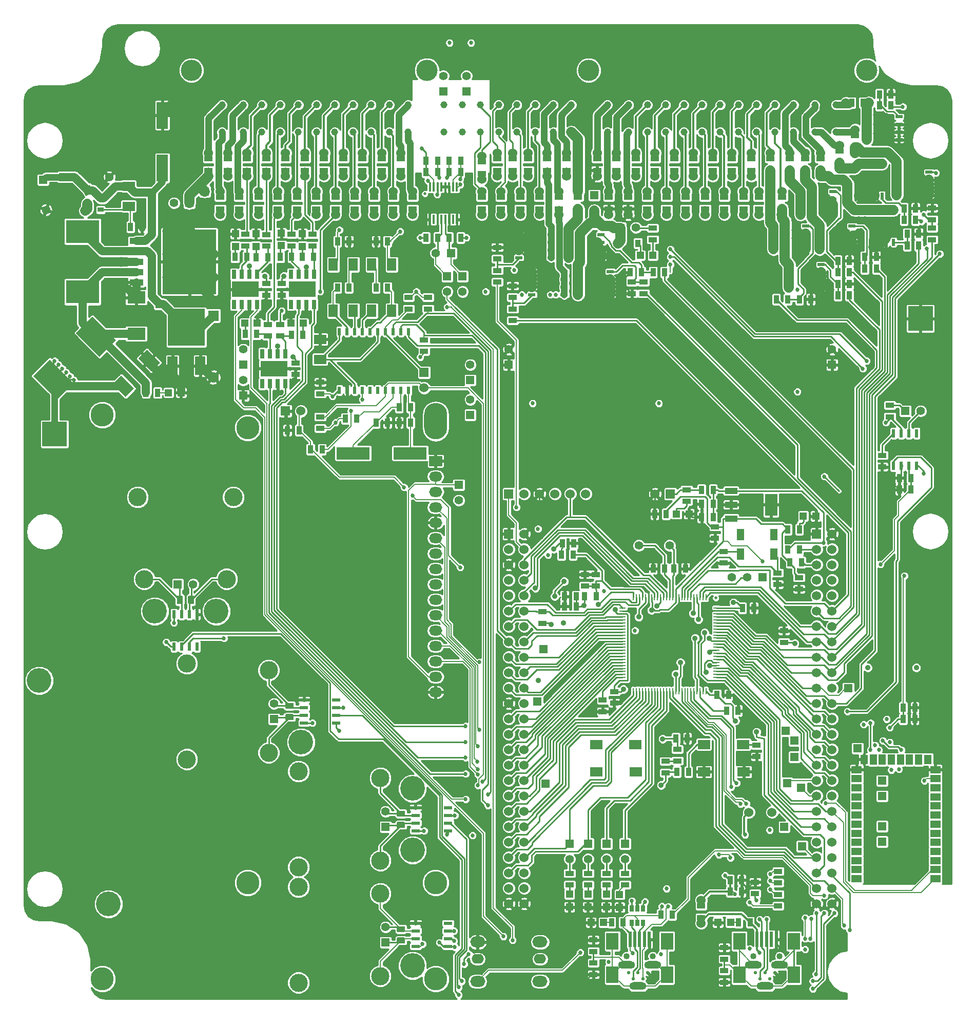
<source format=gtl>
G04 (created by PCBNEW (2013-07-07 BZR 4022)-stable) date 10/09/2014 21:54:22*
%MOIN*%
G04 Gerber Fmt 3.4, Leading zero omitted, Abs format*
%FSLAX34Y34*%
G01*
G70*
G90*
G04 APERTURE LIST*
%ADD10C,0.00393701*%
%ADD11C,0.15*%
%ADD12O,0.085X0.065*%
%ADD13R,0.085X0.065*%
%ADD14O,0.15X0.23622*%
%ADD15R,0.04X0.01*%
%ADD16R,0.01X0.04*%
%ADD17C,0.02*%
%ADD18R,0.0177X0.059*%
%ADD19R,0.055X0.035*%
%ADD20C,0.06*%
%ADD21R,0.008X0.06*%
%ADD22C,0.0453*%
%ADD23C,0.1378*%
%ADD24R,0.035X0.055*%
%ADD25R,0.055X0.055*%
%ADD26C,0.055*%
%ADD27R,0.0472X0.0472*%
%ADD28R,0.06X0.06*%
%ADD29R,0.08X0.144*%
%ADD30R,0.08X0.04*%
%ADD31C,0.056*%
%ADD32R,0.0275591X0.0393701*%
%ADD33R,0.0787402X0.0590551*%
%ADD34R,0.16X0.16*%
%ADD35R,0.1181X0.0787*%
%ADD36R,0.2165X0.1516*%
%ADD37R,0.09X0.042*%
%ADD38R,0.35X0.42*%
%ADD39R,0.065X0.12*%
%ADD40R,0.24X0.24*%
%ADD41R,0.0748X0.1732*%
%ADD42R,0.08X0.06*%
%ADD43R,0.0394X0.0315*%
%ADD44C,0.07*%
%ADD45R,0.07X0.07*%
%ADD46R,0.06X0.08*%
%ADD47R,0.2165X0.0787*%
%ADD48R,0.02X0.05*%
%ADD49C,0.035*%
%ADD50R,0.045X0.02*%
%ADD51R,0.02X0.045*%
%ADD52R,0.038X0.05*%
%ADD53R,0.0236X0.0551*%
%ADD54R,0.175X0.1*%
%ADD55R,0.03X0.06*%
%ADD56C,0.022*%
%ADD57O,0.11X0.05*%
%ADD58R,0.02X0.1*%
%ADD59R,0.0787402X0.11*%
%ADD60C,0.04*%
%ADD61O,0.0787X0.063*%
%ADD62O,0.0984X0.0709*%
%ADD63R,0.0669X0.0472*%
%ADD64R,0.0472X0.0629*%
%ADD65R,0.0472X0.0669*%
%ADD66C,0.1181*%
%ADD67R,0.0551X0.0236*%
%ADD68R,0.045X0.025*%
%ADD69C,0.16*%
%ADD70R,0.025X0.045*%
%ADD71R,0.0511811X0.0748031*%
%ADD72C,0.027*%
%ADD73C,0.043*%
%ADD74C,0.065*%
%ADD75C,0.006*%
%ADD76C,0.0085*%
%ADD77C,0.042*%
%ADD78C,0.01*%
%ADD79C,0.0544*%
%ADD80C,0.065*%
%ADD81C,0.012*%
%ADD82C,0.008*%
G04 APERTURE END LIST*
G54D10*
G54D11*
X57295Y-42584D03*
X57295Y-72112D03*
X69500Y-72112D03*
G54D12*
X69500Y-58750D03*
X69500Y-59750D03*
G54D13*
X69500Y-44750D03*
G54D12*
X69500Y-45750D03*
X69500Y-46750D03*
X69500Y-47750D03*
X69500Y-48750D03*
X69500Y-49750D03*
X69500Y-50750D03*
X69500Y-51750D03*
X69500Y-52750D03*
X69500Y-53750D03*
X69500Y-54750D03*
X69500Y-55750D03*
X69500Y-56750D03*
X69500Y-57750D03*
G54D14*
X69500Y-42167D03*
G54D11*
X69500Y-78364D03*
X47845Y-41750D03*
X47846Y-78364D03*
G54D15*
X87750Y-54274D03*
X87750Y-58994D03*
X87750Y-58794D03*
X87750Y-58604D03*
X87750Y-58404D03*
X87750Y-58204D03*
X87750Y-58014D03*
X87750Y-57814D03*
X87750Y-57614D03*
X87750Y-57424D03*
X87750Y-57224D03*
X87750Y-57024D03*
X87750Y-56824D03*
X87750Y-56634D03*
X87750Y-56434D03*
X87750Y-56234D03*
X87750Y-56044D03*
X87750Y-55844D03*
X87750Y-55644D03*
X87750Y-55454D03*
X87750Y-55254D03*
X87750Y-55054D03*
X87750Y-54864D03*
X87750Y-54664D03*
X87750Y-54464D03*
G54D16*
X87060Y-59684D03*
X82340Y-59684D03*
X82540Y-59684D03*
X82730Y-59684D03*
X82930Y-59684D03*
X83130Y-59684D03*
X83320Y-59684D03*
X83520Y-59684D03*
X83720Y-59684D03*
X83910Y-59684D03*
X84110Y-59684D03*
X84310Y-59684D03*
X84510Y-59684D03*
X84700Y-59684D03*
X84900Y-59684D03*
X85100Y-59684D03*
X85290Y-59684D03*
X85490Y-59684D03*
X85690Y-59684D03*
X85880Y-59684D03*
X86080Y-59684D03*
X86280Y-59684D03*
X86470Y-59684D03*
X86670Y-59684D03*
X86870Y-59684D03*
X87060Y-53584D03*
X86860Y-53584D03*
X86670Y-53584D03*
X86470Y-53584D03*
X86270Y-53584D03*
X86080Y-53584D03*
X85880Y-53584D03*
X85680Y-53584D03*
X85490Y-53584D03*
X85290Y-53584D03*
X85090Y-53584D03*
X84890Y-53584D03*
X84700Y-53584D03*
X84500Y-53584D03*
X84300Y-53584D03*
X84110Y-53584D03*
X83910Y-53584D03*
X83710Y-53584D03*
X83520Y-53584D03*
X83320Y-53584D03*
X83120Y-53584D03*
X82930Y-53584D03*
X82730Y-53584D03*
X82530Y-53584D03*
X82340Y-53584D03*
G54D15*
X81650Y-54274D03*
X81650Y-54474D03*
X81650Y-54664D03*
X81650Y-54864D03*
X81650Y-55064D03*
X81650Y-55254D03*
X81650Y-55454D03*
X81650Y-55654D03*
X81650Y-55844D03*
X81650Y-56044D03*
X81650Y-56244D03*
X81650Y-56444D03*
X81650Y-56634D03*
X81650Y-56834D03*
X81650Y-57034D03*
X81650Y-57224D03*
X81650Y-57424D03*
X81650Y-57624D03*
X81650Y-57814D03*
X81650Y-58014D03*
X81650Y-58214D03*
X81650Y-58404D03*
X81650Y-58604D03*
X81650Y-58804D03*
X81650Y-58994D03*
G54D17*
X87700Y-53634D03*
G54D18*
X69125Y-29059D03*
X69375Y-29059D03*
X69625Y-29059D03*
X69875Y-29059D03*
X70125Y-29059D03*
X70375Y-29059D03*
X70625Y-29059D03*
X70875Y-29059D03*
X70875Y-26941D03*
X70625Y-26941D03*
X70375Y-26941D03*
X70125Y-26941D03*
X69875Y-26941D03*
X69625Y-26941D03*
X69375Y-26941D03*
X69125Y-26941D03*
G54D17*
X68800Y-27400D03*
G54D19*
X78000Y-25875D03*
X78000Y-25125D03*
G54D20*
X78000Y-24750D03*
X78000Y-26250D03*
G54D21*
X78000Y-25000D03*
X78000Y-26000D03*
G54D19*
X61000Y-25875D03*
X61000Y-25125D03*
G54D20*
X61000Y-24750D03*
X61000Y-26250D03*
G54D21*
X61000Y-25000D03*
X61000Y-26000D03*
G54D19*
X59750Y-25875D03*
X59750Y-25125D03*
G54D20*
X59750Y-24750D03*
X59750Y-26250D03*
G54D21*
X59750Y-25000D03*
X59750Y-26000D03*
G54D19*
X58500Y-25875D03*
X58500Y-25125D03*
G54D20*
X58500Y-24750D03*
X58500Y-26250D03*
G54D21*
X58500Y-25000D03*
X58500Y-26000D03*
G54D19*
X57250Y-25875D03*
X57250Y-25125D03*
G54D20*
X57250Y-24750D03*
X57250Y-26250D03*
G54D21*
X57250Y-25000D03*
X57250Y-26000D03*
G54D19*
X54750Y-25875D03*
X54750Y-25125D03*
G54D20*
X54750Y-24750D03*
X54750Y-26250D03*
G54D21*
X54750Y-26000D03*
X54750Y-25000D03*
G54D19*
X56000Y-25875D03*
X56000Y-25125D03*
G54D20*
X56000Y-24750D03*
X56000Y-26250D03*
G54D21*
X56000Y-26000D03*
X56000Y-25000D03*
G54D19*
X87000Y-28375D03*
X87000Y-27625D03*
G54D20*
X87000Y-27250D03*
X87000Y-28750D03*
G54D21*
X87000Y-28500D03*
X87000Y-27500D03*
G54D22*
X55621Y-21628D03*
X55621Y-23400D03*
X56998Y-23400D03*
X56998Y-21628D03*
X61762Y-21628D03*
X61762Y-23400D03*
X60581Y-23400D03*
X60581Y-21628D03*
X58219Y-21628D03*
X58219Y-23400D03*
X59400Y-23400D03*
X59400Y-21628D03*
X64124Y-21628D03*
X64124Y-23400D03*
X62943Y-23400D03*
X62943Y-21628D03*
X65305Y-21628D03*
X65305Y-23400D03*
X66486Y-23400D03*
X66486Y-21628D03*
X73592Y-21628D03*
X73592Y-23400D03*
X72411Y-23400D03*
X72411Y-21628D03*
X70049Y-21628D03*
X70049Y-23400D03*
X71230Y-23400D03*
X71230Y-21628D03*
X75955Y-21628D03*
X75955Y-23400D03*
X74774Y-23400D03*
X74774Y-21628D03*
X77136Y-21628D03*
X77136Y-23400D03*
X67707Y-21628D03*
X67707Y-23400D03*
X78317Y-23400D03*
X78317Y-21628D03*
X82036Y-23400D03*
X82036Y-21628D03*
X80658Y-23400D03*
X80658Y-21628D03*
X86801Y-23400D03*
X86801Y-21628D03*
X85620Y-23400D03*
X85620Y-21628D03*
X83258Y-23400D03*
X83258Y-21628D03*
X84439Y-23400D03*
X84439Y-21628D03*
X89163Y-23400D03*
X89163Y-21628D03*
X87982Y-23400D03*
X87982Y-21628D03*
X90344Y-23400D03*
X90344Y-21628D03*
X91525Y-23400D03*
X91525Y-21628D03*
X92746Y-23400D03*
X92746Y-21628D03*
X94124Y-23400D03*
X94124Y-21628D03*
G54D23*
X53632Y-19384D03*
X68927Y-19384D03*
X79439Y-19384D03*
G54D22*
X95502Y-23400D03*
X95502Y-21628D03*
G54D23*
X97490Y-19384D03*
G54D19*
X75500Y-25875D03*
X75500Y-25125D03*
G54D20*
X75500Y-24750D03*
X75500Y-26250D03*
G54D19*
X77500Y-28375D03*
X77500Y-27625D03*
G54D20*
X77500Y-27250D03*
X77500Y-28750D03*
G54D19*
X76750Y-25875D03*
X76750Y-25125D03*
G54D20*
X76750Y-24750D03*
X76750Y-26250D03*
G54D19*
X78750Y-28375D03*
X78750Y-27625D03*
G54D20*
X78750Y-27250D03*
X78750Y-28750D03*
G54D19*
X80750Y-28375D03*
X80750Y-27625D03*
G54D20*
X80750Y-27250D03*
X80750Y-28750D03*
G54D19*
X80000Y-25875D03*
X80000Y-25125D03*
G54D20*
X80000Y-24750D03*
X80000Y-26250D03*
G54D19*
X82000Y-28375D03*
X82000Y-27625D03*
G54D20*
X82000Y-27250D03*
X82000Y-28750D03*
G54D19*
X81250Y-25875D03*
X81250Y-25125D03*
G54D20*
X81250Y-24750D03*
X81250Y-26250D03*
G54D19*
X83250Y-28375D03*
X83250Y-27625D03*
G54D20*
X83250Y-27250D03*
X83250Y-28750D03*
G54D19*
X82500Y-25875D03*
X82500Y-25125D03*
G54D20*
X82500Y-24750D03*
X82500Y-26250D03*
G54D19*
X84500Y-28375D03*
X84500Y-27625D03*
G54D20*
X84500Y-27250D03*
X84500Y-28750D03*
G54D19*
X83750Y-25875D03*
X83750Y-25125D03*
G54D20*
X83750Y-24750D03*
X83750Y-26250D03*
G54D19*
X85750Y-28375D03*
X85750Y-27625D03*
G54D20*
X85750Y-27250D03*
X85750Y-28750D03*
G54D19*
X85000Y-25875D03*
X85000Y-25125D03*
G54D20*
X85000Y-24750D03*
X85000Y-26250D03*
G54D19*
X76250Y-28375D03*
X76250Y-27625D03*
G54D20*
X76250Y-27250D03*
X76250Y-28750D03*
G54D19*
X86250Y-25875D03*
X86250Y-25125D03*
G54D20*
X86250Y-24750D03*
X86250Y-26250D03*
G54D19*
X88250Y-28375D03*
X88250Y-27625D03*
G54D20*
X88250Y-27250D03*
X88250Y-28750D03*
G54D19*
X87500Y-25875D03*
X87500Y-25125D03*
G54D20*
X87500Y-24750D03*
X87500Y-26250D03*
G54D19*
X89500Y-28375D03*
X89500Y-27625D03*
G54D20*
X89500Y-27250D03*
X89500Y-28750D03*
G54D19*
X88750Y-25875D03*
X88750Y-25125D03*
G54D20*
X88750Y-24750D03*
X88750Y-26250D03*
G54D19*
X90500Y-28375D03*
X90500Y-27625D03*
G54D20*
X90500Y-27250D03*
X90500Y-28750D03*
G54D19*
X90000Y-25875D03*
X90000Y-25125D03*
G54D20*
X90000Y-24750D03*
X90000Y-26250D03*
G54D19*
X92000Y-28375D03*
X92000Y-27625D03*
G54D20*
X92000Y-27250D03*
X92000Y-28750D03*
G54D19*
X91250Y-25875D03*
X91250Y-25125D03*
G54D20*
X91250Y-24750D03*
X91250Y-26250D03*
G54D19*
X93500Y-25875D03*
X93500Y-25125D03*
G54D20*
X93500Y-24750D03*
X93500Y-26250D03*
G54D19*
X92500Y-25875D03*
X92500Y-25125D03*
G54D20*
X92500Y-24750D03*
X92500Y-26250D03*
G54D19*
X95750Y-25375D03*
X95750Y-24625D03*
G54D20*
X95750Y-24250D03*
X95750Y-25750D03*
G54D19*
X94500Y-25875D03*
X94500Y-25125D03*
G54D20*
X94500Y-24750D03*
X94500Y-26250D03*
G54D19*
X96750Y-24375D03*
X96750Y-23625D03*
G54D20*
X96750Y-23250D03*
X96750Y-24750D03*
G54D24*
X97275Y-21500D03*
X96525Y-21500D03*
G54D20*
X96150Y-21500D03*
X97650Y-21500D03*
G54D19*
X65500Y-28375D03*
X65500Y-27625D03*
G54D20*
X65500Y-27250D03*
X65500Y-28750D03*
G54D19*
X56750Y-28375D03*
X56750Y-27625D03*
G54D20*
X56750Y-27250D03*
X56750Y-28750D03*
G54D19*
X58000Y-28375D03*
X58000Y-27625D03*
G54D20*
X58000Y-27250D03*
X58000Y-28750D03*
G54D19*
X59250Y-28375D03*
X59250Y-27625D03*
G54D20*
X59250Y-27250D03*
X59250Y-28750D03*
G54D19*
X60500Y-28375D03*
X60500Y-27625D03*
G54D20*
X60500Y-27250D03*
X60500Y-28750D03*
G54D19*
X61750Y-28375D03*
X61750Y-27625D03*
G54D20*
X61750Y-27250D03*
X61750Y-28750D03*
G54D19*
X63000Y-28375D03*
X63000Y-27625D03*
G54D20*
X63000Y-27250D03*
X63000Y-28750D03*
G54D19*
X62250Y-25875D03*
X62250Y-25125D03*
G54D20*
X62250Y-24750D03*
X62250Y-26250D03*
G54D19*
X64250Y-28375D03*
X64250Y-27625D03*
G54D20*
X64250Y-27250D03*
X64250Y-28750D03*
G54D19*
X63500Y-25875D03*
X63500Y-25125D03*
G54D20*
X63500Y-24750D03*
X63500Y-26250D03*
G54D19*
X55500Y-28375D03*
X55500Y-27625D03*
G54D20*
X55500Y-27250D03*
X55500Y-28750D03*
G54D19*
X64750Y-25875D03*
X64750Y-25125D03*
G54D20*
X64750Y-24750D03*
X64750Y-26250D03*
G54D19*
X66750Y-28375D03*
X66750Y-27625D03*
G54D20*
X66750Y-27250D03*
X66750Y-28750D03*
G54D19*
X66000Y-25875D03*
X66000Y-25125D03*
G54D20*
X66000Y-24750D03*
X66000Y-26250D03*
G54D19*
X68000Y-28375D03*
X68000Y-27625D03*
G54D20*
X68000Y-27250D03*
X68000Y-28750D03*
G54D19*
X67250Y-25875D03*
X67250Y-25125D03*
G54D20*
X67250Y-24750D03*
X67250Y-26250D03*
G54D19*
X72500Y-28375D03*
X72500Y-27625D03*
G54D20*
X72500Y-27250D03*
X72500Y-28750D03*
G54D19*
X72500Y-26075D03*
X72500Y-25325D03*
G54D20*
X72500Y-24950D03*
X72500Y-26450D03*
G54D25*
X74250Y-38500D03*
G54D26*
X74250Y-37500D03*
G54D25*
X95250Y-38500D03*
G54D26*
X95250Y-37500D03*
G54D25*
X70500Y-31250D03*
G54D26*
X69500Y-31250D03*
G54D19*
X90350Y-63934D03*
X90350Y-63184D03*
G54D24*
X84975Y-51734D03*
X85725Y-51734D03*
X84375Y-51734D03*
X83625Y-51734D03*
G54D19*
X84425Y-64984D03*
X84425Y-64234D03*
G54D24*
X77875Y-53534D03*
X78625Y-53534D03*
X77875Y-54184D03*
X78625Y-54184D03*
G54D19*
X79200Y-52109D03*
X79200Y-52859D03*
X79900Y-52109D03*
X79900Y-52859D03*
X87650Y-49759D03*
X87650Y-49009D03*
G54D24*
X78475Y-50084D03*
X77725Y-50084D03*
X83725Y-48184D03*
X84475Y-48184D03*
G54D19*
X81100Y-60459D03*
X81100Y-59709D03*
G54D24*
X88525Y-59934D03*
X87775Y-59934D03*
X90175Y-54284D03*
X89425Y-54284D03*
G54D19*
X80350Y-60259D03*
X80350Y-61009D03*
X93100Y-53059D03*
X93100Y-52309D03*
G54D24*
X88400Y-60959D03*
X89150Y-60959D03*
X86775Y-48384D03*
X87525Y-48384D03*
X87525Y-47534D03*
X86775Y-47534D03*
G54D27*
X85137Y-48184D03*
X85963Y-48184D03*
G54D24*
X78425Y-50834D03*
X77675Y-50834D03*
G54D25*
X78200Y-69584D03*
G54D26*
X78200Y-70584D03*
G54D25*
X79400Y-69584D03*
G54D26*
X79400Y-70584D03*
G54D25*
X80600Y-69584D03*
G54D26*
X80600Y-70584D03*
G54D25*
X81800Y-69584D03*
G54D26*
X81800Y-70584D03*
G54D25*
X90750Y-52284D03*
G54D26*
X89750Y-52284D03*
X88750Y-52284D03*
G54D28*
X74250Y-49484D03*
G54D20*
X75250Y-49484D03*
X74250Y-50484D03*
X75250Y-50484D03*
X74250Y-51484D03*
X75250Y-51484D03*
X74250Y-52484D03*
X75250Y-52484D03*
X74250Y-53484D03*
X75250Y-53484D03*
X74250Y-54484D03*
X75250Y-54484D03*
X74250Y-55484D03*
X75250Y-55484D03*
X74250Y-56484D03*
X75250Y-56484D03*
X74250Y-57484D03*
X75250Y-57484D03*
X74250Y-58484D03*
X75250Y-58484D03*
X74250Y-59484D03*
X75250Y-59484D03*
X74250Y-60484D03*
X75250Y-60484D03*
X74250Y-61484D03*
X75250Y-61484D03*
X74250Y-62484D03*
X75250Y-62484D03*
X74250Y-63484D03*
X75250Y-63484D03*
X74250Y-64484D03*
X75250Y-64484D03*
X74250Y-65484D03*
X75250Y-65484D03*
X74250Y-66484D03*
X75250Y-66484D03*
X74250Y-67484D03*
X75250Y-67484D03*
X74250Y-68484D03*
X75250Y-68484D03*
X74250Y-69484D03*
X75250Y-69484D03*
X74250Y-70484D03*
X75250Y-70484D03*
X74250Y-71484D03*
X75250Y-71484D03*
X74250Y-72484D03*
X75250Y-72484D03*
X74250Y-73484D03*
X75250Y-73484D03*
G54D28*
X94250Y-49484D03*
G54D20*
X95250Y-49484D03*
X94250Y-50484D03*
X95250Y-50484D03*
X94250Y-51484D03*
X95250Y-51484D03*
X94250Y-52484D03*
X95250Y-52484D03*
X94250Y-53484D03*
X95250Y-53484D03*
X94250Y-54484D03*
X95250Y-54484D03*
X94250Y-55484D03*
X95250Y-55484D03*
X94250Y-56484D03*
X95250Y-56484D03*
X94250Y-57484D03*
X95250Y-57484D03*
X94250Y-58484D03*
X95250Y-58484D03*
X94250Y-59484D03*
X95250Y-59484D03*
X94250Y-60484D03*
X95250Y-60484D03*
X94250Y-61484D03*
X95250Y-61484D03*
X94250Y-62484D03*
X95250Y-62484D03*
X94250Y-63484D03*
X95250Y-63484D03*
X94250Y-64484D03*
X95250Y-64484D03*
X94250Y-65484D03*
X95250Y-65484D03*
X94250Y-66484D03*
X95250Y-66484D03*
X94250Y-67484D03*
X95250Y-67484D03*
X94250Y-68484D03*
X95250Y-68484D03*
X94250Y-69484D03*
X95250Y-69484D03*
X94250Y-70484D03*
X95250Y-70484D03*
X94250Y-71484D03*
X95250Y-71484D03*
X94250Y-72484D03*
X95250Y-72484D03*
X94250Y-73484D03*
X95250Y-73484D03*
G54D28*
X84750Y-46884D03*
G54D20*
X83750Y-46884D03*
G54D28*
X74250Y-46884D03*
G54D20*
X75250Y-46884D03*
X76250Y-46884D03*
X77250Y-46884D03*
X78250Y-46884D03*
X79250Y-46884D03*
G54D24*
X85100Y-62759D03*
X85850Y-62759D03*
G54D19*
X85200Y-64209D03*
X85200Y-63459D03*
G54D24*
X85175Y-64934D03*
X85925Y-64934D03*
G54D19*
X92125Y-55759D03*
X92125Y-56509D03*
X76450Y-54525D03*
X76450Y-55275D03*
X78200Y-72259D03*
X78200Y-71509D03*
X79400Y-72259D03*
X79400Y-71509D03*
X80600Y-72259D03*
X80600Y-71509D03*
X81800Y-72259D03*
X81800Y-71509D03*
G54D24*
X79925Y-53534D03*
X79175Y-53534D03*
G54D19*
X85800Y-47359D03*
X85800Y-46609D03*
G54D24*
X80925Y-74700D03*
X81675Y-74700D03*
X93125Y-49184D03*
X92375Y-49184D03*
G54D29*
X91300Y-47584D03*
G54D30*
X88700Y-47584D03*
X88700Y-48484D03*
X88700Y-46684D03*
G54D31*
X82700Y-50234D03*
X84700Y-50234D03*
G54D19*
X79750Y-76575D03*
X79750Y-75825D03*
X79750Y-77325D03*
X79750Y-78075D03*
X91700Y-52759D03*
X91700Y-52009D03*
X88200Y-51359D03*
X88200Y-50609D03*
G54D32*
X82974Y-73777D03*
X82600Y-73777D03*
X82225Y-73777D03*
X82225Y-74722D03*
X82600Y-74722D03*
X82974Y-74722D03*
G54D33*
X86920Y-63148D03*
X89479Y-63148D03*
X89518Y-64919D03*
X86920Y-64919D03*
X79920Y-63148D03*
X82479Y-63148D03*
X82518Y-64919D03*
X79920Y-64919D03*
G54D34*
X101000Y-35500D03*
G54D27*
X80590Y-72871D03*
X80590Y-73697D03*
X78190Y-72871D03*
X78190Y-73697D03*
X79390Y-72871D03*
X79390Y-73697D03*
X81450Y-72887D03*
X81450Y-73713D03*
X80413Y-74700D03*
X79587Y-74700D03*
X93377Y-48324D03*
X94203Y-48324D03*
G54D24*
X84125Y-74200D03*
X84875Y-74200D03*
X86775Y-46624D03*
X87525Y-46624D03*
X92515Y-51324D03*
X93265Y-51324D03*
X92375Y-50504D03*
X93125Y-50504D03*
X69625Y-26000D03*
X68875Y-26000D03*
X71125Y-26000D03*
X70375Y-26000D03*
X69625Y-25250D03*
X68875Y-25250D03*
X71125Y-25250D03*
X70375Y-25250D03*
X68875Y-30250D03*
X69625Y-30250D03*
X70375Y-30250D03*
X71125Y-30250D03*
G54D35*
X50056Y-36491D03*
X50056Y-34129D03*
G54D10*
G36*
X49360Y-40590D02*
X48525Y-39755D01*
X49081Y-39199D01*
X49916Y-40034D01*
X49360Y-40590D01*
X49360Y-40590D01*
G37*
G36*
X51030Y-38920D02*
X50195Y-38085D01*
X50751Y-37529D01*
X51586Y-38364D01*
X51030Y-38920D01*
X51030Y-38920D01*
G37*
G54D36*
X46556Y-29851D03*
X46556Y-33769D03*
G54D10*
G36*
X47211Y-35373D02*
X48742Y-36904D01*
X47670Y-37976D01*
X46139Y-36445D01*
X47211Y-35373D01*
X47211Y-35373D01*
G37*
G36*
X44441Y-38143D02*
X45972Y-39674D01*
X44900Y-40746D01*
X43369Y-39215D01*
X44441Y-38143D01*
X44441Y-38143D01*
G37*
G54D24*
X50681Y-40310D03*
X51431Y-40310D03*
G54D27*
X52143Y-40310D03*
X52969Y-40310D03*
G54D37*
X50056Y-30470D03*
G54D38*
X53506Y-31810D03*
G54D37*
X50056Y-31810D03*
X50056Y-31140D03*
X50056Y-32480D03*
X50056Y-33150D03*
G54D39*
X52406Y-38560D03*
G54D40*
X53306Y-36060D03*
G54D39*
X54206Y-38560D03*
G54D41*
X51750Y-25732D03*
X51750Y-22307D03*
G54D24*
X49681Y-29560D03*
X50431Y-29560D03*
G54D25*
X51556Y-34560D03*
G54D42*
X49556Y-28210D03*
X49556Y-26910D03*
G54D43*
X46873Y-28060D03*
X47739Y-27685D03*
X47739Y-28435D03*
G54D44*
X55056Y-39310D03*
G54D45*
X55056Y-35310D03*
G54D10*
G36*
X46782Y-27541D02*
X46550Y-27043D01*
X47048Y-26810D01*
X47281Y-27309D01*
X46782Y-27541D01*
X46782Y-27541D01*
G37*
G54D26*
X44196Y-28443D03*
G54D25*
X45306Y-26310D03*
G54D26*
X48306Y-26310D03*
G54D25*
X53500Y-28000D03*
G54D26*
X52500Y-28000D03*
G54D42*
X62000Y-38150D03*
X62000Y-36850D03*
G54D46*
X65350Y-35000D03*
X66650Y-35000D03*
X64150Y-35000D03*
X62850Y-35000D03*
X62850Y-32000D03*
X64150Y-32000D03*
X66650Y-32000D03*
X65350Y-32000D03*
G54D24*
X67875Y-42250D03*
X67125Y-42250D03*
X65625Y-42250D03*
X66375Y-42250D03*
G54D47*
X64150Y-44250D03*
X67850Y-44250D03*
G54D48*
X67750Y-36350D03*
X67250Y-36350D03*
X66750Y-36350D03*
X66250Y-36350D03*
X65750Y-36350D03*
X65250Y-36350D03*
X64750Y-36350D03*
X64250Y-36350D03*
X63750Y-36350D03*
X63250Y-36350D03*
X63250Y-40150D03*
X63750Y-40150D03*
X64250Y-40150D03*
X64750Y-40150D03*
X65250Y-40150D03*
X65750Y-40150D03*
X66250Y-40150D03*
X66750Y-40150D03*
X67250Y-40150D03*
X67750Y-40150D03*
G54D28*
X59750Y-41500D03*
G54D20*
X60750Y-41500D03*
G54D25*
X71750Y-41750D03*
G54D26*
X71750Y-40750D03*
G54D25*
X71750Y-39500D03*
G54D26*
X71750Y-38500D03*
G54D19*
X88250Y-76325D03*
X88250Y-77075D03*
G54D24*
X88625Y-71950D03*
X89375Y-71950D03*
X89375Y-72700D03*
X88625Y-72700D03*
G54D19*
X90250Y-72075D03*
X90250Y-72825D03*
X88250Y-77825D03*
X88250Y-78575D03*
G54D24*
X89925Y-74700D03*
X89175Y-74700D03*
X100625Y-60750D03*
X99875Y-60750D03*
X99875Y-61500D03*
X100625Y-61500D03*
G54D27*
X88663Y-74700D03*
X87837Y-74700D03*
G54D49*
X97576Y-58158D03*
X100725Y-58158D03*
G54D19*
X83000Y-33125D03*
X83000Y-33875D03*
G54D24*
X83625Y-32500D03*
X84375Y-32500D03*
G54D19*
X73500Y-32375D03*
X73500Y-33125D03*
X74500Y-34875D03*
X74500Y-35625D03*
G54D24*
X95625Y-34000D03*
X96375Y-34000D03*
X92375Y-34250D03*
X91625Y-34250D03*
X96375Y-33250D03*
X95625Y-33250D03*
X93875Y-34250D03*
X93125Y-34250D03*
G54D19*
X73500Y-30875D03*
X73500Y-31625D03*
X74500Y-33375D03*
X74500Y-34125D03*
G54D24*
X82125Y-32500D03*
X82875Y-32500D03*
G54D19*
X82250Y-33875D03*
X82250Y-33125D03*
G54D50*
X92450Y-33500D03*
X94550Y-33500D03*
X92450Y-33000D03*
X92450Y-32500D03*
X92450Y-32000D03*
X94550Y-33000D03*
X94550Y-32500D03*
X94550Y-32000D03*
X91450Y-31000D03*
X93550Y-31000D03*
X91450Y-30500D03*
X91450Y-30000D03*
X91450Y-29500D03*
X93550Y-30500D03*
X93550Y-30000D03*
X93550Y-29500D03*
X77000Y-30050D03*
X74900Y-30050D03*
X77000Y-30550D03*
X77000Y-31050D03*
X77000Y-31550D03*
X74900Y-30550D03*
X74900Y-31050D03*
X74900Y-31550D03*
X78150Y-31550D03*
X80250Y-31550D03*
X78150Y-31050D03*
X78150Y-30550D03*
X78150Y-30050D03*
X80250Y-31050D03*
X80250Y-30550D03*
X80250Y-30050D03*
X78750Y-33950D03*
X80850Y-33950D03*
X78750Y-33450D03*
X78750Y-32950D03*
X78750Y-32450D03*
X80850Y-33450D03*
X80850Y-32950D03*
X80850Y-32450D03*
X77850Y-32450D03*
X75750Y-32450D03*
X77850Y-32950D03*
X77850Y-33450D03*
X77850Y-33950D03*
X75750Y-32950D03*
X75750Y-33450D03*
X75750Y-33950D03*
G54D51*
X97000Y-25450D03*
X97000Y-27550D03*
X97500Y-25450D03*
X98000Y-25450D03*
X98500Y-25450D03*
X97500Y-27550D03*
X98000Y-27550D03*
X98500Y-27550D03*
G54D50*
X97500Y-23900D03*
X99600Y-23900D03*
X97500Y-23400D03*
X97500Y-22900D03*
X97500Y-22400D03*
X99600Y-23400D03*
X99600Y-22900D03*
X99600Y-22400D03*
X99450Y-27500D03*
X101550Y-27500D03*
X99450Y-27000D03*
X99450Y-26500D03*
X99450Y-26000D03*
X101550Y-27000D03*
X101550Y-26500D03*
X101550Y-26000D03*
G54D51*
X97750Y-28450D03*
X97750Y-30550D03*
X98250Y-28450D03*
X98750Y-28450D03*
X99250Y-28450D03*
X98250Y-30550D03*
X98750Y-30550D03*
X99250Y-30550D03*
G54D50*
X94450Y-31000D03*
X96550Y-31000D03*
X94450Y-30500D03*
X94450Y-30000D03*
X94450Y-29500D03*
X96550Y-30500D03*
X96550Y-30000D03*
X96550Y-29500D03*
X93200Y-28750D03*
X95300Y-28750D03*
X93200Y-28250D03*
X93200Y-27750D03*
X93200Y-27250D03*
X95300Y-28250D03*
X95300Y-27750D03*
X95300Y-27250D03*
G54D24*
X99075Y-20950D03*
X98325Y-20950D03*
G54D19*
X101750Y-28325D03*
X101750Y-29075D03*
G54D24*
X100675Y-28350D03*
X99925Y-28350D03*
X100875Y-30000D03*
X100125Y-30000D03*
X98125Y-31500D03*
X97375Y-31500D03*
X96375Y-31750D03*
X95625Y-31750D03*
G54D52*
X82640Y-30610D03*
X81350Y-30610D03*
G54D19*
X83600Y-29625D03*
X83600Y-30375D03*
G54D25*
X81500Y-29625D03*
G54D26*
X82500Y-29600D03*
G54D25*
X79800Y-27500D03*
G54D26*
X79800Y-28500D03*
G54D24*
X97375Y-32250D03*
X98125Y-32250D03*
X95625Y-32500D03*
X96375Y-32500D03*
X99925Y-29100D03*
X100675Y-29100D03*
X100125Y-30750D03*
X100875Y-30750D03*
G54D19*
X101750Y-29625D03*
X101750Y-30375D03*
G54D24*
X98325Y-21650D03*
X99075Y-21650D03*
G54D27*
X83613Y-31400D03*
X82787Y-31400D03*
G54D24*
X99625Y-46600D03*
X100375Y-46600D03*
X100375Y-45850D03*
X99625Y-45850D03*
G54D19*
X98500Y-44375D03*
X98500Y-45125D03*
G54D53*
X99250Y-42950D03*
X99250Y-45050D03*
X99750Y-42950D03*
X100250Y-42950D03*
X100750Y-42950D03*
X99750Y-45050D03*
X100250Y-45050D03*
X100750Y-45050D03*
G54D19*
X99000Y-41125D03*
X99000Y-41875D03*
G54D25*
X100000Y-41500D03*
G54D26*
X101000Y-41500D03*
G54D54*
X59000Y-38755D03*
G54D55*
X59750Y-37780D03*
X59250Y-37780D03*
X58750Y-37780D03*
X58250Y-37780D03*
X59750Y-39730D03*
X59250Y-39730D03*
X58750Y-39730D03*
X58250Y-39730D03*
G54D54*
X60850Y-33605D03*
G54D55*
X61600Y-32630D03*
X61100Y-32630D03*
X60600Y-32630D03*
X60100Y-32630D03*
X61600Y-34580D03*
X61100Y-34580D03*
X60600Y-34580D03*
X60100Y-34580D03*
G54D54*
X57150Y-33605D03*
G54D55*
X57900Y-32630D03*
X57400Y-32630D03*
X56900Y-32630D03*
X56400Y-32630D03*
X57900Y-34580D03*
X57400Y-34580D03*
X56900Y-34580D03*
X56400Y-34580D03*
G54D24*
X60875Y-36555D03*
X60125Y-36555D03*
G54D19*
X59400Y-35880D03*
X59400Y-36630D03*
G54D24*
X59400Y-31505D03*
X60150Y-31505D03*
X57850Y-31530D03*
X58600Y-31530D03*
G54D19*
X58500Y-30055D03*
X58500Y-30805D03*
X59500Y-33980D03*
X59500Y-33230D03*
X57150Y-30030D03*
X57150Y-30780D03*
G54D24*
X56475Y-31505D03*
X57225Y-31505D03*
G54D19*
X58600Y-35880D03*
X58600Y-36630D03*
G54D24*
X57125Y-36505D03*
X57875Y-36505D03*
G54D19*
X58500Y-33980D03*
X58500Y-33230D03*
X60150Y-30030D03*
X60150Y-30780D03*
X60400Y-39130D03*
X60400Y-38380D03*
X61500Y-30030D03*
X61500Y-30780D03*
G54D24*
X60825Y-31505D03*
X61575Y-31505D03*
G54D27*
X60913Y-35805D03*
X60087Y-35805D03*
X59475Y-30768D03*
X59475Y-29942D03*
X57825Y-30818D03*
X57825Y-29992D03*
X56500Y-30818D03*
X56500Y-29992D03*
X60850Y-30818D03*
X60850Y-29992D03*
X57087Y-35805D03*
X57913Y-35805D03*
G54D25*
X57000Y-38500D03*
G54D26*
X57000Y-37500D03*
G54D25*
X57000Y-40500D03*
G54D26*
X57000Y-39500D03*
G54D28*
X68750Y-39000D03*
G54D20*
X68750Y-40000D03*
G54D19*
X74500Y-25875D03*
X74500Y-25125D03*
G54D20*
X74500Y-24750D03*
X74500Y-26250D03*
G54D19*
X75000Y-28375D03*
X75000Y-27625D03*
G54D20*
X75000Y-27250D03*
X75000Y-28750D03*
G54D19*
X73500Y-25875D03*
X73500Y-25125D03*
G54D20*
X73500Y-24750D03*
X73500Y-26250D03*
G54D19*
X73750Y-28375D03*
X73750Y-27625D03*
G54D20*
X73750Y-27250D03*
X73750Y-28750D03*
G54D56*
X82020Y-77953D03*
X82335Y-78346D03*
X82650Y-77953D03*
X82964Y-78346D03*
X83279Y-77953D03*
G54D57*
X82650Y-78838D03*
X81901Y-77461D03*
X83594Y-77461D03*
G54D58*
X82120Y-75800D03*
X82435Y-75800D03*
X82750Y-75800D03*
X83064Y-75800D03*
X83379Y-75800D03*
G54D59*
X80978Y-78081D03*
X84521Y-78081D03*
X80978Y-75915D03*
X84521Y-75915D03*
G54D60*
X81900Y-76900D03*
X83600Y-76900D03*
G54D58*
X90370Y-75800D03*
X90685Y-75800D03*
X91000Y-75800D03*
X91314Y-75800D03*
X91629Y-75800D03*
G54D59*
X89228Y-78081D03*
X92771Y-78081D03*
X89228Y-75915D03*
X92771Y-75915D03*
G54D60*
X90150Y-76900D03*
X91850Y-76900D03*
G54D56*
X90270Y-77953D03*
X90585Y-78346D03*
X90900Y-77953D03*
X91214Y-78346D03*
X91529Y-77953D03*
G54D57*
X90900Y-78838D03*
X90151Y-77461D03*
X91844Y-77461D03*
G54D25*
X71500Y-20750D03*
G54D26*
X71500Y-19750D03*
G54D25*
X70000Y-20750D03*
G54D26*
X70000Y-19750D03*
G54D61*
X72222Y-77072D03*
X76278Y-77072D03*
G54D62*
X76278Y-75970D03*
X72222Y-75970D03*
X76278Y-78530D03*
X72222Y-78530D03*
G54D63*
X101959Y-65957D03*
X101959Y-65366D03*
X101959Y-64776D03*
X101959Y-66547D03*
X101959Y-67138D03*
X101959Y-67728D03*
X101959Y-68319D03*
X101959Y-68909D03*
X101959Y-69500D03*
X101959Y-70091D03*
X101959Y-70681D03*
X101959Y-71272D03*
X101959Y-71862D03*
G54D64*
X101467Y-64108D03*
G54D65*
X100875Y-64126D03*
X100285Y-64126D03*
X99695Y-64126D03*
X99105Y-64126D03*
X98515Y-64126D03*
X97925Y-64126D03*
G54D64*
X97335Y-64107D03*
G54D63*
X96841Y-64776D03*
X96841Y-65366D03*
X96841Y-65958D03*
X96841Y-66547D03*
X96841Y-67138D03*
X96841Y-67728D03*
X96841Y-68319D03*
X96841Y-68909D03*
X96841Y-69500D03*
X96841Y-70091D03*
X96841Y-70681D03*
X96841Y-71272D03*
X96841Y-71862D03*
G54D25*
X70250Y-32750D03*
G54D26*
X70250Y-33750D03*
G54D25*
X71250Y-32750D03*
G54D26*
X71250Y-33750D03*
G54D25*
X71000Y-46300D03*
G54D26*
X71000Y-47300D03*
G54D25*
X92800Y-62900D03*
X93300Y-69750D03*
X96300Y-59500D03*
X92250Y-62250D03*
X96900Y-63400D03*
X92800Y-63950D03*
X98500Y-65500D03*
X92350Y-65650D03*
X98500Y-66500D03*
X93250Y-65950D03*
X76650Y-65700D03*
X76100Y-60350D03*
X76500Y-56950D03*
X98500Y-68450D03*
X92150Y-68500D03*
X98500Y-69450D03*
G54D66*
X60593Y-78610D03*
X60593Y-72390D03*
X65907Y-78177D03*
X65907Y-72823D03*
G54D67*
X70300Y-74750D03*
X68200Y-74750D03*
X70300Y-75250D03*
X70300Y-75750D03*
X70300Y-76250D03*
X68200Y-75250D03*
X68200Y-75750D03*
X68200Y-76250D03*
G54D19*
X67250Y-75125D03*
X67250Y-75875D03*
G54D68*
X67250Y-75200D03*
X67250Y-75800D03*
G54D25*
X66250Y-76000D03*
G54D26*
X66250Y-75000D03*
G54D69*
X68000Y-77500D03*
X48250Y-73500D03*
G54D66*
X60593Y-71110D03*
X60593Y-64890D03*
X65907Y-70677D03*
X65907Y-65323D03*
G54D67*
X70300Y-67250D03*
X68200Y-67250D03*
X70300Y-67750D03*
X70300Y-68250D03*
X70300Y-68750D03*
X68200Y-67750D03*
X68200Y-68250D03*
X68200Y-68750D03*
G54D19*
X67250Y-67625D03*
X67250Y-68375D03*
G54D68*
X67250Y-67700D03*
X67250Y-68300D03*
G54D25*
X66250Y-68500D03*
G54D26*
X66250Y-67500D03*
G54D69*
X68000Y-70000D03*
X68000Y-66000D03*
G54D66*
X53343Y-64110D03*
X53343Y-57890D03*
X58657Y-63677D03*
X58657Y-58323D03*
G54D67*
X63050Y-60250D03*
X60950Y-60250D03*
X63050Y-60750D03*
X63050Y-61250D03*
X63050Y-61750D03*
X60950Y-60750D03*
X60950Y-61250D03*
X60950Y-61750D03*
G54D19*
X60000Y-60625D03*
X60000Y-61375D03*
G54D68*
X60000Y-60700D03*
X60000Y-61300D03*
G54D25*
X59000Y-61500D03*
G54D26*
X59000Y-60500D03*
G54D69*
X43750Y-59000D03*
X60750Y-63000D03*
G54D66*
X50140Y-47093D03*
X56360Y-47093D03*
X50573Y-52407D03*
X55927Y-52407D03*
G54D53*
X54000Y-56800D03*
X54000Y-54700D03*
X53500Y-56800D03*
X53000Y-56800D03*
X52500Y-56800D03*
X53500Y-54700D03*
X53000Y-54700D03*
X52500Y-54700D03*
G54D24*
X53625Y-53750D03*
X52875Y-53750D03*
G54D70*
X53550Y-53750D03*
X52950Y-53750D03*
G54D25*
X52750Y-52750D03*
G54D26*
X53750Y-52750D03*
G54D69*
X55250Y-54500D03*
X51250Y-54500D03*
G54D71*
X89317Y-50779D03*
X91482Y-50779D03*
X91482Y-49520D03*
X89317Y-49520D03*
G54D34*
X44750Y-43000D03*
G54D25*
X54500Y-27250D03*
X44000Y-26500D03*
G54D21*
X86750Y-73500D03*
G54D19*
X86750Y-74375D03*
X86750Y-73625D03*
G54D20*
X86750Y-73250D03*
X86750Y-74750D03*
G54D21*
X86750Y-74500D03*
G54D20*
X89850Y-67550D03*
X91350Y-67550D03*
G54D19*
X68750Y-37625D03*
X68750Y-36875D03*
X67750Y-34125D03*
X67750Y-34875D03*
X62000Y-42625D03*
X62000Y-41875D03*
X69000Y-34125D03*
X69000Y-34875D03*
G54D24*
X67875Y-41250D03*
X67125Y-41250D03*
G54D19*
X62000Y-40375D03*
X62000Y-39625D03*
G54D24*
X65625Y-33500D03*
X66375Y-33500D03*
X63125Y-30500D03*
X63875Y-30500D03*
X66375Y-30500D03*
X65625Y-30500D03*
X62125Y-44000D03*
X61375Y-44000D03*
X60625Y-42750D03*
X59875Y-42750D03*
X63875Y-33500D03*
X63125Y-33500D03*
X63625Y-42000D03*
X64375Y-42000D03*
G54D19*
X91750Y-71375D03*
X91750Y-72125D03*
X91750Y-72875D03*
X91750Y-73625D03*
G54D49*
X76170Y-59004D03*
X77800Y-55259D03*
G54D72*
X84750Y-32000D03*
X94750Y-45750D03*
X62800Y-40550D03*
X68250Y-33750D03*
X68500Y-38000D03*
X63000Y-42250D03*
X91200Y-68700D03*
X84500Y-72500D03*
X72750Y-33750D03*
X101250Y-65500D03*
X70400Y-17600D03*
X71800Y-17600D03*
X93000Y-40250D03*
X84000Y-41000D03*
X75800Y-41000D03*
X71500Y-30250D03*
X68500Y-30250D03*
X76950Y-33950D03*
X77300Y-33950D03*
X75100Y-33950D03*
X74600Y-32350D03*
X93000Y-33632D03*
X45250Y-38750D03*
X45500Y-39000D03*
X45750Y-39250D03*
X46000Y-39500D03*
X45000Y-38500D03*
X44750Y-38250D03*
X69600Y-27450D03*
X72250Y-65800D03*
X64000Y-41500D03*
X64750Y-40750D03*
X67200Y-29850D03*
X63250Y-29750D03*
X67450Y-46450D03*
X68000Y-47000D03*
X71100Y-51650D03*
G54D73*
X46750Y-28500D03*
G54D49*
X83866Y-54158D03*
X75975Y-52984D03*
X80073Y-54068D03*
X77850Y-52564D03*
X77235Y-53529D03*
G54D72*
X52500Y-55250D03*
X68750Y-68750D03*
X61500Y-61750D03*
X99600Y-64750D03*
X99000Y-63000D03*
X68650Y-76100D03*
X99950Y-52200D03*
X99000Y-62050D03*
X98400Y-51450D03*
X97250Y-38750D03*
X84750Y-31500D03*
X98750Y-42250D03*
X97500Y-38250D03*
X84750Y-31000D03*
X97750Y-61750D03*
X97750Y-63500D03*
X101200Y-45550D03*
X96250Y-61000D03*
X62000Y-33750D03*
X59500Y-35000D03*
X96050Y-74900D03*
X71450Y-66700D03*
X71450Y-65050D03*
X73900Y-75600D03*
X96400Y-75200D03*
G54D49*
X85400Y-57821D03*
G54D72*
X71450Y-64000D03*
X71450Y-61950D03*
X71450Y-63000D03*
G54D49*
X58400Y-32755D03*
X57400Y-32105D03*
X61100Y-32155D03*
X59650Y-32755D03*
X60250Y-38005D03*
X59250Y-37305D03*
X86225Y-54634D03*
X86576Y-55038D03*
G54D72*
X80450Y-53200D03*
X76800Y-50850D03*
X82450Y-55750D03*
X74750Y-47750D03*
X76150Y-49150D03*
X101400Y-30950D03*
X101050Y-29200D03*
X99850Y-21750D03*
X102250Y-31300D03*
X91250Y-71550D03*
X91250Y-72000D03*
X98300Y-63500D03*
X91000Y-74500D03*
X90550Y-74500D03*
X88950Y-72850D03*
X88300Y-71650D03*
X89900Y-73400D03*
X91250Y-72550D03*
X90550Y-76650D03*
X94700Y-50050D03*
X94750Y-72950D03*
G54D49*
X92825Y-56584D03*
G54D72*
X84610Y-73660D03*
X89680Y-66990D03*
X88700Y-65900D03*
X82250Y-73300D03*
X89050Y-65650D03*
X83100Y-73350D03*
X82300Y-76700D03*
X84200Y-73650D03*
X89300Y-67000D03*
X72250Y-65100D03*
X72900Y-66400D03*
X72550Y-65550D03*
X72900Y-67100D03*
X52000Y-56500D03*
X63250Y-62250D03*
X70250Y-69000D03*
X69750Y-76000D03*
X99750Y-63500D03*
X70750Y-76300D03*
X98550Y-62900D03*
G54D49*
X87284Y-56253D03*
G54D72*
X98800Y-61500D03*
X88650Y-70500D03*
X87900Y-70300D03*
X94850Y-66950D03*
X93850Y-75750D03*
X93900Y-74450D03*
X74500Y-75850D03*
X70250Y-34750D03*
X78900Y-76650D03*
X93500Y-74400D03*
X93500Y-75750D03*
G54D49*
X90350Y-62334D03*
X85095Y-58580D03*
X87289Y-58019D03*
X87058Y-58451D03*
X87289Y-57143D03*
G54D72*
X72250Y-63250D03*
X72200Y-64250D03*
X72250Y-64750D03*
X72350Y-57800D03*
X72350Y-62200D03*
X90750Y-51250D03*
G54D49*
X88850Y-53934D03*
X77175Y-50459D03*
X81700Y-59559D03*
X88975Y-61609D03*
X84150Y-65784D03*
X81185Y-54384D03*
X83522Y-54423D03*
G54D72*
X70700Y-75900D03*
X71900Y-69050D03*
X99100Y-64800D03*
X93500Y-76450D03*
X89900Y-76400D03*
X84150Y-76750D03*
X80750Y-77250D03*
X98050Y-63200D03*
X97300Y-61850D03*
X71650Y-76750D03*
X70700Y-75250D03*
X55750Y-56250D03*
X63500Y-60750D03*
X70750Y-67750D03*
X71350Y-77400D03*
X94200Y-78050D03*
X94250Y-74100D03*
X71200Y-78500D03*
G54D49*
X86969Y-55895D03*
G54D72*
X94750Y-74100D03*
X94000Y-78500D03*
X71000Y-78900D03*
X95400Y-74100D03*
X94000Y-79000D03*
X71000Y-79400D03*
G54D49*
X86351Y-56242D03*
G54D72*
X72250Y-17500D03*
X69250Y-17500D03*
X88000Y-69600D03*
X89100Y-70500D03*
X86800Y-69400D03*
X89750Y-72450D03*
X64750Y-30500D03*
X102250Y-35500D03*
X99750Y-35500D03*
X101000Y-34250D03*
X101000Y-36750D03*
X87750Y-51550D03*
X54000Y-55250D03*
X68750Y-67250D03*
X61500Y-60250D03*
X99400Y-24350D03*
X100150Y-25050D03*
X100300Y-24700D03*
X99950Y-24700D03*
X100100Y-24350D03*
X99750Y-24350D03*
X100500Y-25050D03*
X98750Y-23500D03*
X98400Y-23500D03*
X98800Y-22300D03*
X98950Y-22600D03*
X98600Y-22600D03*
X98250Y-22600D03*
X98050Y-22900D03*
X98400Y-22900D03*
X98750Y-22900D03*
X99100Y-22900D03*
X98950Y-23200D03*
X98600Y-23200D03*
X98250Y-23200D03*
X98050Y-23500D03*
X100050Y-23200D03*
X100050Y-22850D03*
X100050Y-22500D03*
X100050Y-22150D03*
X102300Y-22350D03*
X102000Y-22200D03*
X100700Y-22450D03*
X100700Y-22800D03*
X100350Y-22700D03*
X100350Y-23000D03*
X100350Y-22350D03*
X100350Y-22000D03*
X100700Y-22100D03*
X101050Y-22000D03*
X101050Y-22350D03*
X101050Y-22700D03*
X101350Y-22150D03*
X101700Y-22150D03*
X102650Y-22500D03*
X102750Y-22750D03*
X100050Y-23550D03*
X100050Y-23900D03*
X99100Y-23500D03*
X98950Y-23800D03*
X98600Y-23800D03*
X98250Y-23800D03*
X98050Y-24100D03*
X98400Y-24100D03*
X98750Y-24100D03*
X98400Y-22300D03*
X98050Y-22300D03*
X102300Y-21500D03*
X102650Y-21500D03*
X100550Y-21500D03*
X100200Y-21500D03*
X99900Y-21200D03*
X101950Y-21500D03*
X101600Y-21500D03*
X101250Y-21500D03*
X100900Y-21500D03*
X101450Y-21200D03*
X101800Y-21200D03*
X101100Y-21200D03*
X100750Y-21200D03*
X100400Y-21200D03*
X100200Y-20900D03*
X100550Y-20900D03*
X100900Y-20900D03*
X99950Y-20500D03*
X100350Y-20600D03*
X100700Y-20600D03*
X101100Y-20600D03*
X101400Y-20600D03*
X101750Y-20600D03*
X102100Y-20600D03*
X102700Y-20900D03*
X102300Y-20900D03*
X101950Y-20900D03*
X101600Y-20900D03*
X101250Y-20900D03*
X99500Y-20450D03*
X99150Y-20450D03*
X102900Y-21750D03*
X102900Y-21200D03*
X102500Y-21200D03*
X102150Y-21200D03*
X97800Y-20900D03*
X97400Y-20900D03*
X97050Y-20900D03*
X96650Y-20900D03*
X95650Y-20900D03*
X95650Y-20250D03*
X95850Y-20600D03*
X95950Y-20900D03*
X96300Y-20900D03*
X96150Y-20600D03*
X96500Y-20600D03*
X97600Y-20600D03*
X97250Y-20600D03*
X96850Y-20600D03*
X98800Y-20450D03*
X98450Y-20450D03*
X102250Y-26750D03*
X102250Y-27250D03*
X102000Y-27500D03*
X99200Y-29450D03*
X98900Y-29450D03*
X98600Y-29450D03*
X98300Y-29450D03*
X97950Y-29450D03*
X98150Y-29200D03*
X98450Y-29200D03*
X98750Y-29200D03*
X99050Y-29200D03*
X99350Y-29200D03*
X97800Y-30100D03*
X98150Y-30100D03*
X98450Y-30100D03*
X98750Y-30100D03*
X99000Y-30100D03*
X99250Y-29900D03*
X98900Y-29900D03*
X98600Y-29900D03*
X98300Y-29900D03*
X97950Y-29900D03*
X97750Y-29650D03*
X98100Y-29650D03*
X98450Y-29650D03*
X98750Y-29650D03*
X99050Y-29650D03*
X99400Y-29650D03*
X99650Y-29850D03*
X99500Y-30100D03*
X99650Y-30250D03*
X68650Y-74900D03*
X99100Y-24100D03*
X98100Y-62000D03*
X102150Y-58800D03*
X96850Y-58850D03*
X96600Y-61850D03*
X101850Y-61950D03*
X100600Y-61150D03*
X64150Y-38900D03*
X67450Y-37150D03*
X64100Y-37450D03*
X63225Y-39475D03*
X80000Y-74150D03*
X79150Y-74850D03*
X101250Y-64750D03*
X96750Y-64250D03*
X88250Y-78950D03*
X88250Y-75950D03*
X82600Y-73450D03*
X85500Y-41000D03*
X93750Y-41000D03*
X77250Y-41000D03*
X59550Y-32200D03*
G54D74*
X54306Y-32060D03*
X55056Y-32810D03*
G54D72*
X58650Y-32250D03*
X70500Y-36950D03*
X70400Y-36050D03*
X85450Y-61750D03*
X76500Y-31450D03*
X76300Y-31700D03*
X75950Y-31700D03*
X75500Y-31600D03*
X75800Y-31450D03*
X76150Y-31450D03*
X87300Y-75800D03*
X92250Y-72200D03*
X92250Y-74200D03*
X98750Y-45750D03*
X56600Y-33300D03*
X56950Y-33300D03*
X57350Y-33300D03*
X57800Y-33300D03*
X57550Y-33550D03*
X57200Y-33550D03*
X56800Y-33555D03*
X56600Y-33850D03*
X56950Y-33850D03*
X57350Y-33850D03*
X57800Y-33850D03*
X62000Y-36350D03*
X70500Y-28250D03*
X68750Y-29000D03*
X71250Y-29000D03*
X91900Y-76350D03*
X89350Y-73350D03*
X88100Y-73250D03*
X79250Y-78450D03*
X80250Y-75700D03*
X99250Y-46250D03*
X73350Y-30400D03*
X73600Y-30050D03*
X73700Y-29550D03*
X74150Y-29550D03*
X73950Y-29850D03*
X73950Y-30250D03*
X74350Y-30250D03*
X74350Y-29850D03*
X74600Y-29550D03*
X74950Y-29550D03*
X75300Y-29550D03*
X75650Y-29550D03*
X76050Y-29550D03*
X76350Y-29550D03*
X76550Y-29850D03*
X76200Y-29850D03*
X75850Y-29850D03*
X75450Y-30050D03*
X66750Y-42250D03*
X79750Y-29950D03*
X81600Y-33450D03*
X80700Y-34850D03*
X80350Y-34850D03*
X80200Y-34500D03*
X80550Y-34500D03*
X80400Y-34150D03*
X80400Y-33800D03*
X80200Y-33550D03*
X80400Y-33350D03*
X74100Y-31650D03*
X74450Y-31350D03*
X80650Y-30900D03*
X80650Y-31400D03*
X76500Y-35000D03*
X76400Y-34750D03*
X76750Y-34750D03*
X76200Y-34400D03*
X76600Y-34400D03*
X76400Y-34100D03*
X76300Y-33700D03*
X76600Y-33750D03*
X76600Y-33400D03*
X77250Y-33100D03*
X76900Y-33100D03*
X76550Y-33100D03*
X76250Y-33400D03*
X74550Y-33050D03*
X75000Y-33100D03*
X75350Y-33300D03*
X93100Y-30300D03*
X92750Y-30300D03*
X92900Y-30050D03*
X93150Y-29800D03*
X92750Y-29750D03*
X92950Y-29500D03*
X92650Y-28850D03*
X96800Y-33400D03*
G54D49*
X93600Y-34857D03*
X92800Y-31007D03*
G54D72*
X92950Y-31700D03*
X92950Y-31400D03*
X93150Y-31200D03*
X94000Y-32900D03*
X94100Y-31550D03*
X94450Y-31650D03*
X94750Y-31500D03*
X94950Y-31700D03*
X94000Y-33250D03*
X93350Y-33100D03*
X93650Y-33250D03*
X94050Y-33650D03*
X94750Y-34850D03*
X95050Y-34950D03*
X95200Y-34650D03*
X94750Y-34450D03*
X95100Y-34300D03*
X94850Y-34150D03*
X95150Y-33900D03*
X94850Y-33850D03*
X95000Y-33150D03*
X95000Y-33500D03*
X101300Y-30000D03*
X99850Y-32150D03*
X99900Y-31400D03*
X99650Y-31750D03*
X99450Y-32050D03*
X99050Y-32100D03*
X98650Y-32100D03*
X98900Y-31750D03*
X99250Y-31700D03*
X99650Y-30850D03*
X99450Y-31350D03*
X99300Y-31050D03*
X99050Y-31350D03*
X98700Y-31350D03*
X98850Y-31000D03*
X98500Y-31000D03*
X98150Y-31000D03*
X97800Y-31000D03*
X97700Y-29050D03*
X97450Y-29300D03*
X97400Y-29000D03*
X97150Y-29200D03*
X97000Y-29000D03*
X96800Y-29150D03*
X96650Y-29000D03*
X96450Y-29150D03*
X96300Y-28900D03*
X96100Y-28650D03*
X96050Y-29100D03*
X96850Y-31600D03*
X96850Y-31250D03*
X97100Y-30750D03*
X97100Y-30450D03*
X97100Y-30150D03*
X97100Y-29837D03*
X96100Y-30500D03*
X96100Y-30000D03*
X96000Y-29500D03*
X95850Y-29750D03*
X95600Y-30000D03*
X95850Y-30250D03*
X95713Y-29463D03*
X95500Y-29700D03*
X95240Y-29950D03*
X95347Y-30252D03*
X95600Y-30400D03*
X95000Y-29100D03*
X94750Y-27000D03*
X94750Y-27500D03*
X94650Y-28500D03*
X94650Y-28000D03*
X94900Y-27750D03*
X94900Y-28250D03*
X94900Y-28750D03*
X101000Y-27250D03*
X101000Y-26750D03*
X101000Y-26250D03*
X101000Y-25750D03*
X100750Y-25500D03*
X100750Y-26000D03*
X100750Y-26500D03*
X100750Y-27000D03*
X100250Y-27500D03*
X100750Y-27500D03*
X100500Y-27250D03*
X100500Y-26750D03*
X100500Y-26250D03*
X100500Y-25750D03*
X100250Y-25500D03*
X100250Y-26000D03*
X100250Y-26500D03*
X100250Y-27000D03*
X98750Y-26250D03*
X98250Y-26250D03*
X97750Y-26250D03*
X97250Y-26250D03*
X97000Y-26500D03*
X97500Y-26500D03*
X98000Y-26500D03*
X98500Y-26500D03*
X98750Y-26750D03*
X98500Y-27000D03*
X98250Y-26750D03*
X98000Y-27000D03*
X97750Y-26750D03*
X97500Y-27000D03*
X97250Y-26750D03*
X97000Y-27000D03*
X79750Y-31500D03*
X94000Y-34750D03*
X52500Y-21500D03*
G54D49*
X92370Y-64884D03*
X77310Y-52344D03*
X79961Y-56815D03*
X92400Y-52984D03*
X92900Y-54409D03*
X87150Y-50184D03*
X82750Y-51234D03*
X92400Y-47584D03*
X81107Y-52276D03*
X78300Y-48884D03*
X81450Y-47534D03*
X80650Y-48334D03*
X78850Y-47884D03*
X78914Y-49892D03*
G54D74*
X51556Y-39060D03*
X49056Y-33560D03*
X49056Y-31810D03*
X52056Y-31310D03*
X52056Y-29810D03*
X53556Y-29810D03*
X52806Y-30560D03*
X53556Y-31310D03*
X52806Y-32060D03*
X52056Y-32810D03*
X52806Y-33560D03*
X53556Y-32810D03*
X55056Y-34310D03*
X54306Y-33560D03*
X55056Y-31310D03*
X54306Y-30560D03*
X50306Y-28810D03*
G54D49*
X90800Y-31057D03*
X88800Y-31007D03*
X86550Y-31007D03*
X84250Y-31007D03*
X82250Y-31007D03*
X74300Y-31007D03*
X78900Y-38757D03*
X73100Y-34857D03*
X75100Y-34857D03*
X77100Y-34857D03*
X79100Y-34857D03*
X81100Y-34857D03*
X83100Y-34857D03*
X85600Y-34857D03*
X87600Y-34857D03*
X89600Y-34857D03*
X91600Y-34857D03*
X82400Y-38757D03*
X87150Y-38757D03*
X90650Y-38757D03*
X95600Y-34857D03*
X93375Y-39157D03*
X85125Y-39132D03*
X76875Y-39132D03*
X60275Y-33855D03*
X60525Y-33355D03*
X60775Y-33855D03*
X61025Y-33355D03*
X61275Y-33855D03*
X61525Y-33355D03*
X59650Y-38505D03*
X59400Y-39005D03*
X59150Y-38505D03*
X58900Y-39005D03*
X58650Y-38505D03*
X58375Y-39005D03*
X57800Y-29505D03*
X59475Y-29455D03*
X60850Y-29505D03*
X56500Y-29555D03*
X58050Y-35305D03*
X59950Y-35355D03*
X59600Y-34405D03*
X58400Y-34405D03*
X57400Y-35055D03*
X61100Y-35055D03*
X59250Y-40255D03*
X60300Y-39505D03*
G54D72*
X101200Y-28750D03*
X102000Y-26050D03*
X89600Y-69000D03*
X90350Y-73250D03*
X71100Y-26450D03*
X69000Y-26550D03*
X69750Y-26350D03*
X68600Y-24450D03*
X71100Y-26800D03*
X70250Y-26350D03*
G54D49*
X82689Y-54867D03*
X79150Y-54115D03*
X76993Y-55349D03*
X84250Y-62784D03*
G54D75*
X84750Y-32500D02*
X84750Y-32000D01*
G54D76*
X95710Y-46704D02*
X95704Y-46704D01*
X95704Y-46704D02*
X94750Y-45750D01*
G54D75*
X62000Y-40375D02*
X62625Y-40375D01*
X62625Y-40375D02*
X62800Y-40550D01*
X69000Y-34125D02*
X68625Y-34125D01*
X67875Y-34125D02*
X68250Y-33750D01*
X67875Y-34125D02*
X67750Y-34125D01*
X68625Y-34125D02*
X68250Y-33750D01*
X68750Y-37625D02*
X68750Y-37750D01*
X68750Y-37750D02*
X68500Y-38000D01*
X63625Y-42000D02*
X63250Y-42000D01*
X62625Y-42625D02*
X63000Y-42250D01*
X62625Y-42625D02*
X62000Y-42625D01*
X63250Y-42000D02*
X63000Y-42250D01*
G54D77*
X44750Y-43000D02*
X44750Y-39524D01*
X44750Y-39524D02*
X44670Y-39445D01*
G54D75*
X101959Y-65366D02*
X101384Y-65366D01*
X101384Y-65366D02*
X101250Y-65500D01*
X87000Y-28375D02*
X87000Y-28750D01*
G54D76*
X71125Y-30250D02*
X71500Y-30250D01*
X68875Y-30250D02*
X68500Y-30250D01*
X63250Y-40150D02*
X63200Y-40150D01*
X63200Y-40150D02*
X62800Y-40550D01*
X93000Y-33632D02*
X93000Y-33650D01*
X44670Y-39445D02*
X44670Y-39329D01*
X44670Y-39329D02*
X45250Y-38750D01*
X45500Y-39000D02*
X45054Y-39445D01*
X45054Y-39445D02*
X44670Y-39445D01*
X44670Y-39445D02*
X45554Y-39445D01*
X45554Y-39445D02*
X45750Y-39250D01*
X44670Y-39445D02*
X45945Y-39445D01*
X45945Y-39445D02*
X46000Y-39500D01*
X44670Y-39445D02*
X44670Y-38829D01*
X44670Y-38829D02*
X45000Y-38500D01*
X44670Y-39445D02*
X44670Y-38329D01*
X44670Y-38329D02*
X44750Y-38250D01*
X69625Y-26941D02*
X69625Y-27425D01*
X69625Y-27425D02*
X69600Y-27450D01*
G54D78*
X94250Y-50484D02*
X93175Y-50484D01*
G54D79*
X49221Y-39895D02*
X45120Y-39895D01*
X45120Y-39895D02*
X44670Y-39445D01*
G54D75*
X66750Y-40150D02*
X66750Y-40650D01*
X64825Y-41550D02*
X64375Y-42000D01*
X65850Y-41550D02*
X64825Y-41550D01*
X66750Y-40650D02*
X65850Y-41550D01*
X62000Y-41875D02*
X62325Y-41875D01*
X66250Y-40550D02*
X66250Y-40150D01*
X65650Y-41150D02*
X66250Y-40550D01*
X63050Y-41150D02*
X65650Y-41150D01*
X62325Y-41875D02*
X63050Y-41150D01*
X71600Y-40000D02*
X68750Y-40000D01*
X72607Y-41007D02*
X71600Y-40000D01*
X72607Y-65092D02*
X72607Y-41007D01*
X72300Y-65400D02*
X72607Y-65092D01*
X72300Y-65750D02*
X72300Y-65400D01*
X72250Y-65800D02*
X72300Y-65750D01*
X66250Y-40150D02*
X66250Y-39900D01*
X66250Y-39900D02*
X66450Y-39700D01*
X66450Y-39700D02*
X68450Y-39700D01*
X68450Y-39700D02*
X68750Y-40000D01*
G54D78*
X81650Y-58604D02*
X81191Y-58604D01*
X74750Y-65984D02*
X74250Y-66484D01*
X75500Y-65984D02*
X74750Y-65984D01*
X75800Y-65684D02*
X75500Y-65984D01*
X75800Y-65188D02*
X75800Y-65684D01*
X76947Y-64041D02*
X75800Y-65188D01*
X76947Y-62848D02*
X76947Y-64041D01*
X81191Y-58604D02*
X76947Y-62848D01*
G54D75*
X62125Y-44000D02*
X62400Y-44000D01*
X62500Y-44000D02*
X64000Y-42500D01*
X64000Y-42500D02*
X64000Y-41500D01*
X64750Y-40750D02*
X64750Y-40150D01*
X62400Y-44000D02*
X62500Y-44000D01*
X66375Y-30500D02*
X66550Y-30500D01*
X66550Y-30500D02*
X67200Y-29850D01*
X66375Y-30500D02*
X66375Y-31725D01*
X66375Y-31725D02*
X66650Y-32000D01*
X66375Y-30500D02*
X66600Y-30500D01*
X73750Y-28375D02*
X73750Y-28750D01*
X63125Y-30500D02*
X63125Y-29875D01*
X63125Y-29875D02*
X63250Y-29750D01*
X63125Y-30500D02*
X63125Y-31725D01*
X63125Y-31725D02*
X62850Y-32000D01*
X73500Y-25875D02*
X73500Y-26250D01*
X60625Y-42750D02*
X60625Y-41625D01*
X60625Y-41625D02*
X60750Y-41500D01*
X61375Y-44000D02*
X61375Y-43500D01*
X61375Y-43500D02*
X60625Y-42750D01*
X61375Y-44000D02*
X61450Y-44000D01*
X63250Y-45800D02*
X61450Y-44000D01*
X66800Y-45800D02*
X63250Y-45800D01*
X67450Y-46450D02*
X66800Y-45800D01*
X68250Y-47250D02*
X68000Y-47000D01*
X69850Y-47250D02*
X68250Y-47250D01*
X70350Y-47750D02*
X69850Y-47250D01*
X70350Y-50900D02*
X70350Y-47750D01*
X71100Y-51650D02*
X70350Y-50900D01*
G54D76*
X75250Y-52484D02*
X75234Y-52484D01*
G54D78*
X75717Y-52016D02*
X75250Y-52484D01*
X75717Y-50929D02*
X75717Y-52016D01*
X77420Y-49226D02*
X75717Y-50929D01*
X79190Y-49226D02*
X77420Y-49226D01*
X82316Y-52353D02*
X79190Y-49226D01*
X83316Y-52353D02*
X82316Y-52353D01*
X84300Y-53336D02*
X83316Y-52353D01*
X84300Y-53584D02*
X84300Y-53336D01*
G54D75*
X66250Y-36350D02*
X66250Y-36050D01*
X67037Y-35587D02*
X67750Y-34875D01*
X66712Y-35587D02*
X67037Y-35587D01*
X66250Y-36050D02*
X66712Y-35587D01*
G54D76*
X66250Y-36350D02*
X66250Y-36500D01*
X66250Y-36500D02*
X68750Y-39000D01*
G54D75*
X71000Y-46300D02*
X69550Y-46300D01*
X69550Y-46300D02*
X69500Y-46250D01*
X69500Y-46250D02*
X69500Y-45750D01*
X69500Y-58750D02*
X69050Y-58750D01*
X69550Y-46300D02*
X69500Y-46250D01*
X67750Y-57400D02*
X67750Y-46650D01*
X67750Y-46650D02*
X68150Y-46250D01*
X68150Y-46250D02*
X69500Y-46250D01*
X67750Y-57450D02*
X67750Y-57400D01*
X69050Y-58750D02*
X67750Y-57450D01*
G54D79*
X47441Y-36674D02*
X47670Y-36674D01*
X50681Y-39685D02*
X50681Y-40310D01*
X47670Y-36674D02*
X50681Y-39685D01*
X50056Y-36491D02*
X47625Y-36491D01*
X47625Y-36491D02*
X47441Y-36674D01*
X46556Y-33769D02*
X46556Y-35789D01*
X46556Y-35789D02*
X47441Y-36674D01*
X46556Y-33769D02*
X47845Y-32480D01*
X47845Y-32480D02*
X50056Y-32480D01*
X53306Y-36060D02*
X51806Y-34560D01*
X51806Y-34560D02*
X51556Y-34560D01*
X51556Y-34560D02*
X51056Y-34060D01*
X51056Y-34060D02*
X51056Y-31410D01*
X51056Y-31410D02*
X50756Y-31110D01*
X50756Y-31110D02*
X50086Y-31110D01*
X50086Y-31110D02*
X50056Y-31140D01*
X46556Y-29851D02*
X47845Y-31140D01*
X47845Y-31140D02*
X50056Y-31140D01*
X55056Y-35310D02*
X54306Y-36060D01*
X54306Y-36060D02*
X53306Y-36060D01*
G54D77*
X45306Y-26310D02*
X44189Y-26310D01*
X44189Y-26310D02*
X44000Y-26500D01*
X51750Y-25732D02*
X51750Y-26634D01*
X51750Y-26634D02*
X51074Y-27310D01*
G54D79*
X47739Y-27685D02*
X47931Y-27685D01*
X48706Y-26910D02*
X49556Y-26910D01*
X47931Y-27685D02*
X48706Y-26910D01*
X46915Y-27176D02*
X47230Y-27176D01*
X47230Y-27176D02*
X47739Y-27685D01*
X45306Y-26310D02*
X46049Y-26310D01*
X46049Y-26310D02*
X46915Y-27176D01*
X50056Y-30470D02*
X50646Y-30470D01*
X51074Y-30042D02*
X51074Y-27310D01*
X50646Y-30470D02*
X51074Y-30042D01*
X51074Y-27310D02*
X49956Y-27310D01*
X49956Y-27310D02*
X49556Y-26910D01*
G54D80*
X46873Y-28376D02*
X46873Y-28060D01*
X46750Y-28500D02*
X46873Y-28376D01*
G54D75*
X90500Y-28375D02*
X90500Y-28750D01*
X83750Y-25875D02*
X83750Y-26250D01*
X83250Y-28375D02*
X83250Y-28750D01*
X82500Y-25875D02*
X82500Y-26250D01*
X88750Y-25875D02*
X88750Y-26250D01*
X89500Y-28375D02*
X89500Y-28750D01*
X87500Y-25875D02*
X87500Y-26250D01*
X88250Y-28375D02*
X88250Y-28750D01*
X86250Y-25875D02*
X86250Y-26250D01*
X85750Y-28375D02*
X85750Y-28750D01*
X85000Y-25875D02*
X85000Y-26250D01*
X84500Y-28375D02*
X84500Y-28750D01*
G54D78*
X77495Y-49406D02*
X77494Y-49406D01*
X77494Y-49406D02*
X75900Y-51001D01*
X75900Y-51001D02*
X75900Y-52609D01*
X75900Y-52609D02*
X75250Y-53259D01*
X75250Y-53259D02*
X75250Y-53484D01*
X83910Y-53584D02*
X83910Y-53253D01*
X79115Y-49406D02*
X77495Y-49406D01*
X82241Y-52533D02*
X79115Y-49406D01*
X83189Y-52533D02*
X82241Y-52533D01*
X83910Y-53253D02*
X83189Y-52533D01*
X81650Y-55254D02*
X81319Y-55254D01*
X77506Y-57484D02*
X75250Y-57484D01*
X79716Y-55273D02*
X77506Y-57484D01*
X81300Y-55273D02*
X79716Y-55273D01*
X81319Y-55254D02*
X81300Y-55273D01*
X74687Y-58921D02*
X75452Y-58921D01*
X75452Y-58921D02*
X76070Y-58304D01*
X76070Y-58304D02*
X77489Y-58304D01*
X77489Y-58304D02*
X77629Y-58163D01*
X79946Y-55844D02*
X81650Y-55844D01*
X77629Y-58163D02*
X79946Y-55844D01*
X74250Y-58484D02*
X74687Y-58921D01*
X75690Y-58104D02*
X75630Y-58104D01*
X75710Y-58104D02*
X77407Y-58104D01*
X75690Y-58104D02*
X75710Y-58104D01*
X77407Y-58104D02*
X79857Y-55654D01*
X79857Y-55654D02*
X81319Y-55654D01*
X81650Y-55654D02*
X81319Y-55654D01*
X75630Y-58104D02*
X75250Y-58484D01*
X84110Y-53914D02*
X83866Y-54158D01*
X84110Y-53584D02*
X84110Y-53914D01*
X76019Y-54484D02*
X76044Y-54509D01*
X75250Y-54484D02*
X76019Y-54484D01*
X76247Y-54509D02*
X76044Y-54509D01*
X76247Y-54509D02*
X76450Y-54509D01*
X76450Y-54509D02*
X76855Y-54509D01*
X77115Y-54769D02*
X76855Y-54509D01*
X79199Y-54769D02*
X77115Y-54769D01*
X79415Y-54553D02*
X79199Y-54769D01*
X80296Y-54553D02*
X79415Y-54553D01*
X80959Y-53890D02*
X80296Y-54553D01*
X81818Y-53890D02*
X80959Y-53890D01*
X82022Y-54095D02*
X81818Y-53890D01*
X82625Y-54095D02*
X82022Y-54095D01*
X82730Y-53991D02*
X82625Y-54095D01*
X82730Y-53584D02*
X82730Y-53991D01*
X77569Y-49587D02*
X76100Y-51056D01*
X76100Y-51056D02*
X76100Y-52884D01*
X76100Y-52884D02*
X75975Y-52984D01*
X79040Y-49587D02*
X77569Y-49587D01*
X82167Y-52713D02*
X79040Y-49587D01*
X83088Y-52713D02*
X82167Y-52713D01*
X83710Y-53335D02*
X83088Y-52713D01*
X83710Y-53584D02*
X83710Y-53335D01*
X77569Y-49587D02*
X77569Y-49587D01*
X77235Y-53178D02*
X77850Y-52564D01*
X82340Y-53253D02*
X82340Y-53584D01*
X80887Y-53253D02*
X80073Y-54068D01*
X82340Y-53253D02*
X80887Y-53253D01*
X77235Y-53529D02*
X77235Y-53178D01*
X82530Y-53584D02*
X82530Y-53914D01*
X82530Y-53914D02*
X82236Y-53914D01*
X82236Y-53914D02*
X82032Y-53710D01*
X82032Y-53710D02*
X80884Y-53710D01*
X80884Y-53710D02*
X80222Y-54373D01*
X80222Y-54373D02*
X79341Y-54373D01*
X79341Y-54373D02*
X79125Y-54589D01*
X79125Y-54589D02*
X77296Y-54589D01*
X77296Y-54589D02*
X76752Y-54044D01*
X76752Y-54044D02*
X74689Y-54044D01*
X74689Y-54044D02*
X74250Y-54484D01*
X79564Y-54913D02*
X79564Y-54913D01*
X81650Y-54864D02*
X80555Y-54864D01*
X80555Y-54864D02*
X80505Y-54913D01*
X80505Y-54913D02*
X79564Y-54913D01*
X75850Y-55884D02*
X75250Y-56484D01*
X78594Y-55884D02*
X75850Y-55884D01*
X79564Y-54913D02*
X78594Y-55884D01*
X77800Y-55674D02*
X78549Y-55674D01*
X81447Y-54071D02*
X81650Y-54274D01*
X81447Y-54071D02*
X81044Y-54071D01*
X81044Y-54071D02*
X80383Y-54733D01*
X80383Y-54733D02*
X79490Y-54733D01*
X79490Y-54733D02*
X78820Y-55403D01*
X78549Y-55674D02*
X78820Y-55403D01*
X74687Y-55046D02*
X74250Y-55484D01*
X77800Y-55674D02*
X76074Y-55674D01*
X76074Y-55674D02*
X75446Y-55046D01*
X75446Y-55046D02*
X74687Y-55046D01*
X77825Y-55674D02*
X77800Y-55674D01*
X74687Y-57921D02*
X74250Y-57484D01*
X81650Y-55454D02*
X81319Y-55454D01*
X81319Y-55454D02*
X81319Y-55454D01*
X81319Y-55454D02*
X79797Y-55454D01*
X79797Y-55454D02*
X77329Y-57921D01*
X77329Y-57921D02*
X74687Y-57921D01*
G54D76*
X52500Y-54700D02*
X52500Y-55250D01*
X68200Y-68750D02*
X68750Y-68750D01*
X60950Y-61750D02*
X61500Y-61750D01*
G54D75*
X68500Y-76250D02*
X68200Y-76250D01*
X68650Y-76100D02*
X68500Y-76250D01*
X99875Y-52275D02*
X99875Y-60750D01*
X99950Y-52200D02*
X99875Y-52275D01*
G54D76*
X99550Y-61500D02*
X99875Y-61500D01*
X99000Y-62050D02*
X99550Y-61500D01*
X99875Y-60750D02*
X99875Y-61500D01*
G54D75*
X99575Y-47400D02*
X99575Y-48275D01*
X100375Y-46600D02*
X99575Y-47400D01*
X99575Y-48275D02*
X99500Y-48350D01*
X99300Y-50550D02*
X99300Y-48550D01*
X99300Y-48550D02*
X99500Y-48350D01*
X98400Y-51450D02*
X99300Y-50550D01*
G54D76*
X100375Y-45850D02*
X100375Y-46600D01*
X100250Y-45050D02*
X100250Y-45725D01*
X100250Y-45725D02*
X100375Y-45850D01*
G54D78*
X93680Y-51484D02*
X93502Y-51484D01*
X94250Y-51484D02*
X93680Y-51484D01*
X93502Y-51484D02*
X93352Y-51334D01*
G54D75*
X76250Y-28375D02*
X76250Y-28750D01*
G54D76*
X99000Y-41875D02*
X99000Y-42000D01*
X97250Y-38750D02*
X95170Y-36670D01*
X95170Y-36670D02*
X90170Y-36670D01*
X90170Y-36670D02*
X85000Y-31500D01*
X85000Y-31500D02*
X84750Y-31500D01*
X99000Y-42000D02*
X98750Y-42250D01*
X99750Y-42950D02*
X99750Y-42625D01*
X99750Y-42625D02*
X99000Y-41875D01*
X97500Y-38250D02*
X95750Y-36500D01*
X95750Y-36500D02*
X90250Y-36500D01*
X90250Y-36500D02*
X84750Y-31000D01*
G54D75*
X75500Y-25875D02*
X75500Y-26250D01*
G54D76*
X100250Y-42950D02*
X100250Y-42250D01*
X100250Y-42250D02*
X101000Y-41500D01*
X97750Y-61750D02*
X97750Y-63500D01*
X100850Y-45050D02*
X101200Y-45400D01*
X101200Y-45400D02*
X101200Y-45550D01*
X100750Y-45050D02*
X100850Y-45050D01*
G54D78*
X83910Y-59684D02*
X83910Y-60674D01*
X78200Y-67359D02*
X78200Y-69584D01*
X79725Y-65834D02*
X78200Y-67359D01*
X80650Y-65834D02*
X79725Y-65834D01*
X80910Y-65573D02*
X80650Y-65834D01*
X80910Y-63673D02*
X80910Y-65573D01*
X83910Y-60674D02*
X80910Y-63673D01*
X75250Y-70484D02*
X75300Y-70484D01*
X77900Y-69884D02*
X78200Y-69584D01*
X75900Y-69884D02*
X77900Y-69884D01*
X75300Y-70484D02*
X75900Y-69884D01*
G54D76*
X101700Y-46450D02*
X101700Y-45200D01*
X99500Y-48650D02*
X101700Y-46450D01*
X99500Y-51150D02*
X99500Y-48650D01*
X99250Y-45050D02*
X99250Y-44750D01*
X99250Y-44750D02*
X99500Y-44500D01*
X99500Y-44500D02*
X101000Y-44500D01*
X101000Y-44500D02*
X101700Y-45200D01*
G54D78*
X88441Y-55844D02*
X87750Y-55844D01*
X89831Y-57233D02*
X88441Y-55844D01*
X90577Y-57233D02*
X89831Y-57233D01*
X93828Y-60484D02*
X90577Y-57233D01*
X94250Y-60484D02*
X93828Y-60484D01*
G54D76*
X99400Y-59100D02*
X99400Y-51250D01*
X99400Y-51250D02*
X99500Y-51150D01*
X97500Y-61000D02*
X96250Y-61000D01*
X99400Y-59100D02*
X97500Y-61000D01*
G54D75*
X70500Y-31250D02*
X70500Y-32000D01*
X70500Y-32000D02*
X71250Y-32750D01*
G54D76*
X70375Y-30250D02*
X70375Y-31125D01*
X70375Y-31125D02*
X70500Y-31250D01*
X70125Y-29059D02*
X70125Y-30000D01*
X70125Y-30000D02*
X70375Y-30250D01*
G54D75*
X69500Y-31250D02*
X69500Y-32000D01*
X69500Y-32000D02*
X70250Y-32750D01*
G54D76*
X69625Y-30250D02*
X69625Y-31125D01*
X69625Y-31125D02*
X69500Y-31250D01*
X69875Y-29059D02*
X69875Y-30000D01*
X69875Y-30000D02*
X69625Y-30250D01*
G54D80*
X54500Y-27250D02*
X54125Y-26875D01*
X54125Y-26875D02*
X54000Y-27000D01*
X53500Y-28000D02*
X53500Y-27500D01*
X53500Y-27500D02*
X54000Y-27000D01*
X54000Y-27000D02*
X54750Y-26250D01*
G54D76*
X57250Y-26250D02*
X57250Y-29930D01*
X57250Y-29930D02*
X57150Y-30030D01*
X58500Y-26250D02*
X58500Y-30055D01*
G54D75*
X59250Y-28375D02*
X59250Y-28750D01*
G54D76*
X58600Y-35880D02*
X58600Y-35150D01*
X59000Y-29000D02*
X59250Y-28750D01*
X59000Y-34750D02*
X59000Y-29000D01*
X58600Y-35150D02*
X59000Y-34750D01*
X63000Y-28750D02*
X62000Y-29750D01*
X62000Y-29750D02*
X62000Y-33750D01*
G54D75*
X63000Y-28375D02*
X63000Y-28750D01*
G54D76*
X59400Y-35880D02*
X59400Y-35100D01*
X59400Y-35100D02*
X59500Y-35000D01*
G54D75*
X60500Y-28375D02*
X60500Y-28750D01*
G54D76*
X60150Y-30030D02*
X60150Y-29100D01*
X60150Y-29100D02*
X60500Y-28750D01*
G54D75*
X61000Y-25875D02*
X61000Y-26250D01*
G54D76*
X61000Y-26250D02*
X61000Y-28750D01*
X61500Y-29250D02*
X61500Y-30030D01*
X61000Y-28750D02*
X61500Y-29250D01*
G54D75*
X57900Y-34580D02*
X57900Y-35000D01*
X95950Y-73184D02*
X95250Y-72484D01*
X96050Y-74900D02*
X95950Y-74800D01*
X95950Y-74800D02*
X95950Y-73184D01*
X70550Y-66700D02*
X71450Y-66700D01*
X58537Y-54687D02*
X70550Y-66700D01*
X58537Y-41037D02*
X58537Y-54687D01*
X57500Y-40000D02*
X58537Y-41037D01*
X57500Y-35400D02*
X57500Y-40000D01*
X57900Y-35000D02*
X57500Y-35400D01*
G54D78*
X84900Y-60059D02*
X87025Y-62184D01*
X87025Y-62184D02*
X87369Y-62184D01*
X87369Y-62184D02*
X87900Y-62714D01*
X87900Y-62714D02*
X87900Y-68384D01*
X84900Y-59684D02*
X84900Y-60059D01*
X94750Y-71984D02*
X95250Y-72484D01*
X94010Y-71984D02*
X94750Y-71984D01*
X89625Y-70109D02*
X92135Y-70109D01*
X87900Y-68384D02*
X89625Y-70109D01*
X92135Y-70109D02*
X94010Y-71984D01*
G54D76*
X58750Y-39730D02*
X58750Y-41000D01*
X69140Y-65050D02*
X71450Y-65050D01*
X58670Y-54579D02*
X69140Y-65050D01*
X58670Y-41079D02*
X58670Y-54579D01*
X58750Y-41000D02*
X58670Y-41079D01*
G54D78*
X80988Y-58014D02*
X81650Y-58014D01*
X76406Y-62595D02*
X80988Y-58014D01*
X76406Y-63327D02*
X76406Y-62595D01*
X75250Y-64484D02*
X76406Y-63327D01*
G54D75*
X56900Y-34580D02*
X56900Y-34950D01*
X72600Y-74300D02*
X73900Y-75600D01*
X72600Y-68919D02*
X72600Y-74300D01*
X58417Y-54737D02*
X72600Y-68919D01*
X58417Y-41917D02*
X58417Y-54737D01*
X57800Y-41300D02*
X58417Y-41917D01*
X57050Y-41300D02*
X57800Y-41300D01*
X56500Y-40750D02*
X57050Y-41300D01*
X56500Y-35350D02*
X56500Y-40750D01*
X56900Y-34950D02*
X56500Y-35350D01*
G54D76*
X95084Y-71484D02*
X95250Y-71484D01*
X96400Y-75200D02*
X96400Y-72800D01*
X96400Y-72800D02*
X95084Y-71484D01*
G54D78*
X85400Y-58707D02*
X85400Y-57821D01*
X85290Y-58817D02*
X85400Y-58707D01*
X85290Y-59684D02*
X85290Y-58817D01*
G54D76*
X59750Y-39730D02*
X59750Y-40400D01*
X68330Y-64000D02*
X71450Y-64000D01*
X58840Y-54509D02*
X68330Y-64000D01*
X58840Y-41150D02*
X58840Y-54509D01*
X59390Y-40600D02*
X58840Y-41150D01*
X59550Y-40600D02*
X59390Y-40600D01*
X59750Y-40400D02*
X59550Y-40600D01*
G54D78*
X80869Y-57624D02*
X81650Y-57624D01*
X75963Y-62529D02*
X80869Y-57624D01*
X75963Y-62770D02*
X75963Y-62529D01*
X75250Y-63484D02*
X75963Y-62770D01*
G54D76*
X61600Y-34580D02*
X61600Y-35800D01*
X66761Y-61950D02*
X71450Y-61950D01*
X59180Y-54368D02*
X66761Y-61950D01*
X59180Y-41291D02*
X59180Y-54368D01*
X59531Y-40940D02*
X59180Y-41291D01*
X59690Y-40940D02*
X59531Y-40940D01*
X61020Y-39610D02*
X59690Y-40940D01*
X61020Y-37800D02*
X61020Y-39610D01*
X61450Y-37370D02*
X61020Y-37800D01*
X61450Y-35950D02*
X61450Y-37370D01*
X61600Y-35800D02*
X61450Y-35950D01*
G54D78*
X80640Y-56834D02*
X81650Y-56834D01*
X75990Y-61484D02*
X80640Y-56834D01*
X75250Y-61484D02*
X75990Y-61484D01*
G54D76*
X60600Y-34580D02*
X60600Y-35200D01*
X60600Y-35200D02*
X60500Y-35300D01*
X60500Y-35300D02*
X60500Y-37300D01*
X60500Y-37300D02*
X60850Y-37650D01*
X60850Y-37650D02*
X60850Y-39540D01*
X60850Y-39540D02*
X59620Y-40770D01*
X59620Y-40770D02*
X59460Y-40770D01*
X59460Y-40770D02*
X59010Y-41220D01*
X59010Y-41220D02*
X59010Y-54438D01*
X59010Y-54438D02*
X67571Y-63000D01*
X67571Y-63000D02*
X71450Y-63000D01*
G54D78*
X80759Y-57224D02*
X81650Y-57224D01*
X75499Y-62484D02*
X80759Y-57224D01*
X75250Y-62484D02*
X75499Y-62484D01*
X57400Y-32630D02*
X57400Y-32105D01*
X58500Y-32855D02*
X58500Y-33230D01*
X58400Y-32755D02*
X58500Y-32855D01*
X61100Y-32630D02*
X61100Y-32155D01*
X59500Y-32905D02*
X59500Y-33230D01*
X59650Y-32755D02*
X59500Y-32905D01*
X59250Y-37780D02*
X59250Y-37305D01*
X60400Y-38155D02*
X60400Y-38380D01*
X60250Y-38005D02*
X60400Y-38155D01*
G54D76*
X83600Y-29625D02*
X82525Y-29625D01*
X82525Y-29625D02*
X82500Y-29600D01*
G54D80*
X78750Y-32450D02*
X78750Y-31990D01*
X79550Y-29300D02*
X80150Y-29300D01*
X78885Y-29964D02*
X79550Y-29300D01*
X78885Y-31854D02*
X78885Y-29964D01*
X78750Y-31990D02*
X78885Y-31854D01*
X81500Y-29625D02*
X81500Y-30460D01*
X81500Y-30460D02*
X81350Y-30610D01*
X81500Y-29625D02*
X81075Y-29625D01*
X81075Y-29625D02*
X80950Y-29500D01*
X80950Y-29500D02*
X80350Y-29500D01*
X80350Y-29500D02*
X80150Y-29300D01*
X80150Y-29300D02*
X79800Y-28950D01*
X79800Y-28950D02*
X79800Y-28500D01*
X78750Y-33950D02*
X78750Y-33450D01*
X78750Y-33450D02*
X78750Y-32950D01*
X78750Y-32950D02*
X78750Y-32450D01*
G54D76*
X83000Y-33875D02*
X83175Y-33875D01*
X94716Y-54950D02*
X94250Y-54484D01*
X95700Y-54950D02*
X94716Y-54950D01*
X96479Y-54170D02*
X95700Y-54950D01*
X96479Y-49329D02*
X96479Y-54170D01*
X93000Y-45850D02*
X96479Y-49329D01*
X93000Y-43700D02*
X93000Y-45850D01*
X83175Y-33875D02*
X93000Y-43700D01*
G54D78*
X86270Y-53584D02*
X86270Y-54589D01*
X86270Y-54589D02*
X86225Y-54634D01*
G54D80*
X78750Y-28375D02*
X78750Y-28750D01*
X78150Y-30050D02*
X78150Y-29660D01*
X78750Y-29060D02*
X78750Y-28750D01*
X78150Y-29660D02*
X78750Y-29060D01*
X78150Y-30050D02*
X78150Y-30550D01*
X78150Y-30550D02*
X78150Y-31050D01*
X78150Y-31050D02*
X78150Y-31550D01*
G54D76*
X95250Y-55484D02*
X95406Y-55484D01*
X84375Y-33025D02*
X84375Y-32500D01*
X96650Y-45300D02*
X84375Y-33025D01*
X96650Y-54240D02*
X96650Y-45300D01*
X95406Y-55484D02*
X96650Y-54240D01*
G54D78*
X86470Y-53584D02*
X86470Y-53914D01*
X86576Y-54020D02*
X86576Y-55038D01*
X86470Y-53914D02*
X86576Y-54020D01*
G54D77*
X76750Y-25875D02*
X76750Y-26250D01*
X76750Y-26250D02*
X76750Y-26700D01*
X77000Y-29500D02*
X77000Y-30050D01*
X76850Y-29350D02*
X77000Y-29500D01*
X76850Y-26800D02*
X76850Y-29350D01*
X76750Y-26700D02*
X76850Y-26800D01*
X77000Y-30050D02*
X77000Y-30550D01*
X77000Y-30550D02*
X77000Y-31050D01*
X77000Y-31050D02*
X77000Y-31550D01*
G54D75*
X74750Y-47750D02*
X74750Y-36900D01*
X73500Y-35650D02*
X73500Y-33125D01*
X74750Y-36900D02*
X73500Y-35650D01*
G54D78*
X88212Y-56634D02*
X87750Y-56634D01*
X89532Y-57954D02*
X88212Y-56634D01*
X90001Y-57954D02*
X89532Y-57954D01*
X92918Y-60870D02*
X90001Y-57954D01*
X92918Y-61116D02*
X92918Y-60870D01*
X94250Y-62448D02*
X92918Y-61116D01*
X94250Y-62484D02*
X94250Y-62448D01*
G54D77*
X77500Y-28375D02*
X77500Y-28750D01*
X77500Y-28750D02*
X77500Y-29250D01*
X77529Y-32129D02*
X77850Y-32450D01*
X77529Y-29279D02*
X77529Y-32129D01*
X77500Y-29250D02*
X77529Y-29279D01*
X77850Y-33950D02*
X77850Y-33450D01*
X77850Y-33450D02*
X77850Y-32950D01*
X77850Y-32950D02*
X77850Y-32450D01*
G54D76*
X74500Y-35625D02*
X82534Y-35625D01*
X96309Y-53424D02*
X95250Y-54484D01*
X96309Y-49400D02*
X96309Y-53424D01*
X82534Y-35625D02*
X96309Y-49400D01*
G54D78*
X85880Y-53584D02*
X85880Y-53173D01*
X94750Y-53984D02*
X95250Y-54484D01*
X92200Y-53984D02*
X94750Y-53984D01*
X91200Y-52984D02*
X92200Y-53984D01*
X91200Y-51834D02*
X91200Y-52984D01*
X85880Y-53173D02*
X87194Y-51858D01*
X87194Y-51858D02*
X91200Y-51834D01*
G54D80*
X92000Y-28375D02*
X92000Y-28735D01*
X91985Y-28750D02*
X92000Y-28750D01*
X92000Y-28735D02*
X91985Y-28750D01*
X92000Y-28750D02*
X92000Y-29000D01*
X92185Y-31735D02*
X92450Y-32000D01*
X92185Y-29185D02*
X92185Y-31735D01*
X92000Y-29000D02*
X92185Y-29185D01*
X92450Y-33500D02*
X92450Y-33000D01*
X92450Y-33000D02*
X92450Y-32500D01*
X92450Y-32500D02*
X92450Y-32000D01*
G54D76*
X96375Y-34275D02*
X96375Y-34000D01*
X98320Y-36220D02*
X96375Y-34275D01*
X98320Y-38770D02*
X98320Y-36220D01*
X96990Y-40100D02*
X98320Y-38770D01*
X96990Y-54700D02*
X96990Y-40100D01*
X95250Y-56484D02*
X95250Y-56440D01*
X95250Y-56440D02*
X96990Y-54700D01*
G54D78*
X86860Y-53584D02*
X86860Y-53304D01*
X94750Y-55984D02*
X95250Y-56484D01*
X93404Y-55984D02*
X94750Y-55984D01*
X90534Y-53114D02*
X93404Y-55984D01*
X87050Y-53114D02*
X90534Y-53114D01*
X86860Y-53304D02*
X87050Y-53114D01*
G54D80*
X91250Y-25875D02*
X91250Y-26250D01*
X91250Y-26250D02*
X91250Y-29300D01*
X91250Y-29300D02*
X91450Y-29500D01*
X91450Y-31000D02*
X91450Y-30500D01*
X91450Y-30500D02*
X91450Y-30000D01*
X91450Y-30000D02*
X91450Y-29500D01*
G54D76*
X94250Y-55484D02*
X94534Y-55484D01*
X92975Y-35600D02*
X91625Y-34250D01*
X96200Y-35600D02*
X92975Y-35600D01*
X98150Y-37550D02*
X96200Y-35600D01*
X98150Y-38700D02*
X98150Y-37550D01*
X96820Y-40029D02*
X98150Y-38700D01*
X96820Y-54629D02*
X96820Y-40029D01*
X95500Y-55950D02*
X96820Y-54629D01*
X95000Y-55950D02*
X95500Y-55950D01*
X94534Y-55484D02*
X95000Y-55950D01*
G54D78*
X86670Y-53584D02*
X86670Y-53223D01*
X93159Y-55484D02*
X94250Y-55484D01*
X90609Y-52934D02*
X93159Y-55484D01*
X86959Y-52934D02*
X90609Y-52934D01*
X86670Y-53223D02*
X86959Y-52934D01*
G54D80*
X93500Y-25875D02*
X93500Y-26250D01*
X93500Y-26250D02*
X93500Y-26510D01*
X94450Y-29450D02*
X94450Y-29500D01*
X93935Y-28935D02*
X94450Y-29450D01*
X93935Y-26945D02*
X93935Y-28935D01*
X93500Y-26510D02*
X93935Y-26945D01*
X94450Y-31000D02*
X94450Y-30500D01*
X94450Y-30500D02*
X94450Y-30000D01*
X94450Y-30000D02*
X94450Y-29500D01*
G54D76*
X95250Y-57484D02*
X95256Y-57484D01*
X98660Y-32785D02*
X98125Y-32250D01*
X98660Y-38911D02*
X98660Y-32785D01*
X97330Y-40241D02*
X98660Y-38911D01*
X97330Y-55410D02*
X97330Y-40241D01*
X95256Y-57484D02*
X97330Y-55410D01*
G54D78*
X87750Y-54664D02*
X88080Y-54664D01*
X88848Y-54664D02*
X88080Y-54664D01*
X90273Y-56089D02*
X88848Y-54664D01*
X90961Y-56089D02*
X90273Y-56089D01*
X91856Y-56984D02*
X90961Y-56089D01*
X94750Y-56984D02*
X91856Y-56984D01*
X95250Y-57484D02*
X94750Y-56984D01*
G54D80*
X92500Y-25875D02*
X92500Y-26250D01*
X93200Y-28750D02*
X93200Y-28250D01*
X93200Y-28250D02*
X93200Y-27750D01*
X93200Y-27750D02*
X93200Y-27250D01*
X93200Y-27250D02*
X92500Y-26550D01*
X92500Y-26550D02*
X92500Y-26250D01*
G54D76*
X94534Y-56484D02*
X94250Y-56484D01*
X95000Y-56950D02*
X94534Y-56484D01*
X95550Y-56950D02*
X95000Y-56950D01*
X97160Y-55339D02*
X95550Y-56950D01*
X97160Y-40170D02*
X97160Y-55339D01*
X98490Y-38840D02*
X97160Y-40170D01*
X98490Y-34390D02*
X98490Y-38840D01*
G54D78*
X94250Y-56484D02*
X93625Y-56484D01*
X87349Y-53294D02*
X87060Y-53584D01*
X90435Y-53294D02*
X87349Y-53294D01*
X93625Y-56484D02*
X90435Y-53294D01*
G54D76*
X96600Y-32500D02*
X98490Y-34390D01*
X96375Y-32500D02*
X96600Y-32500D01*
G54D80*
X95750Y-25750D02*
X96700Y-25750D01*
X96700Y-25750D02*
X97000Y-25450D01*
X95750Y-25375D02*
X95750Y-25750D01*
X98500Y-25450D02*
X98000Y-25450D01*
X98000Y-25450D02*
X97500Y-25450D01*
X97500Y-25450D02*
X97000Y-25450D01*
G54D76*
X100675Y-29100D02*
X100950Y-29100D01*
X101420Y-30970D02*
X101420Y-31620D01*
X101400Y-30950D02*
X101420Y-30970D01*
X100950Y-29100D02*
X101050Y-29200D01*
X95250Y-58484D02*
X95250Y-58440D01*
X95250Y-58440D02*
X97670Y-56020D01*
X99000Y-34040D02*
X101420Y-31620D01*
X99000Y-39052D02*
X99000Y-34040D01*
X97670Y-40382D02*
X99000Y-39052D01*
X97670Y-56020D02*
X97670Y-40382D01*
G54D78*
X88728Y-55054D02*
X87750Y-55054D01*
X90124Y-56449D02*
X88728Y-55054D01*
X90812Y-56449D02*
X90124Y-56449D01*
X92347Y-57984D02*
X90812Y-56449D01*
X94750Y-57984D02*
X92347Y-57984D01*
X95250Y-58484D02*
X94750Y-57984D01*
G54D80*
X94500Y-25875D02*
X94500Y-26250D01*
X94500Y-26250D02*
X95000Y-26250D01*
X96700Y-28450D02*
X97750Y-28450D01*
X96250Y-28000D02*
X96700Y-28450D01*
X96250Y-26750D02*
X96250Y-28000D01*
X95985Y-26485D02*
X96250Y-26750D01*
X95235Y-26485D02*
X95985Y-26485D01*
X95000Y-26250D02*
X95235Y-26485D01*
X99250Y-28450D02*
X98750Y-28450D01*
X98750Y-28450D02*
X98250Y-28450D01*
X98250Y-28450D02*
X97750Y-28450D01*
G54D76*
X94250Y-57484D02*
X94584Y-57484D01*
X100875Y-31925D02*
X100875Y-30750D01*
X98830Y-33969D02*
X100875Y-31925D01*
X98830Y-38981D02*
X98830Y-33969D01*
X97500Y-40311D02*
X98830Y-38981D01*
X97500Y-55949D02*
X97500Y-40311D01*
X95500Y-57950D02*
X97500Y-55949D01*
X95050Y-57950D02*
X95500Y-57950D01*
X94584Y-57484D02*
X95050Y-57950D01*
G54D78*
X88793Y-54864D02*
X87750Y-54864D01*
X90199Y-56269D02*
X88793Y-54864D01*
X90887Y-56269D02*
X90199Y-56269D01*
X92101Y-57484D02*
X90887Y-56269D01*
X94250Y-57484D02*
X92101Y-57484D01*
G54D80*
X96750Y-24375D02*
X96860Y-24375D01*
X99450Y-25300D02*
X99450Y-26000D01*
X98864Y-24714D02*
X99450Y-25300D01*
X97200Y-24714D02*
X98864Y-24714D01*
X96860Y-24375D02*
X97200Y-24714D01*
X99450Y-27500D02*
X99450Y-27000D01*
X99450Y-27000D02*
X99450Y-26500D01*
X99450Y-26500D02*
X99450Y-26000D01*
X96750Y-24375D02*
X96750Y-24750D01*
G54D76*
X101750Y-30375D02*
X101750Y-31530D01*
X94250Y-58484D02*
X94534Y-58484D01*
X96050Y-58450D02*
X96050Y-57880D01*
X96050Y-57880D02*
X97840Y-56090D01*
X97840Y-56090D02*
X97840Y-40452D01*
X97840Y-40452D02*
X99170Y-39122D01*
X99170Y-39122D02*
X99170Y-34110D01*
X99170Y-34110D02*
X101750Y-31530D01*
X95550Y-58950D02*
X96050Y-58450D01*
X95000Y-58950D02*
X95550Y-58950D01*
X94534Y-58484D02*
X95000Y-58950D01*
G54D78*
X87750Y-55254D02*
X88080Y-55254D01*
X88674Y-55254D02*
X88080Y-55254D01*
X90049Y-56629D02*
X88674Y-55254D01*
X90737Y-56629D02*
X90049Y-56629D01*
X92592Y-58484D02*
X90737Y-56629D01*
X94250Y-58484D02*
X92592Y-58484D01*
G54D76*
X97275Y-21500D02*
X97650Y-21500D01*
G54D80*
X97500Y-22400D02*
X97500Y-21650D01*
X97500Y-21650D02*
X97650Y-21500D01*
X97500Y-23900D02*
X97500Y-23400D01*
X97500Y-23400D02*
X97500Y-22900D01*
X97500Y-22900D02*
X97500Y-22400D01*
G54D76*
X99525Y-21750D02*
X99175Y-21750D01*
X102250Y-31300D02*
X99350Y-34200D01*
X99350Y-34200D02*
X99350Y-39250D01*
X99350Y-39250D02*
X98050Y-40550D01*
X98050Y-40550D02*
X98050Y-57050D01*
X98050Y-57050D02*
X97150Y-57950D01*
X97150Y-57950D02*
X97150Y-59500D01*
X97150Y-59500D02*
X96166Y-60484D01*
X95250Y-60484D02*
X96166Y-60484D01*
X99525Y-21750D02*
X99850Y-21750D01*
X99175Y-21750D02*
X99075Y-21650D01*
G54D78*
X87750Y-55644D02*
X88080Y-55644D01*
X88496Y-55644D02*
X88080Y-55644D01*
X89842Y-56989D02*
X88496Y-55644D01*
X90588Y-56989D02*
X89842Y-56989D01*
X93582Y-59984D02*
X90588Y-56989D01*
X94750Y-59984D02*
X93582Y-59984D01*
X95250Y-60484D02*
X94750Y-59984D01*
G54D75*
X91425Y-71375D02*
X91750Y-71375D01*
X91250Y-71550D02*
X91425Y-71375D01*
X91375Y-72125D02*
X91750Y-72125D01*
X91250Y-72000D02*
X91375Y-72125D01*
G54D78*
X88293Y-57224D02*
X87750Y-57224D01*
X89383Y-58314D02*
X88293Y-57224D01*
X89852Y-58314D02*
X89383Y-58314D01*
X92377Y-60839D02*
X89852Y-58314D01*
X92377Y-61085D02*
X92377Y-60839D01*
X93629Y-62336D02*
X92377Y-61085D01*
X93629Y-63471D02*
X93629Y-62336D01*
X94141Y-63984D02*
X93629Y-63471D01*
X94750Y-63984D02*
X94141Y-63984D01*
X95250Y-64484D02*
X94750Y-63984D01*
G54D76*
X90900Y-77953D02*
X90900Y-77850D01*
X91020Y-75820D02*
X91000Y-75800D01*
X91020Y-77729D02*
X91020Y-75820D01*
X90900Y-77850D02*
X91020Y-77729D01*
X91000Y-74500D02*
X91000Y-75800D01*
X90585Y-78346D02*
X90585Y-77864D01*
X90685Y-76335D02*
X90685Y-75800D01*
X90850Y-76500D02*
X90685Y-76335D01*
X90850Y-77600D02*
X90850Y-76500D01*
X90585Y-77864D02*
X90850Y-77600D01*
X90685Y-74635D02*
X90685Y-75800D01*
X90550Y-74500D02*
X90685Y-74635D01*
G54D81*
X88625Y-72700D02*
X87300Y-72700D01*
X87300Y-72700D02*
X86750Y-73250D01*
X86750Y-73250D02*
X86750Y-73500D01*
G54D75*
X88800Y-72700D02*
X88625Y-72700D01*
X88950Y-72850D02*
X88800Y-72700D01*
G54D81*
X88625Y-71950D02*
X88625Y-72700D01*
X88600Y-71950D02*
X88625Y-71950D01*
X88300Y-71650D02*
X88600Y-71950D01*
G54D75*
X90125Y-73625D02*
X91750Y-73625D01*
X89900Y-73400D02*
X90125Y-73625D01*
X91575Y-72875D02*
X91750Y-72875D01*
X91250Y-72550D02*
X91575Y-72875D01*
G54D81*
X90370Y-75800D02*
X90370Y-75145D01*
X90370Y-75145D02*
X89925Y-74700D01*
X86750Y-74750D02*
X86750Y-74650D01*
X86750Y-74650D02*
X87250Y-74150D01*
X87250Y-74150D02*
X89375Y-74150D01*
X89375Y-74150D02*
X89925Y-74700D01*
X90550Y-76650D02*
X90370Y-76470D01*
X90370Y-76470D02*
X90370Y-75800D01*
G54D75*
X91844Y-77461D02*
X92151Y-77461D01*
X92151Y-77461D02*
X92771Y-78081D01*
X90900Y-78838D02*
X92013Y-78838D01*
X92013Y-78838D02*
X92771Y-78081D01*
X90900Y-78838D02*
X89986Y-78838D01*
X89986Y-78838D02*
X89228Y-78081D01*
X88250Y-77450D02*
X88597Y-77450D01*
X88597Y-77450D02*
X89228Y-78081D01*
G54D76*
X88250Y-77075D02*
X88250Y-77450D01*
X88250Y-77450D02*
X88250Y-77825D01*
G54D75*
X92771Y-75915D02*
X92771Y-76534D01*
X92771Y-76534D02*
X91844Y-77461D01*
X89228Y-75915D02*
X89228Y-76537D01*
X89228Y-76537D02*
X90151Y-77461D01*
X90151Y-77461D02*
X89848Y-77461D01*
X89848Y-77461D02*
X89228Y-78081D01*
X89228Y-78081D02*
X89228Y-75915D01*
G54D76*
X92771Y-75915D02*
X92771Y-78081D01*
G54D75*
X94000Y-72950D02*
X93850Y-72800D01*
X85900Y-73175D02*
X85900Y-72300D01*
X94000Y-72950D02*
X94750Y-72950D01*
X85900Y-71800D02*
X85900Y-72300D01*
X87650Y-70050D02*
X85900Y-71800D01*
X89093Y-70050D02*
X87650Y-70050D01*
X89517Y-70474D02*
X89093Y-70050D01*
X92042Y-70474D02*
X89517Y-70474D01*
X93850Y-72281D02*
X92042Y-70474D01*
X93850Y-72800D02*
X93850Y-72281D01*
X85900Y-73175D02*
X85900Y-73175D01*
X85900Y-73175D02*
X84875Y-74200D01*
G54D76*
X94734Y-72934D02*
X94750Y-72950D01*
X94700Y-50050D02*
X94700Y-48100D01*
X93284Y-46684D02*
X88700Y-46684D01*
X94700Y-48100D02*
X93284Y-46684D01*
X94700Y-50050D02*
X92829Y-50050D01*
X92829Y-50050D02*
X92375Y-50504D01*
G54D78*
X87525Y-46634D02*
X87677Y-46634D01*
X87677Y-46634D02*
X87830Y-46634D01*
X87830Y-46634D02*
X87880Y-46684D01*
X87880Y-46684D02*
X88700Y-46684D01*
X87525Y-46786D02*
X87525Y-47534D01*
X87677Y-46634D02*
X87525Y-46786D01*
X87525Y-47534D02*
X87525Y-48384D01*
G54D75*
X96300Y-59500D02*
X96150Y-59500D01*
X94584Y-59484D02*
X94250Y-59484D01*
X95050Y-59950D02*
X94584Y-59484D01*
X95700Y-59950D02*
X95050Y-59950D01*
X96150Y-59500D02*
X95700Y-59950D01*
G54D78*
X92125Y-56509D02*
X92750Y-56509D01*
X92750Y-56509D02*
X92825Y-56584D01*
X88619Y-55454D02*
X87750Y-55454D01*
X89975Y-56809D02*
X88619Y-55454D01*
X90663Y-56809D02*
X89975Y-56809D01*
X93337Y-59484D02*
X90663Y-56809D01*
X94250Y-59484D02*
X93337Y-59484D01*
G54D76*
X82650Y-77953D02*
X82650Y-77800D01*
X82770Y-75820D02*
X82750Y-75800D01*
X82770Y-77679D02*
X82770Y-75820D01*
X82650Y-77800D02*
X82770Y-77679D01*
X82750Y-75800D02*
X82750Y-75200D01*
X82974Y-74975D02*
X82974Y-74722D01*
X82750Y-75200D02*
X82974Y-74975D01*
X82335Y-78346D02*
X82335Y-77864D01*
X82435Y-76435D02*
X82435Y-75800D01*
X82600Y-76600D02*
X82435Y-76435D01*
X82600Y-77600D02*
X82600Y-76600D01*
X82335Y-77864D02*
X82600Y-77600D01*
X82435Y-75800D02*
X82435Y-75235D01*
X82225Y-75025D02*
X82225Y-74722D01*
X82435Y-75235D02*
X82225Y-75025D01*
G54D78*
X89479Y-63148D02*
X90314Y-63148D01*
X90314Y-63148D02*
X90350Y-63184D01*
X85925Y-64934D02*
X85925Y-63709D01*
X86485Y-63148D02*
X86920Y-63148D01*
X85925Y-63709D02*
X86485Y-63148D01*
X84500Y-53584D02*
X84500Y-53253D01*
X78250Y-46884D02*
X78250Y-48396D01*
X75250Y-51142D02*
X75250Y-51484D01*
X78250Y-48396D02*
X77996Y-48396D01*
X77996Y-48396D02*
X75250Y-51142D01*
X79229Y-48396D02*
X78250Y-48396D01*
X83006Y-52173D02*
X79229Y-48396D01*
X83419Y-52173D02*
X83006Y-52173D01*
X84500Y-53253D02*
X83419Y-52173D01*
G54D75*
X85880Y-59684D02*
X85880Y-60371D01*
X83064Y-75305D02*
X83064Y-75800D01*
X83550Y-74820D02*
X83064Y-75305D01*
X84150Y-74820D02*
X83550Y-74820D01*
X84480Y-74490D02*
X84150Y-74820D01*
X84480Y-73790D02*
X84480Y-74490D01*
X84610Y-73660D02*
X84480Y-73790D01*
X85880Y-60371D02*
X87232Y-61723D01*
X82964Y-78346D02*
X82964Y-77687D01*
X83064Y-76385D02*
X83064Y-75800D01*
X82927Y-76522D02*
X83064Y-76385D01*
X82927Y-77650D02*
X82927Y-76522D01*
X82964Y-77687D02*
X82927Y-77650D01*
X89400Y-66710D02*
X89680Y-66990D01*
X88968Y-66710D02*
X89400Y-66710D01*
X88360Y-66101D02*
X88968Y-66710D01*
X88360Y-62526D02*
X88360Y-66101D01*
X87557Y-61723D02*
X88360Y-62526D01*
X87232Y-61723D02*
X87557Y-61723D01*
G54D76*
X86080Y-60280D02*
X86080Y-59684D01*
X88700Y-65900D02*
X88679Y-65879D01*
X88679Y-65879D02*
X88679Y-62120D01*
X88679Y-62120D02*
X88009Y-61450D01*
X88009Y-61450D02*
X87250Y-61450D01*
X87250Y-61450D02*
X86080Y-60280D01*
X82225Y-73777D02*
X82225Y-73324D01*
X82225Y-73324D02*
X82250Y-73300D01*
X82974Y-73777D02*
X82974Y-73475D01*
X86280Y-60239D02*
X86280Y-59684D01*
X87320Y-61279D02*
X86280Y-60239D01*
X88079Y-61279D02*
X87320Y-61279D01*
X88850Y-62050D02*
X88079Y-61279D01*
X88850Y-65450D02*
X88850Y-62050D01*
X89050Y-65650D02*
X88850Y-65450D01*
X82974Y-73475D02*
X83100Y-73350D01*
G54D78*
X87750Y-58794D02*
X88335Y-58794D01*
X94725Y-67959D02*
X95250Y-68484D01*
X93000Y-67959D02*
X94725Y-67959D01*
X91280Y-66239D02*
X93000Y-67959D01*
X91280Y-61738D02*
X91280Y-66239D01*
X88335Y-58794D02*
X91280Y-61738D01*
G54D75*
X70250Y-33750D02*
X70250Y-34250D01*
G54D76*
X73500Y-37500D02*
X70750Y-34750D01*
X73500Y-55750D02*
X73500Y-37500D01*
X74234Y-56484D02*
X73500Y-55750D01*
X74234Y-56484D02*
X74250Y-56484D01*
G54D75*
X70250Y-34250D02*
X70750Y-34750D01*
G54D78*
X79650Y-55093D02*
X79639Y-55093D01*
X81650Y-55064D02*
X80672Y-55064D01*
X80672Y-55064D02*
X80642Y-55093D01*
X80642Y-55093D02*
X79650Y-55093D01*
X78649Y-56084D02*
X76100Y-56084D01*
X76100Y-56084D02*
X75750Y-56434D01*
X75750Y-56434D02*
X75750Y-56684D01*
X75750Y-56684D02*
X75514Y-56920D01*
X75514Y-56920D02*
X74686Y-56920D01*
X74686Y-56920D02*
X74250Y-56484D01*
X79639Y-55093D02*
X78649Y-56084D01*
G54D75*
X82120Y-76520D02*
X82120Y-75800D01*
X82300Y-76700D02*
X82120Y-76520D01*
X84125Y-74200D02*
X84125Y-73725D01*
X84125Y-73725D02*
X84200Y-73650D01*
X85690Y-60351D02*
X85690Y-59684D01*
X87182Y-61843D02*
X85690Y-60351D01*
X87507Y-61843D02*
X87182Y-61843D01*
X88240Y-62576D02*
X87507Y-61843D01*
X88240Y-66151D02*
X88240Y-62576D01*
X88988Y-66900D02*
X88240Y-66151D01*
X89200Y-66900D02*
X88988Y-66900D01*
X89300Y-67000D02*
X89200Y-66900D01*
X82400Y-74250D02*
X84075Y-74250D01*
X84075Y-74250D02*
X84125Y-74200D01*
X82600Y-74722D02*
X82600Y-74450D01*
X81675Y-74475D02*
X81675Y-74700D01*
X81900Y-74250D02*
X81675Y-74475D01*
X82400Y-74250D02*
X81900Y-74250D01*
X82600Y-74450D02*
X82400Y-74250D01*
X81675Y-74700D02*
X81675Y-74975D01*
X81675Y-74975D02*
X81900Y-75200D01*
G54D76*
X82120Y-75420D02*
X82120Y-75800D01*
X81900Y-75200D02*
X82120Y-75420D01*
G54D78*
X76568Y-59484D02*
X76568Y-59484D01*
X76568Y-59484D02*
X80008Y-56044D01*
X81650Y-56044D02*
X80008Y-56044D01*
X75507Y-59741D02*
X75250Y-59484D01*
X76311Y-59741D02*
X75507Y-59741D01*
X76568Y-59484D02*
X76311Y-59741D01*
X80063Y-56244D02*
X81650Y-56244D01*
X76386Y-59921D02*
X80063Y-56244D01*
X74687Y-59921D02*
X76386Y-59921D01*
X74250Y-59484D02*
X74687Y-59921D01*
G54D75*
X69500Y-57750D02*
X71280Y-57750D01*
X72250Y-65100D02*
X71750Y-64600D01*
X71750Y-64600D02*
X71750Y-60500D01*
X71750Y-58219D02*
X71750Y-60500D01*
X71280Y-57750D02*
X71750Y-58219D01*
G54D78*
X81136Y-58404D02*
X81319Y-58404D01*
X76767Y-62773D02*
X81136Y-58404D01*
X76767Y-63966D02*
X76767Y-62773D01*
X75250Y-65484D02*
X76767Y-63966D01*
X81650Y-58404D02*
X81319Y-58404D01*
G54D75*
X69000Y-34875D02*
X69000Y-35150D01*
G54D76*
X69000Y-35150D02*
X70669Y-35150D01*
X73079Y-66220D02*
X72900Y-66400D01*
X73079Y-37560D02*
X73079Y-66220D01*
X70669Y-35150D02*
X73079Y-37560D01*
X69000Y-35150D02*
X68900Y-35150D01*
X66750Y-35900D02*
X66750Y-36350D01*
X66929Y-35720D02*
X66750Y-35900D01*
X68329Y-35720D02*
X66929Y-35720D01*
X68900Y-35150D02*
X68329Y-35720D01*
G54D78*
X82540Y-59684D02*
X82540Y-60044D01*
X82540Y-60044D02*
X80864Y-61719D01*
X80864Y-61719D02*
X78614Y-61719D01*
X78614Y-61719D02*
X77350Y-62984D01*
X77350Y-62984D02*
X77350Y-64284D01*
X77350Y-64284D02*
X76250Y-65384D01*
X76250Y-65384D02*
X76250Y-66134D01*
X76250Y-66134D02*
X75400Y-66984D01*
X75400Y-66984D02*
X74750Y-66984D01*
X74750Y-66984D02*
X74250Y-67484D01*
G54D76*
X67750Y-36350D02*
X67750Y-36700D01*
X72739Y-65360D02*
X72550Y-65550D01*
X72739Y-37701D02*
X72739Y-65360D01*
X72288Y-37250D02*
X72739Y-37701D01*
X68300Y-37250D02*
X72288Y-37250D01*
X67750Y-36700D02*
X68300Y-37250D01*
G54D78*
X82730Y-59684D02*
X82730Y-60154D01*
X75650Y-67484D02*
X75250Y-67484D01*
X77550Y-65584D02*
X75650Y-67484D01*
X77550Y-63084D02*
X77550Y-65584D01*
X78700Y-61934D02*
X77550Y-63084D01*
X80950Y-61934D02*
X78700Y-61934D01*
X82730Y-60154D02*
X80950Y-61934D01*
G54D75*
X68750Y-36875D02*
X68750Y-36600D01*
G54D76*
X68750Y-36600D02*
X71878Y-36600D01*
X72550Y-66750D02*
X72900Y-67100D01*
X72550Y-66100D02*
X72550Y-66750D01*
X72909Y-65740D02*
X72550Y-66100D01*
X72909Y-37631D02*
X72909Y-65740D01*
X71878Y-36600D02*
X72909Y-37631D01*
X68750Y-36600D02*
X68750Y-36390D01*
X67250Y-36000D02*
X67250Y-36350D01*
X67359Y-35890D02*
X67250Y-36000D01*
X68250Y-35890D02*
X67359Y-35890D01*
X68750Y-36390D02*
X68250Y-35890D01*
G54D78*
X82930Y-59684D02*
X82930Y-60254D01*
X82930Y-60254D02*
X81050Y-62134D01*
X81050Y-62134D02*
X78780Y-62134D01*
X78780Y-62134D02*
X77750Y-63164D01*
X77750Y-63164D02*
X77750Y-65684D01*
X77750Y-65684D02*
X75800Y-67634D01*
X75800Y-67634D02*
X75800Y-67684D01*
X75800Y-67684D02*
X75450Y-68034D01*
X75450Y-68034D02*
X74700Y-68034D01*
X74700Y-68034D02*
X74250Y-68484D01*
G54D76*
X52300Y-56800D02*
X52500Y-56800D01*
X52000Y-56500D02*
X52300Y-56800D01*
X63050Y-62050D02*
X63050Y-61750D01*
X63250Y-62250D02*
X63050Y-62050D01*
X70300Y-76250D02*
X70000Y-76250D01*
X70300Y-68950D02*
X70300Y-68750D01*
X70250Y-69000D02*
X70300Y-68950D01*
X70000Y-76250D02*
X69750Y-76000D01*
X70300Y-76250D02*
X70700Y-76250D01*
X98950Y-63300D02*
X98550Y-62900D01*
X99550Y-63300D02*
X98950Y-63300D01*
X99750Y-63500D02*
X99550Y-63300D01*
X70700Y-76250D02*
X70750Y-76300D01*
G54D78*
X87750Y-56434D02*
X88080Y-56434D01*
X87419Y-56388D02*
X87284Y-56253D01*
X87419Y-56434D02*
X87419Y-56388D01*
X87750Y-56434D02*
X87419Y-56434D01*
X88267Y-56434D02*
X88080Y-56434D01*
X89607Y-57774D02*
X88267Y-56434D01*
X90117Y-57774D02*
X89607Y-57774D01*
X93098Y-60755D02*
X90117Y-57774D01*
X93098Y-60946D02*
X93098Y-60755D01*
X94084Y-61932D02*
X93098Y-60946D01*
X94698Y-61932D02*
X94084Y-61932D01*
X95250Y-62484D02*
X94698Y-61932D01*
X88386Y-56044D02*
X87750Y-56044D01*
X89756Y-57413D02*
X88386Y-56044D01*
X90457Y-57413D02*
X89756Y-57413D01*
X94027Y-60984D02*
X90457Y-57413D01*
X94750Y-60984D02*
X94027Y-60984D01*
X95250Y-61484D02*
X94750Y-60984D01*
G54D75*
X88650Y-70400D02*
X88650Y-70500D01*
X88550Y-70300D02*
X88650Y-70400D01*
X87900Y-70300D02*
X88550Y-70300D01*
X100450Y-72629D02*
X100450Y-72600D01*
X95500Y-66950D02*
X94850Y-66950D01*
X96120Y-67570D02*
X95500Y-66950D01*
X96120Y-72020D02*
X96120Y-67570D01*
X96729Y-72629D02*
X96120Y-72020D01*
X100450Y-72629D02*
X96729Y-72629D01*
X100450Y-72600D02*
X101778Y-71272D01*
X101778Y-71272D02*
X101959Y-71272D01*
G54D78*
X87750Y-58604D02*
X88399Y-58604D01*
X92779Y-67484D02*
X94250Y-67484D01*
X91460Y-66164D02*
X92779Y-67484D01*
X91460Y-61664D02*
X91460Y-66164D01*
X88399Y-58604D02*
X91460Y-61664D01*
G54D75*
X101959Y-71862D02*
X101938Y-71862D01*
X101938Y-71862D02*
X101050Y-72750D01*
X101050Y-72750D02*
X96650Y-72750D01*
X96650Y-72750D02*
X96000Y-72100D01*
X96000Y-72100D02*
X96000Y-68234D01*
X96000Y-68234D02*
X95250Y-67484D01*
G54D78*
X87750Y-58404D02*
X88454Y-58404D01*
X94834Y-67484D02*
X95250Y-67484D01*
X94334Y-66984D02*
X94834Y-67484D01*
X92534Y-66984D02*
X94334Y-66984D01*
X91640Y-66089D02*
X92534Y-66984D01*
X91640Y-61589D02*
X91640Y-66089D01*
X88454Y-58404D02*
X91640Y-61589D01*
G54D75*
X94250Y-66484D02*
X93784Y-66484D01*
X93784Y-66484D02*
X93250Y-65950D01*
G54D78*
X92590Y-66784D02*
X93950Y-66784D01*
X88508Y-58204D02*
X91820Y-61515D01*
X91820Y-61515D02*
X91820Y-66009D01*
X91820Y-66009D02*
X92590Y-66784D01*
X87750Y-58204D02*
X88508Y-58204D01*
X93950Y-66784D02*
X94250Y-66484D01*
G54D75*
X93850Y-75750D02*
X93900Y-75700D01*
X93900Y-75700D02*
X93900Y-74450D01*
X73250Y-73750D02*
X74500Y-75000D01*
X73250Y-37490D02*
X73250Y-73750D01*
X70504Y-34745D02*
X73250Y-37490D01*
X74500Y-75000D02*
X74500Y-75850D01*
X70504Y-34745D02*
X70254Y-34745D01*
X70254Y-34745D02*
X70250Y-34750D01*
G54D76*
X70500Y-34740D02*
X70504Y-34745D01*
G54D78*
X84700Y-59684D02*
X84700Y-60134D01*
X92100Y-70334D02*
X94250Y-72484D01*
X89575Y-70334D02*
X92100Y-70334D01*
X87700Y-68459D02*
X89575Y-70334D01*
X87700Y-62834D02*
X87700Y-68459D01*
X87300Y-62434D02*
X87700Y-62834D01*
X87000Y-62434D02*
X87300Y-62434D01*
X84700Y-60134D02*
X87000Y-62434D01*
G54D75*
X78900Y-76650D02*
X77750Y-77800D01*
X77750Y-77800D02*
X72952Y-77800D01*
X72222Y-78530D02*
X72952Y-77800D01*
X93500Y-75750D02*
X93500Y-74400D01*
G54D78*
X90838Y-66424D02*
X90850Y-66424D01*
X94750Y-70984D02*
X94250Y-71484D01*
X94750Y-69264D02*
X94750Y-70984D01*
X94470Y-68984D02*
X94750Y-69264D01*
X93410Y-68984D02*
X94470Y-68984D01*
X90850Y-66424D02*
X93410Y-68984D01*
X90838Y-66427D02*
X90838Y-66424D01*
X90838Y-66424D02*
X90838Y-65597D01*
X90350Y-62334D02*
X90350Y-62659D01*
X85100Y-59684D02*
X85100Y-59353D01*
X85100Y-59353D02*
X85095Y-59348D01*
X85095Y-59348D02*
X85095Y-58580D01*
X90849Y-62758D02*
X90838Y-65597D01*
X90350Y-62659D02*
X90849Y-62758D01*
X87295Y-58014D02*
X87289Y-58019D01*
X87750Y-58014D02*
X87295Y-58014D01*
G54D75*
X94250Y-65484D02*
X92516Y-65484D01*
X92516Y-65484D02*
X92350Y-65650D01*
G54D78*
X86981Y-58374D02*
X87058Y-58451D01*
X86981Y-57892D02*
X86981Y-58374D01*
X87170Y-57704D02*
X86981Y-57892D01*
X87406Y-57704D02*
X87170Y-57704D01*
X87516Y-57814D02*
X87406Y-57704D01*
X87750Y-57814D02*
X87516Y-57814D01*
X75250Y-69484D02*
X75500Y-69484D01*
X83520Y-60514D02*
X83520Y-59684D01*
X80550Y-63484D02*
X83520Y-60514D01*
X80550Y-65334D02*
X80550Y-63484D01*
X80450Y-65434D02*
X80550Y-65334D01*
X79550Y-65434D02*
X80450Y-65434D01*
X75500Y-69484D02*
X79550Y-65434D01*
X83720Y-59684D02*
X83720Y-60589D01*
X74775Y-69959D02*
X74250Y-70484D01*
X75475Y-69959D02*
X74775Y-69959D01*
X75775Y-69659D02*
X75475Y-69959D01*
X75775Y-69509D02*
X75775Y-69659D01*
X79650Y-65634D02*
X75775Y-69509D01*
X80550Y-65634D02*
X79650Y-65634D01*
X80730Y-65453D02*
X80550Y-65634D01*
X80730Y-63578D02*
X80730Y-65453D01*
X83720Y-60589D02*
X80730Y-63578D01*
X84110Y-59684D02*
X84110Y-60774D01*
X79400Y-67384D02*
X79400Y-69584D01*
X80200Y-66584D02*
X79400Y-67384D01*
X81975Y-66584D02*
X80200Y-66584D01*
X83150Y-65409D02*
X81975Y-66584D01*
X83150Y-61734D02*
X83150Y-65409D01*
X84110Y-60774D02*
X83150Y-61734D01*
X79400Y-69584D02*
X79250Y-69584D01*
X74750Y-70984D02*
X74250Y-71484D01*
X75500Y-70984D02*
X74750Y-70984D01*
X75750Y-70734D02*
X75500Y-70984D01*
X75750Y-70334D02*
X75750Y-70734D01*
X76000Y-70084D02*
X75750Y-70334D01*
X78750Y-70084D02*
X76000Y-70084D01*
X79250Y-69584D02*
X78750Y-70084D01*
X84310Y-59684D02*
X84310Y-60854D01*
X80600Y-67284D02*
X80600Y-69584D01*
X81100Y-66784D02*
X80600Y-67284D01*
X82125Y-66784D02*
X81100Y-66784D01*
X83350Y-65559D02*
X82125Y-66784D01*
X83350Y-61814D02*
X83350Y-65559D01*
X84310Y-60854D02*
X83350Y-61814D01*
X84510Y-59684D02*
X84510Y-60949D01*
X81800Y-67409D02*
X81800Y-69584D01*
X83530Y-65678D02*
X81800Y-67409D01*
X83530Y-61928D02*
X83530Y-65678D01*
X84510Y-60949D02*
X83530Y-61928D01*
X88173Y-57614D02*
X87750Y-57614D01*
X89234Y-58674D02*
X88173Y-57614D01*
X89703Y-58674D02*
X89234Y-58674D01*
X92017Y-60988D02*
X89703Y-58674D01*
X92017Y-61234D02*
X92017Y-60988D01*
X93221Y-62438D02*
X92017Y-61234D01*
X93221Y-64070D02*
X93221Y-62438D01*
X94134Y-64984D02*
X93221Y-64070D01*
X94750Y-64984D02*
X94134Y-64984D01*
X95250Y-65484D02*
X94750Y-64984D01*
X87750Y-57424D02*
X88080Y-57424D01*
X88238Y-57424D02*
X88080Y-57424D01*
X89308Y-58494D02*
X88238Y-57424D01*
X89777Y-58494D02*
X89308Y-58494D01*
X92197Y-60914D02*
X89777Y-58494D01*
X92197Y-61159D02*
X92197Y-60914D01*
X93401Y-62363D02*
X92197Y-61159D01*
X93401Y-63635D02*
X93401Y-62363D01*
X94250Y-64484D02*
X93401Y-63635D01*
X87408Y-57024D02*
X87289Y-57143D01*
X87750Y-57024D02*
X87408Y-57024D01*
X88147Y-56824D02*
X87750Y-56824D01*
X89458Y-58134D02*
X88147Y-56824D01*
X89927Y-58134D02*
X89458Y-58134D01*
X92737Y-60945D02*
X89927Y-58134D01*
X92737Y-61190D02*
X92737Y-60945D01*
X93809Y-62262D02*
X92737Y-61190D01*
X93809Y-62661D02*
X93809Y-62262D01*
X94132Y-62984D02*
X93809Y-62661D01*
X94750Y-62984D02*
X94132Y-62984D01*
X95250Y-63484D02*
X94750Y-62984D01*
X83130Y-59684D02*
X83130Y-60308D01*
X75340Y-68484D02*
X75250Y-68484D01*
X76050Y-67774D02*
X75340Y-68484D01*
X76050Y-67684D02*
X76050Y-67774D01*
X77950Y-65784D02*
X76050Y-67684D01*
X77950Y-63234D02*
X77950Y-65784D01*
X78850Y-62334D02*
X77950Y-63234D01*
X81104Y-62334D02*
X78850Y-62334D01*
X83130Y-60308D02*
X81104Y-62334D01*
X83320Y-59684D02*
X83320Y-60414D01*
X74750Y-68984D02*
X74250Y-69484D01*
X75400Y-68984D02*
X74750Y-68984D01*
X76250Y-68134D02*
X75400Y-68984D01*
X76250Y-67834D02*
X76250Y-68134D01*
X78150Y-65934D02*
X76250Y-67834D01*
X78150Y-63314D02*
X78150Y-65934D01*
X78930Y-62534D02*
X78150Y-63314D01*
X81200Y-62534D02*
X78930Y-62534D01*
X83320Y-60414D02*
X81200Y-62534D01*
G54D75*
X69500Y-54750D02*
X69500Y-54769D01*
X70239Y-56189D02*
X72110Y-58060D01*
X70239Y-55509D02*
X70239Y-56189D01*
X69500Y-54769D02*
X70239Y-55509D01*
X72110Y-63110D02*
X72250Y-63250D01*
X72110Y-58060D02*
X72110Y-63110D01*
G54D78*
X81650Y-57424D02*
X81319Y-57424D01*
X80814Y-57424D02*
X81319Y-57424D01*
X75769Y-62469D02*
X80814Y-57424D01*
X75769Y-62593D02*
X75769Y-62469D01*
X75378Y-62984D02*
X75769Y-62593D01*
X74750Y-62984D02*
X75378Y-62984D01*
X74250Y-63484D02*
X74750Y-62984D01*
G54D75*
X69500Y-55750D02*
X69630Y-55750D01*
X71990Y-58790D02*
X71990Y-64040D01*
X71990Y-64040D02*
X72200Y-64250D01*
X71990Y-58109D02*
X71990Y-58790D01*
X69630Y-55750D02*
X71990Y-58109D01*
G54D78*
X81650Y-57814D02*
X81319Y-57814D01*
X80933Y-57814D02*
X81319Y-57814D01*
X76147Y-62599D02*
X80933Y-57814D01*
X76147Y-63200D02*
X76147Y-62599D01*
X75320Y-64027D02*
X76147Y-63200D01*
X74706Y-64027D02*
X75320Y-64027D01*
X74250Y-64484D02*
X74706Y-64027D01*
G54D75*
X69500Y-56750D02*
X70450Y-56750D01*
X71870Y-58170D02*
X71870Y-59700D01*
X70450Y-56750D02*
X71870Y-58170D01*
X71870Y-64370D02*
X72250Y-64750D01*
X71870Y-59670D02*
X71870Y-59700D01*
X71870Y-59700D02*
X71870Y-64370D01*
G54D78*
X81060Y-58214D02*
X81650Y-58214D01*
X76586Y-62688D02*
X81060Y-58214D01*
X76586Y-63762D02*
X76586Y-62688D01*
X75365Y-64984D02*
X76586Y-63762D01*
X74750Y-64984D02*
X75365Y-64984D01*
X74250Y-65484D02*
X74750Y-64984D01*
G54D75*
X70220Y-55050D02*
X70220Y-55070D01*
X70500Y-55350D02*
X70500Y-56110D01*
X70220Y-55070D02*
X70500Y-55350D01*
X70220Y-49100D02*
X70220Y-48470D01*
X70220Y-48470D02*
X69500Y-47750D01*
X72189Y-57800D02*
X72350Y-57800D01*
X70500Y-56110D02*
X72189Y-57800D01*
X70220Y-49070D02*
X70220Y-49100D01*
X70220Y-49100D02*
X70220Y-55050D01*
G54D78*
X81650Y-56634D02*
X81319Y-56634D01*
X80585Y-56634D02*
X81319Y-56634D01*
X76235Y-60984D02*
X80585Y-56634D01*
X74750Y-60984D02*
X76235Y-60984D01*
X74250Y-61484D02*
X74750Y-60984D01*
G54D75*
X70359Y-56140D02*
X70359Y-55459D01*
X70359Y-55459D02*
X70100Y-55200D01*
X70100Y-51050D02*
X70100Y-50350D01*
X70100Y-50350D02*
X69500Y-49750D01*
X70100Y-51050D02*
X70100Y-55200D01*
X70359Y-56140D02*
X72230Y-58010D01*
X72230Y-58010D02*
X72230Y-62080D01*
X72230Y-62080D02*
X72350Y-62200D01*
G54D78*
X80694Y-57034D02*
X81650Y-57034D01*
X75744Y-61984D02*
X80694Y-57034D01*
X74750Y-61984D02*
X75744Y-61984D01*
X74250Y-62484D02*
X74750Y-61984D01*
G54D75*
X88169Y-49963D02*
X88463Y-49963D01*
X89750Y-50250D02*
X90750Y-51250D01*
X88750Y-50250D02*
X89750Y-50250D01*
X88463Y-49963D02*
X88750Y-50250D01*
X75250Y-50484D02*
X75234Y-50484D01*
X74250Y-48250D02*
X74250Y-46884D01*
X74750Y-48750D02*
X74250Y-48250D01*
X74750Y-50000D02*
X74750Y-48750D01*
X75234Y-50484D02*
X74750Y-50000D01*
G54D76*
X87650Y-49009D02*
X87409Y-49009D01*
X84475Y-47975D02*
X84475Y-48184D01*
X85400Y-47050D02*
X84475Y-47975D01*
X87000Y-47050D02*
X85400Y-47050D01*
X87150Y-47200D02*
X87000Y-47050D01*
X87150Y-48750D02*
X87150Y-47200D01*
X87409Y-49009D02*
X87150Y-48750D01*
G54D78*
X77550Y-50084D02*
X77175Y-50459D01*
X77725Y-50084D02*
X77550Y-50084D01*
X81100Y-59709D02*
X81550Y-59709D01*
X81550Y-59709D02*
X81700Y-59559D01*
X87775Y-59934D02*
X87775Y-59959D01*
X87775Y-59959D02*
X88300Y-60484D01*
X88300Y-60484D02*
X88650Y-60484D01*
X88650Y-60484D02*
X88800Y-60634D01*
X88800Y-60634D02*
X88800Y-61409D01*
X88800Y-61409D02*
X88975Y-61584D01*
X88975Y-61584D02*
X88975Y-61609D01*
X81650Y-58994D02*
X81440Y-58994D01*
X81100Y-59334D02*
X81100Y-59709D01*
X81440Y-58994D02*
X81100Y-59334D01*
X88850Y-53934D02*
X89075Y-53934D01*
X89075Y-53934D02*
X89425Y-54284D01*
X87750Y-54274D02*
X89415Y-54274D01*
X89415Y-54274D02*
X89425Y-54284D01*
X87775Y-59934D02*
X87310Y-59934D01*
X87310Y-59934D02*
X87060Y-59684D01*
X84425Y-64984D02*
X84425Y-65509D01*
X84425Y-65509D02*
X84150Y-65784D01*
X85175Y-64934D02*
X84475Y-64934D01*
X84475Y-64934D02*
X84425Y-64984D01*
X88700Y-48484D02*
X90300Y-48484D01*
X92025Y-48834D02*
X92375Y-49184D01*
X90650Y-48834D02*
X92025Y-48834D01*
X90300Y-48484D02*
X90650Y-48834D01*
X92375Y-49184D02*
X92250Y-49184D01*
X92250Y-49184D02*
X92000Y-49434D01*
X92000Y-49434D02*
X92000Y-50859D01*
X92000Y-50859D02*
X92425Y-51284D01*
X92425Y-51284D02*
X92425Y-51309D01*
X92425Y-51309D02*
X92800Y-51684D01*
X92800Y-51684D02*
X92800Y-52009D01*
X92800Y-52009D02*
X93100Y-52309D01*
X87650Y-49009D02*
X88169Y-49009D01*
X88169Y-49009D02*
X88150Y-48989D01*
X88150Y-48989D02*
X88150Y-48984D01*
X88150Y-48984D02*
X88169Y-48984D01*
X81319Y-54664D02*
X81185Y-54529D01*
X81185Y-54529D02*
X81185Y-54384D01*
X81650Y-54664D02*
X81319Y-54664D01*
X83611Y-54335D02*
X83522Y-54423D01*
X85175Y-64934D02*
X85175Y-64934D01*
X88700Y-48484D02*
X88169Y-48484D01*
X83520Y-53584D02*
X83520Y-53869D01*
X81650Y-58994D02*
X81980Y-58994D01*
X81980Y-54746D02*
X81980Y-58994D01*
X81897Y-54664D02*
X81980Y-54746D01*
X81650Y-54664D02*
X81897Y-54664D01*
X77725Y-50378D02*
X77725Y-50084D01*
X77675Y-50428D02*
X77725Y-50378D01*
X77675Y-50834D02*
X77675Y-50428D01*
X85090Y-53043D02*
X85090Y-53584D01*
X85090Y-53584D02*
X85090Y-53914D01*
X83560Y-54284D02*
X83611Y-54335D01*
X83560Y-53909D02*
X83560Y-54284D01*
X83520Y-53869D02*
X83560Y-53909D01*
X84616Y-54388D02*
X85090Y-53914D01*
X84067Y-54388D02*
X84616Y-54388D01*
X83992Y-54463D02*
X84067Y-54388D01*
X83739Y-54463D02*
X83992Y-54463D01*
X83611Y-54335D02*
X83739Y-54463D01*
X88169Y-48484D02*
X88169Y-48806D01*
X88169Y-49963D02*
X85090Y-53043D01*
X88169Y-49534D02*
X88169Y-49963D01*
X88169Y-48806D02*
X88169Y-48984D01*
X88169Y-48984D02*
X88169Y-49534D01*
G54D75*
X82650Y-78838D02*
X83763Y-78838D01*
X83763Y-78838D02*
X84521Y-78081D01*
X82650Y-78838D02*
X81736Y-78838D01*
X81736Y-78838D02*
X80978Y-78081D01*
X79750Y-76950D02*
X81390Y-76950D01*
X81390Y-76950D02*
X81901Y-77461D01*
X83594Y-77461D02*
X83901Y-77461D01*
X83901Y-77461D02*
X84521Y-78081D01*
X81901Y-77461D02*
X81598Y-77461D01*
X81598Y-77461D02*
X80978Y-78081D01*
X80978Y-75915D02*
X80978Y-78081D01*
X84521Y-75915D02*
X84521Y-78081D01*
G54D76*
X79750Y-76575D02*
X79750Y-76950D01*
X79750Y-76950D02*
X79750Y-77325D01*
X70300Y-75750D02*
X70550Y-75750D01*
X70550Y-75750D02*
X70700Y-75900D01*
G54D75*
X71900Y-69050D02*
X71900Y-69050D01*
G54D78*
X82340Y-59684D02*
X82340Y-59944D01*
X75600Y-66484D02*
X75250Y-66484D01*
X76050Y-66034D02*
X75600Y-66484D01*
X76050Y-65234D02*
X76050Y-66034D01*
X77127Y-64156D02*
X76050Y-65234D01*
X77127Y-62922D02*
X77127Y-64156D01*
X78532Y-61516D02*
X77127Y-62922D01*
X80767Y-61516D02*
X78532Y-61516D01*
X82340Y-59944D02*
X80767Y-61516D01*
X88322Y-56234D02*
X87750Y-56234D01*
X89681Y-57593D02*
X88322Y-56234D01*
X90359Y-57593D02*
X89681Y-57593D01*
X94250Y-61484D02*
X90359Y-57593D01*
G54D76*
X70300Y-75250D02*
X70700Y-75250D01*
X71350Y-77050D02*
X71350Y-77400D01*
X71650Y-76750D02*
X71350Y-77050D01*
X53500Y-56500D02*
X53500Y-56800D01*
X53750Y-56250D02*
X53500Y-56500D01*
X55750Y-56250D02*
X53750Y-56250D01*
X63500Y-60750D02*
X63050Y-60750D01*
X70750Y-67750D02*
X70300Y-67750D01*
X66250Y-76000D02*
X67125Y-76000D01*
X67125Y-76000D02*
X67250Y-75875D01*
G54D75*
X68200Y-75750D02*
X67375Y-75750D01*
X67375Y-75750D02*
X67250Y-75875D01*
X65907Y-78177D02*
X65907Y-77218D01*
X65907Y-77218D02*
X67250Y-75875D01*
G54D76*
X66250Y-75000D02*
X67125Y-75000D01*
X67125Y-75000D02*
X67250Y-75125D01*
G54D75*
X68200Y-75250D02*
X67375Y-75250D01*
X67375Y-75250D02*
X67250Y-75125D01*
X65907Y-72823D02*
X65907Y-73782D01*
X65907Y-73782D02*
X67250Y-75125D01*
G54D76*
X94200Y-78050D02*
X94250Y-78000D01*
X94250Y-78000D02*
X94250Y-74100D01*
X70300Y-68250D02*
X70450Y-68250D01*
X71050Y-78350D02*
X71200Y-78500D01*
X71050Y-76950D02*
X71050Y-78350D01*
X71500Y-76500D02*
X71050Y-76950D01*
X71500Y-69300D02*
X71500Y-76500D01*
X70450Y-68250D02*
X71500Y-69300D01*
G54D78*
X94250Y-68484D02*
X93225Y-68484D01*
X93225Y-68484D02*
X91100Y-66359D01*
X91100Y-66359D02*
X91100Y-61813D01*
X91100Y-61813D02*
X88280Y-58994D01*
X88280Y-58994D02*
X87750Y-58994D01*
X87166Y-58994D02*
X87750Y-58994D01*
X86749Y-58576D02*
X87166Y-58994D01*
X86749Y-56599D02*
X86749Y-58576D01*
X86969Y-56378D02*
X86749Y-56599D01*
X86969Y-55895D02*
X86969Y-56378D01*
G54D76*
X65907Y-70677D02*
X65907Y-69718D01*
X65907Y-69718D02*
X67250Y-68375D01*
X67250Y-68375D02*
X66375Y-68375D01*
X66375Y-68375D02*
X66250Y-68500D01*
X68200Y-68250D02*
X67375Y-68250D01*
X67375Y-68250D02*
X67250Y-68375D01*
X65907Y-65323D02*
X65907Y-66282D01*
X65907Y-66282D02*
X67250Y-67625D01*
X67250Y-67625D02*
X66375Y-67625D01*
X66375Y-67625D02*
X66250Y-67500D01*
X68200Y-67750D02*
X67375Y-67750D01*
X67375Y-67750D02*
X67250Y-67625D01*
X94300Y-78500D02*
X94550Y-78250D01*
X94550Y-78250D02*
X94550Y-74300D01*
X94550Y-74300D02*
X94750Y-74100D01*
X63050Y-61250D02*
X64742Y-61250D01*
X70904Y-78804D02*
X71000Y-78900D01*
X70904Y-76889D02*
X70904Y-78804D01*
X71354Y-76439D02*
X70904Y-76889D01*
X71354Y-70554D02*
X71354Y-76439D01*
X69900Y-69100D02*
X71354Y-70554D01*
X69900Y-66407D02*
X69900Y-69100D01*
X64742Y-61250D02*
X69900Y-66407D01*
X94000Y-78500D02*
X94300Y-78500D01*
G54D75*
X94250Y-70484D02*
X94034Y-70484D01*
X94034Y-70484D02*
X93300Y-69750D01*
G54D78*
X89700Y-69909D02*
X92195Y-69909D01*
X85490Y-60349D02*
X87125Y-61984D01*
X87125Y-61984D02*
X87450Y-61984D01*
X87450Y-61984D02*
X88100Y-62634D01*
X88100Y-62634D02*
X88100Y-68309D01*
X88100Y-68309D02*
X89700Y-69909D01*
X85490Y-59684D02*
X85490Y-60349D01*
X92770Y-70484D02*
X94250Y-70484D01*
X92195Y-69909D02*
X92770Y-70484D01*
G54D76*
X60000Y-61375D02*
X59125Y-61375D01*
X59125Y-61375D02*
X59000Y-61500D01*
X60950Y-61250D02*
X60125Y-61250D01*
X60125Y-61250D02*
X60000Y-61375D01*
X58657Y-63677D02*
X58657Y-62718D01*
X58657Y-62718D02*
X60000Y-61375D01*
X60000Y-60625D02*
X59125Y-60625D01*
X59125Y-60625D02*
X59000Y-60500D01*
X60950Y-60750D02*
X60125Y-60750D01*
X60125Y-60750D02*
X60000Y-60625D01*
X58657Y-58323D02*
X58657Y-59282D01*
X58657Y-59282D02*
X60000Y-60625D01*
X94050Y-79000D02*
X94695Y-78354D01*
X94695Y-78354D02*
X94695Y-74804D01*
X94695Y-74804D02*
X95400Y-74100D01*
X53000Y-56800D02*
X53000Y-56700D01*
X70759Y-79159D02*
X71000Y-79400D01*
X70759Y-76829D02*
X70759Y-79159D01*
X71209Y-76379D02*
X70759Y-76829D01*
X71209Y-70615D02*
X71209Y-76379D01*
X69754Y-69160D02*
X71209Y-70615D01*
X69754Y-66467D02*
X69754Y-69160D01*
X66087Y-62800D02*
X69754Y-66467D01*
X63200Y-62800D02*
X66087Y-62800D01*
X62650Y-62250D02*
X63200Y-62800D01*
X62650Y-59157D02*
X62650Y-62250D01*
X59442Y-55950D02*
X62650Y-59157D01*
X53750Y-55950D02*
X59442Y-55950D01*
X53000Y-56700D02*
X53750Y-55950D01*
X94000Y-79000D02*
X94050Y-79000D01*
G54D78*
X86351Y-58778D02*
X86351Y-56242D01*
X86470Y-58896D02*
X86351Y-58778D01*
X86470Y-59684D02*
X86470Y-58896D01*
G54D76*
X50573Y-52407D02*
X51532Y-52407D01*
X51532Y-52407D02*
X52875Y-53750D01*
X52875Y-53750D02*
X52875Y-52875D01*
X52875Y-52875D02*
X52750Y-52750D01*
X53000Y-54700D02*
X53000Y-53875D01*
X53000Y-53875D02*
X52875Y-53750D01*
X55927Y-52407D02*
X54968Y-52407D01*
X54968Y-52407D02*
X53625Y-53750D01*
X53625Y-53750D02*
X53625Y-52875D01*
X53625Y-52875D02*
X53750Y-52750D01*
X53500Y-54700D02*
X53500Y-53875D01*
X53500Y-53875D02*
X53625Y-53750D01*
G54D75*
X86800Y-69400D02*
X86800Y-69350D01*
G54D80*
X75750Y-32450D02*
X75750Y-32950D01*
X75750Y-32950D02*
X75750Y-33450D01*
X74900Y-30050D02*
X74900Y-30550D01*
X74900Y-30550D02*
X74900Y-31050D01*
X80250Y-31550D02*
X80250Y-31050D01*
X80250Y-31050D02*
X80000Y-30800D01*
X80000Y-30800D02*
X80000Y-30550D01*
X80850Y-33950D02*
X80850Y-33450D01*
X80850Y-33450D02*
X80850Y-32950D01*
X93550Y-31000D02*
X93550Y-30500D01*
X93550Y-30500D02*
X93550Y-30000D01*
X94550Y-33500D02*
X94550Y-33000D01*
X94550Y-33000D02*
X94550Y-32500D01*
G54D75*
X65625Y-30500D02*
X64750Y-30500D01*
X64750Y-30500D02*
X63875Y-30500D01*
X59875Y-42750D02*
X59875Y-41625D01*
X59875Y-41625D02*
X59750Y-41500D01*
X62000Y-39625D02*
X63075Y-39625D01*
X63075Y-39625D02*
X63225Y-39475D01*
X101000Y-35500D02*
X102250Y-35500D01*
X101000Y-35500D02*
X99750Y-35500D01*
X101000Y-35500D02*
X101000Y-34250D01*
X101000Y-35500D02*
X101000Y-36750D01*
X88200Y-51359D02*
X87941Y-51359D01*
X87941Y-51359D02*
X87750Y-51550D01*
G54D76*
X54000Y-54700D02*
X54000Y-55250D01*
X68200Y-67250D02*
X68750Y-67250D01*
X60950Y-60250D02*
X61500Y-60250D01*
X100150Y-24850D02*
X100150Y-25050D01*
X100300Y-24700D02*
X100150Y-24850D01*
X99950Y-24500D02*
X99950Y-24700D01*
X100100Y-24350D02*
X99950Y-24500D01*
X99400Y-24350D02*
X99750Y-24350D01*
X99100Y-23500D02*
X98750Y-23500D01*
X98800Y-22300D02*
X98400Y-22300D01*
X98600Y-22600D02*
X98950Y-22600D01*
X98250Y-22700D02*
X98250Y-22600D01*
X98050Y-22900D02*
X98250Y-22700D01*
X98750Y-22900D02*
X98400Y-22900D01*
X98950Y-23200D02*
X99100Y-23050D01*
X99100Y-23050D02*
X99100Y-22900D01*
X98250Y-23200D02*
X98600Y-23200D01*
X98400Y-23500D02*
X98050Y-23500D01*
X100050Y-23550D02*
X100050Y-23200D01*
X100050Y-22850D02*
X100050Y-22500D01*
X102300Y-22350D02*
X102450Y-22500D01*
X100700Y-22450D02*
X100700Y-22100D01*
X100350Y-22350D02*
X100350Y-22700D01*
X100350Y-23000D02*
X100550Y-22800D01*
X100550Y-22800D02*
X100700Y-22800D01*
X100200Y-22000D02*
X100350Y-22000D01*
X100050Y-22150D02*
X100200Y-22000D01*
X101050Y-22000D02*
X101050Y-22350D01*
X101050Y-22700D02*
X101350Y-22400D01*
X101350Y-22400D02*
X101350Y-22150D01*
X101700Y-22150D02*
X101750Y-22200D01*
X101750Y-22200D02*
X102000Y-22200D01*
X102450Y-22500D02*
X102650Y-22500D01*
X99600Y-23900D02*
X100050Y-23900D01*
X98600Y-23800D02*
X98950Y-23800D01*
X98250Y-23900D02*
X98250Y-23800D01*
X98050Y-24100D02*
X98250Y-23900D01*
X98750Y-24100D02*
X98400Y-24100D01*
X101950Y-21500D02*
X102300Y-21500D01*
X99900Y-21200D02*
X100200Y-21500D01*
X101250Y-21500D02*
X101600Y-21500D01*
X100550Y-21500D02*
X100900Y-21500D01*
X102650Y-21500D02*
X102900Y-21750D01*
X101450Y-21200D02*
X101100Y-21200D01*
X100750Y-21200D02*
X100400Y-21200D01*
X100200Y-20900D02*
X100550Y-20900D01*
X99900Y-20450D02*
X99500Y-20450D01*
X99950Y-20500D02*
X99900Y-20450D01*
X100700Y-20600D02*
X100350Y-20600D01*
X101400Y-20600D02*
X101100Y-20600D01*
X102100Y-20600D02*
X101750Y-20600D01*
X102300Y-20900D02*
X102700Y-20900D01*
X101600Y-20900D02*
X101950Y-20900D01*
X100900Y-20900D02*
X101250Y-20900D01*
X99150Y-20450D02*
X98800Y-20450D01*
X102900Y-21200D02*
X102500Y-21200D01*
X102150Y-21200D02*
X101800Y-21200D01*
X99750Y-21050D02*
X99900Y-21200D01*
X99075Y-20950D02*
X99650Y-20950D01*
X99650Y-20950D02*
X99900Y-21200D01*
X97800Y-20900D02*
X97400Y-20900D01*
X97050Y-20900D02*
X96650Y-20900D01*
X95650Y-20250D02*
X95650Y-20900D01*
X95850Y-20800D02*
X95850Y-20600D01*
X95950Y-20900D02*
X95850Y-20800D01*
X96300Y-20750D02*
X96300Y-20900D01*
X96150Y-20600D02*
X96300Y-20750D01*
X97600Y-20600D02*
X96500Y-20600D01*
X96850Y-20600D02*
X97250Y-20600D01*
G54D80*
X98250Y-30550D02*
X97950Y-30850D01*
X98250Y-30550D02*
X98500Y-30550D01*
X98500Y-30550D02*
X98750Y-30300D01*
X98250Y-30550D02*
X98150Y-30550D01*
X98150Y-30550D02*
X98000Y-30400D01*
X96550Y-31000D02*
X96550Y-30450D01*
X96550Y-30450D02*
X96100Y-30000D01*
X97000Y-27550D02*
X97900Y-27550D01*
X98000Y-27450D02*
X98000Y-27550D01*
X97900Y-27550D02*
X98000Y-27450D01*
X101550Y-27500D02*
X101550Y-26800D01*
X101350Y-26600D02*
X101550Y-26500D01*
X101550Y-26800D02*
X101350Y-26600D01*
G54D76*
X102250Y-26750D02*
X102250Y-27250D01*
X101550Y-27500D02*
X102000Y-27500D01*
X100675Y-28350D02*
X100675Y-27575D01*
X100675Y-27575D02*
X100750Y-27500D01*
X100675Y-28350D02*
X101275Y-28350D01*
X99400Y-29650D02*
X99200Y-29450D01*
X99200Y-29450D02*
X98900Y-29450D01*
X98600Y-29450D02*
X98300Y-29450D01*
X97950Y-29450D02*
X98150Y-29250D01*
X98150Y-29250D02*
X98150Y-29200D01*
X98450Y-29200D02*
X98750Y-29200D01*
X99050Y-29200D02*
X99350Y-29200D01*
X99400Y-29650D02*
X99450Y-29650D01*
X97750Y-30150D02*
X97800Y-30100D01*
X98150Y-30100D02*
X98450Y-30100D01*
X98750Y-30100D02*
X99000Y-30100D01*
X99250Y-29900D02*
X98900Y-29900D01*
X98600Y-29900D02*
X98300Y-29900D01*
X97950Y-29900D02*
X97750Y-29700D01*
X97750Y-29700D02*
X97750Y-29650D01*
X98100Y-29650D02*
X98450Y-29650D01*
X98750Y-29650D02*
X99050Y-29650D01*
X99650Y-30250D02*
X99500Y-30100D01*
X97750Y-30150D02*
X97750Y-30550D01*
X99450Y-29650D02*
X99650Y-29850D01*
G54D75*
X68500Y-74750D02*
X68200Y-74750D01*
X68650Y-74900D02*
X68500Y-74750D01*
G54D76*
X99600Y-23900D02*
X99300Y-23900D01*
X99300Y-23900D02*
X99100Y-24100D01*
X100625Y-60750D02*
X100625Y-61125D01*
X100625Y-61125D02*
X100600Y-61150D01*
X100625Y-61500D02*
X100625Y-60750D01*
G54D75*
X79390Y-73697D02*
X79547Y-73697D01*
X79547Y-73697D02*
X80000Y-74150D01*
X81450Y-73713D02*
X80606Y-73713D01*
X80606Y-73713D02*
X80590Y-73697D01*
X80590Y-73697D02*
X78190Y-73697D01*
X79587Y-74700D02*
X79300Y-74700D01*
X79300Y-74700D02*
X79150Y-74850D01*
X101276Y-64776D02*
X101959Y-64776D01*
X101250Y-64750D02*
X101276Y-64776D01*
X96841Y-64776D02*
X96841Y-64341D01*
X96893Y-64107D02*
X96750Y-64250D01*
X96893Y-64107D02*
X97335Y-64107D01*
X96841Y-64341D02*
X96750Y-64250D01*
G54D76*
X88250Y-78575D02*
X88250Y-78950D01*
X88250Y-76325D02*
X88250Y-75950D01*
G54D75*
X82600Y-73777D02*
X82600Y-73450D01*
X81250Y-25875D02*
X81250Y-26250D01*
X80000Y-25875D02*
X80000Y-26250D01*
X82000Y-28375D02*
X82000Y-28750D01*
X80750Y-28375D02*
X80750Y-28750D01*
G54D79*
X54306Y-32060D02*
X55056Y-32810D01*
G54D75*
X85850Y-62759D02*
X85850Y-62150D01*
X85850Y-62150D02*
X85450Y-61750D01*
X76500Y-31500D02*
X76500Y-31450D01*
X76300Y-31700D02*
X76500Y-31500D01*
X75600Y-31700D02*
X75950Y-31700D01*
X75500Y-31600D02*
X75600Y-31700D01*
X76150Y-31450D02*
X75800Y-31450D01*
G54D76*
X87837Y-74700D02*
X87837Y-75263D01*
X87837Y-75263D02*
X87300Y-75800D01*
X98500Y-45125D02*
X98500Y-45500D01*
X98500Y-45500D02*
X98750Y-45750D01*
X57150Y-33605D02*
X57555Y-33605D01*
X56950Y-33300D02*
X56600Y-33300D01*
X57800Y-33300D02*
X57350Y-33300D01*
X57200Y-33550D02*
X57550Y-33550D01*
X56800Y-33650D02*
X56800Y-33555D01*
X56600Y-33850D02*
X56800Y-33650D01*
X57350Y-33850D02*
X56950Y-33850D01*
X57555Y-33605D02*
X57800Y-33850D01*
X63750Y-40150D02*
X63750Y-40000D01*
X63225Y-39475D02*
X63200Y-39450D01*
X63750Y-40000D02*
X63200Y-39450D01*
X62000Y-36850D02*
X62000Y-36350D01*
X69875Y-26941D02*
X70125Y-26941D01*
X70125Y-26941D02*
X70375Y-26941D01*
X69125Y-29059D02*
X68809Y-29059D01*
X68809Y-29059D02*
X68750Y-29000D01*
X70875Y-29059D02*
X71191Y-29059D01*
X71191Y-29059D02*
X71250Y-29000D01*
X91629Y-75800D02*
X91629Y-76079D01*
X91629Y-76079D02*
X91900Y-76350D01*
X89375Y-72700D02*
X89500Y-72700D01*
X89500Y-72700D02*
X89750Y-72450D01*
X90250Y-72075D02*
X90125Y-72075D01*
X90125Y-72075D02*
X89750Y-72450D01*
X89375Y-71950D02*
X89375Y-72075D01*
X89375Y-72075D02*
X89750Y-72450D01*
X79750Y-78075D02*
X79625Y-78075D01*
X79625Y-78075D02*
X79250Y-78450D01*
X79750Y-75825D02*
X80125Y-75825D01*
X80125Y-75825D02*
X80250Y-75700D01*
X99625Y-46600D02*
X99600Y-46600D01*
X99600Y-46600D02*
X99250Y-46250D01*
X99625Y-45850D02*
X99625Y-46600D01*
X99750Y-45050D02*
X99750Y-45725D01*
X99750Y-45725D02*
X99625Y-45850D01*
X73500Y-30875D02*
X73500Y-30550D01*
X73500Y-30550D02*
X73350Y-30400D01*
X73350Y-30300D02*
X73350Y-30400D01*
X73600Y-30050D02*
X73350Y-30300D01*
X74150Y-29550D02*
X73700Y-29550D01*
X73950Y-30250D02*
X73950Y-29850D01*
X74350Y-29850D02*
X74350Y-30250D01*
X74950Y-29550D02*
X74600Y-29550D01*
X75650Y-29550D02*
X75300Y-29550D01*
X76350Y-29550D02*
X76050Y-29550D01*
X75450Y-30050D02*
X74950Y-30050D01*
X75850Y-29850D02*
X76200Y-29850D01*
X67125Y-42250D02*
X66750Y-42250D01*
X66750Y-42250D02*
X66375Y-42250D01*
X80250Y-30550D02*
X80000Y-30550D01*
X79750Y-30300D02*
X79750Y-29950D01*
X80000Y-30550D02*
X79750Y-30300D01*
X81600Y-33450D02*
X81600Y-33025D01*
X81600Y-33025D02*
X82125Y-32500D01*
X80850Y-32950D02*
X80850Y-33450D01*
X75750Y-32950D02*
X75750Y-33450D01*
X74950Y-31050D02*
X74950Y-30550D01*
X74950Y-30550D02*
X74950Y-30050D01*
X80250Y-31050D02*
X80250Y-30550D01*
X81600Y-33450D02*
X81825Y-33450D01*
X80850Y-34700D02*
X80700Y-34850D01*
X80350Y-34850D02*
X80200Y-34700D01*
X80200Y-34700D02*
X80200Y-34500D01*
X80550Y-34500D02*
X80400Y-34350D01*
X80400Y-34350D02*
X80400Y-34150D01*
X80400Y-33800D02*
X80200Y-33600D01*
X80200Y-33600D02*
X80200Y-33550D01*
X80400Y-33350D02*
X80500Y-33450D01*
X80500Y-33450D02*
X81600Y-33450D01*
X80850Y-33950D02*
X80850Y-34700D01*
X81825Y-33450D02*
X82250Y-33875D01*
X74950Y-31050D02*
X74750Y-31050D01*
X74750Y-31050D02*
X74450Y-31350D01*
X80250Y-31550D02*
X80500Y-31550D01*
X80500Y-31550D02*
X80650Y-31400D01*
X76550Y-33100D02*
X76550Y-33350D01*
X76500Y-34850D02*
X76500Y-35000D01*
X76400Y-34750D02*
X76500Y-34850D01*
X76550Y-34750D02*
X76750Y-34750D01*
X76200Y-34400D02*
X76550Y-34750D01*
X76600Y-34300D02*
X76600Y-34400D01*
X76400Y-34100D02*
X76600Y-34300D01*
X76550Y-33700D02*
X76300Y-33700D01*
X76600Y-33750D02*
X76550Y-33700D01*
X76550Y-33350D02*
X76600Y-33400D01*
X75750Y-33450D02*
X76200Y-33450D01*
X76550Y-33100D02*
X76900Y-33100D01*
X76200Y-33450D02*
X76250Y-33400D01*
X75750Y-33450D02*
X75500Y-33450D01*
X74950Y-33050D02*
X74550Y-33050D01*
X75000Y-33100D02*
X74950Y-33050D01*
X75500Y-33450D02*
X75350Y-33300D01*
X92950Y-29500D02*
X92950Y-29450D01*
X93300Y-30500D02*
X93100Y-30300D01*
X92750Y-30300D02*
X92900Y-30150D01*
X92900Y-30150D02*
X92900Y-30050D01*
X93150Y-29800D02*
X93100Y-29750D01*
X93100Y-29750D02*
X92750Y-29750D01*
X93550Y-30500D02*
X93300Y-30500D01*
X92650Y-29150D02*
X92650Y-28850D01*
X92950Y-29450D02*
X92650Y-29150D01*
X96375Y-33250D02*
X96650Y-33250D01*
X96650Y-33250D02*
X96800Y-33400D01*
X93150Y-31200D02*
X92950Y-31400D01*
X94550Y-32500D02*
X94400Y-32500D01*
X94400Y-32500D02*
X94000Y-32900D01*
X94350Y-31550D02*
X94100Y-31550D01*
X94450Y-31650D02*
X94350Y-31550D01*
X94950Y-31700D02*
X94750Y-31500D01*
X94000Y-33250D02*
X93650Y-33250D01*
X94000Y-33250D02*
X94000Y-33600D01*
X94250Y-33500D02*
X94000Y-33250D01*
X94550Y-33500D02*
X94250Y-33500D01*
X94000Y-33600D02*
X94050Y-33650D01*
X94550Y-33500D02*
X95050Y-33500D01*
X95050Y-34800D02*
X95050Y-34950D01*
X95200Y-34650D02*
X95050Y-34800D01*
X94950Y-34450D02*
X94750Y-34450D01*
X95100Y-34300D02*
X94950Y-34450D01*
X94900Y-34150D02*
X94850Y-34150D01*
X95150Y-33900D02*
X94900Y-34150D01*
X94850Y-33300D02*
X94850Y-33850D01*
X95000Y-33150D02*
X94850Y-33300D01*
X95050Y-33500D02*
X95000Y-33500D01*
X98125Y-31500D02*
X98550Y-31500D01*
X98550Y-31500D02*
X98700Y-31350D01*
X100875Y-30000D02*
X101300Y-30000D01*
X97750Y-30550D02*
X97750Y-30950D01*
X99850Y-31450D02*
X99850Y-32150D01*
X99900Y-31400D02*
X99850Y-31450D01*
X99650Y-31850D02*
X99650Y-31750D01*
X99450Y-32050D02*
X99650Y-31850D01*
X98650Y-32100D02*
X99050Y-32100D01*
X99200Y-31750D02*
X98900Y-31750D01*
X99250Y-31700D02*
X99200Y-31750D01*
X99650Y-31150D02*
X99650Y-30850D01*
X99450Y-31350D02*
X99650Y-31150D01*
X99300Y-31100D02*
X99300Y-31050D01*
X99050Y-31350D02*
X99300Y-31100D01*
X98700Y-31150D02*
X98700Y-31350D01*
X98850Y-31000D02*
X98700Y-31150D01*
X98150Y-31000D02*
X98500Y-31000D01*
X97750Y-30950D02*
X97800Y-31000D01*
X96000Y-29500D02*
X96000Y-29150D01*
X97450Y-29300D02*
X97700Y-29050D01*
X97350Y-29000D02*
X97400Y-29000D01*
X97150Y-29200D02*
X97350Y-29000D01*
X96950Y-29000D02*
X97000Y-29000D01*
X96800Y-29150D02*
X96950Y-29000D01*
X96600Y-29000D02*
X96650Y-29000D01*
X96450Y-29150D02*
X96600Y-29000D01*
X96300Y-28850D02*
X96300Y-28900D01*
X96100Y-28650D02*
X96300Y-28850D01*
X96000Y-29150D02*
X96050Y-29100D01*
X96375Y-31750D02*
X96700Y-31750D01*
X96700Y-31750D02*
X96850Y-31600D01*
X96550Y-31000D02*
X96600Y-31000D01*
X96600Y-31000D02*
X96850Y-31250D01*
G54D77*
X96550Y-30000D02*
X96937Y-30000D01*
X96850Y-31000D02*
X96850Y-31250D01*
X97100Y-30750D02*
X96850Y-31000D01*
X97100Y-30150D02*
X97100Y-30450D01*
X96937Y-30000D02*
X97100Y-29837D01*
X95600Y-30400D02*
X96000Y-30400D01*
X96100Y-30000D02*
X95850Y-30250D01*
X95600Y-30000D02*
X95850Y-29750D01*
X96000Y-29500D02*
X95963Y-29463D01*
X95963Y-29463D02*
X95713Y-29463D01*
X95500Y-29700D02*
X95250Y-29950D01*
X95250Y-29950D02*
X95240Y-29950D01*
X95347Y-30252D02*
X95494Y-30400D01*
X95494Y-30400D02*
X95600Y-30400D01*
X96550Y-30500D02*
X96100Y-30500D01*
X96000Y-30400D02*
X96100Y-30500D01*
G54D80*
X95300Y-28750D02*
X95300Y-28100D01*
X95300Y-28100D02*
X95200Y-28000D01*
G54D77*
X95300Y-28750D02*
X95300Y-28800D01*
X95300Y-28800D02*
X95000Y-29100D01*
X95300Y-27750D02*
X95000Y-27750D01*
X95000Y-27750D02*
X94750Y-27500D01*
X95300Y-28750D02*
X94900Y-28750D01*
X94650Y-28000D02*
X94650Y-28500D01*
X94900Y-28250D02*
X94900Y-27750D01*
X98000Y-27550D02*
X97500Y-27550D01*
X101000Y-26750D02*
X101000Y-26250D01*
X101000Y-25750D02*
X100750Y-25500D01*
X100750Y-26000D02*
X100750Y-26500D01*
X100750Y-27000D02*
X100750Y-27500D01*
X100500Y-27250D02*
X100500Y-26750D01*
X100500Y-26250D02*
X100500Y-25750D01*
X100250Y-25500D02*
X100250Y-26000D01*
X100250Y-26500D02*
X100250Y-27000D01*
G54D80*
X97500Y-27550D02*
X97500Y-27500D01*
X97500Y-27500D02*
X97750Y-27250D01*
X97000Y-27550D02*
X97000Y-27500D01*
X97000Y-27500D02*
X97250Y-27250D01*
G54D77*
X98000Y-27550D02*
X98000Y-27000D01*
X97000Y-27550D02*
X97500Y-27550D01*
X97500Y-27550D02*
X97500Y-27000D01*
X97000Y-27550D02*
X97000Y-27000D01*
X97750Y-26250D02*
X98250Y-26250D01*
X97000Y-26500D02*
X97250Y-26250D01*
X98000Y-26500D02*
X97500Y-26500D01*
X98750Y-26750D02*
X98500Y-26500D01*
X98250Y-26750D02*
X98500Y-27000D01*
X97750Y-26750D02*
X98000Y-27000D01*
X97250Y-26750D02*
X97500Y-27000D01*
G54D76*
X79800Y-31550D02*
X80250Y-31550D01*
X79750Y-31500D02*
X79800Y-31550D01*
X93875Y-34250D02*
X93875Y-34625D01*
X93875Y-34625D02*
X94000Y-34750D01*
G54D80*
X51750Y-22307D02*
X51750Y-22250D01*
X51750Y-22250D02*
X52500Y-21500D01*
G54D78*
X77310Y-52344D02*
X77245Y-52409D01*
X81650Y-56444D02*
X80333Y-56444D01*
X80333Y-56444D02*
X79961Y-56815D01*
X79200Y-52109D02*
X78850Y-52109D01*
X77875Y-53209D02*
X77875Y-53534D01*
X78075Y-53009D02*
X77875Y-53209D01*
X78375Y-53009D02*
X78075Y-53009D01*
X78600Y-52784D02*
X78375Y-53009D01*
X78600Y-52359D02*
X78600Y-52784D01*
X78850Y-52109D02*
X78600Y-52359D01*
X79200Y-52109D02*
X79900Y-52109D01*
X78112Y-50141D02*
X78112Y-51296D01*
X78169Y-50084D02*
X78112Y-50141D01*
X78475Y-50084D02*
X78169Y-50084D01*
X79200Y-51559D02*
X79200Y-52109D01*
X78975Y-51334D02*
X79200Y-51559D01*
X78150Y-51334D02*
X78975Y-51334D01*
X78112Y-51296D02*
X78150Y-51334D01*
X92175Y-52759D02*
X92400Y-52984D01*
X91700Y-52759D02*
X92175Y-52759D01*
X81100Y-60459D02*
X81300Y-60459D01*
X82050Y-59484D02*
X82160Y-59373D01*
X82050Y-59709D02*
X82050Y-59484D01*
X81300Y-60459D02*
X82050Y-59709D01*
X86870Y-59332D02*
X88298Y-59332D01*
X88525Y-59559D02*
X88525Y-59934D01*
X88298Y-59332D02*
X88525Y-59559D01*
X87750Y-54464D02*
X88902Y-54464D01*
X90197Y-55759D02*
X92125Y-55759D01*
X88902Y-54464D02*
X90197Y-55759D01*
X81100Y-60459D02*
X81100Y-60684D01*
X80775Y-61009D02*
X80350Y-61009D01*
X81100Y-60684D02*
X80775Y-61009D01*
X83725Y-48184D02*
X83725Y-46909D01*
X83725Y-46909D02*
X83750Y-46884D01*
X86775Y-48384D02*
X86163Y-48384D01*
X86163Y-48384D02*
X85963Y-48184D01*
X86775Y-50584D02*
X86775Y-50559D01*
X86775Y-50559D02*
X87150Y-50184D01*
X83162Y-51234D02*
X82750Y-51234D01*
X91300Y-47584D02*
X88700Y-47584D01*
X91300Y-47584D02*
X92400Y-47584D01*
X83319Y-51734D02*
X83162Y-51576D01*
X83162Y-51576D02*
X83162Y-51234D01*
X83625Y-51734D02*
X83319Y-51734D01*
X80650Y-48334D02*
X80250Y-48334D01*
X81450Y-47534D02*
X80650Y-48334D01*
X79800Y-47884D02*
X78850Y-47884D01*
X80250Y-48334D02*
X79800Y-47884D01*
X76250Y-48484D02*
X75250Y-49484D01*
X76250Y-46884D02*
X76250Y-48484D01*
X86775Y-47534D02*
X86775Y-48384D01*
X85725Y-51734D02*
X86030Y-51734D01*
X77875Y-54184D02*
X77875Y-53534D01*
X86775Y-50989D02*
X86030Y-51734D01*
X86775Y-48384D02*
X86775Y-50584D01*
X86775Y-50584D02*
X86775Y-50989D01*
X87750Y-54464D02*
X87419Y-54464D01*
X86870Y-59332D02*
X86870Y-59684D01*
X83320Y-53584D02*
X83320Y-53253D01*
X85290Y-54198D02*
X85290Y-53584D01*
X85207Y-54281D02*
X85290Y-54198D01*
X85207Y-55350D02*
X85207Y-54281D01*
X86870Y-59041D02*
X86870Y-59332D01*
X86568Y-58740D02*
X86870Y-59041D01*
X86568Y-56524D02*
X86568Y-58740D01*
X86664Y-56429D02*
X86568Y-56524D01*
X86664Y-55350D02*
X86664Y-56429D01*
X85207Y-55350D02*
X86664Y-55350D01*
X87419Y-54634D02*
X87419Y-54464D01*
X86704Y-55350D02*
X87419Y-54634D01*
X86664Y-55350D02*
X86704Y-55350D01*
X83217Y-54297D02*
X83217Y-55350D01*
X83320Y-54194D02*
X83217Y-54297D01*
X83320Y-53584D02*
X83320Y-54194D01*
X83217Y-55350D02*
X85207Y-55350D01*
X73819Y-51053D02*
X74250Y-51484D01*
X73819Y-50290D02*
X73819Y-51053D01*
X74196Y-49914D02*
X73819Y-50290D01*
X74250Y-49914D02*
X74196Y-49914D01*
X74250Y-49484D02*
X74250Y-49914D01*
X78914Y-49892D02*
X78914Y-50084D01*
X81724Y-52893D02*
X81107Y-52276D01*
X81107Y-52276D02*
X78914Y-50084D01*
X82959Y-52893D02*
X81724Y-52893D01*
X83320Y-53253D02*
X82959Y-52893D01*
X78914Y-50084D02*
X78475Y-50084D01*
X82160Y-55350D02*
X83217Y-55350D01*
X82160Y-54628D02*
X82160Y-55350D01*
X82005Y-54474D02*
X82160Y-54628D01*
X81650Y-54474D02*
X82005Y-54474D01*
X82160Y-55350D02*
X82160Y-59373D01*
X82160Y-59373D02*
X82160Y-59423D01*
G54D79*
X51556Y-39060D02*
X52306Y-39060D01*
X52969Y-39723D02*
X52969Y-40310D01*
X52306Y-39060D02*
X52969Y-39723D01*
X51556Y-39060D02*
X51906Y-39060D01*
X50891Y-38395D02*
X51556Y-39060D01*
X50891Y-38224D02*
X50891Y-38395D01*
X51906Y-39060D02*
X52406Y-38560D01*
X50056Y-34129D02*
X49487Y-33560D01*
X49487Y-33560D02*
X49056Y-33560D01*
X50056Y-31810D02*
X49056Y-31810D01*
X54206Y-38560D02*
X54956Y-39310D01*
X54956Y-39310D02*
X55056Y-39310D01*
X52056Y-31310D02*
X53506Y-31810D01*
X53556Y-29810D02*
X52056Y-29810D01*
X53556Y-31310D02*
X52806Y-30560D01*
X52056Y-32810D02*
X52806Y-32060D01*
X53556Y-32810D02*
X52806Y-33560D01*
X54306Y-33560D02*
X55056Y-34310D01*
X54306Y-30560D02*
X55056Y-31310D01*
X50056Y-34129D02*
X50056Y-33560D01*
X50056Y-33560D02*
X50056Y-33150D01*
X50431Y-29560D02*
X50431Y-28935D01*
X50431Y-28935D02*
X50306Y-28810D01*
G54D78*
X93375Y-39157D02*
X93350Y-39157D01*
X85125Y-39132D02*
X85100Y-39157D01*
X76875Y-39132D02*
X76850Y-39157D01*
X60850Y-33605D02*
X61250Y-33605D01*
X60275Y-33855D02*
X60850Y-33605D01*
X60525Y-33605D02*
X60525Y-33355D01*
X60775Y-33855D02*
X60525Y-33605D01*
X61025Y-33605D02*
X61025Y-33355D01*
X61275Y-33855D02*
X61025Y-33605D01*
X61500Y-33355D02*
X61525Y-33355D01*
X61250Y-33605D02*
X61500Y-33355D01*
X59000Y-38755D02*
X58625Y-38755D01*
X59650Y-38505D02*
X59000Y-38755D01*
X59400Y-38755D02*
X59400Y-39005D01*
X59150Y-38505D02*
X59400Y-38755D01*
X58900Y-38755D02*
X58900Y-39005D01*
X58650Y-38505D02*
X58900Y-38755D01*
X58625Y-38755D02*
X58375Y-39005D01*
X61600Y-33605D02*
X61350Y-33605D01*
X61350Y-33605D02*
X60850Y-33605D01*
X60850Y-33605D02*
X60800Y-33555D01*
X60800Y-33555D02*
X60075Y-33555D01*
X60075Y-33555D02*
X60100Y-33580D01*
X60100Y-33580D02*
X60100Y-33605D01*
X57900Y-33605D02*
X57650Y-33605D01*
X57650Y-33605D02*
X57150Y-33605D01*
X57150Y-33605D02*
X57100Y-33555D01*
X57100Y-33555D02*
X56450Y-33555D01*
X56450Y-33555D02*
X56400Y-33605D01*
X59750Y-38755D02*
X59500Y-38755D01*
X59500Y-38755D02*
X59000Y-38755D01*
X59000Y-38755D02*
X58950Y-38705D01*
X58950Y-38705D02*
X58300Y-38705D01*
X58300Y-38705D02*
X58250Y-38755D01*
X57825Y-29992D02*
X57825Y-29530D01*
X57825Y-29530D02*
X57800Y-29505D01*
X59475Y-29942D02*
X59475Y-29455D01*
X60850Y-29992D02*
X60850Y-29505D01*
X56500Y-29992D02*
X56500Y-29555D01*
X57913Y-35805D02*
X57913Y-35442D01*
X57913Y-35442D02*
X58050Y-35305D01*
X60087Y-35805D02*
X60087Y-35492D01*
X60087Y-35492D02*
X59950Y-35355D01*
X59500Y-33980D02*
X59500Y-34305D01*
X59500Y-34305D02*
X59600Y-34405D01*
X58500Y-33980D02*
X58500Y-34305D01*
X58500Y-34305D02*
X58400Y-34405D01*
X57400Y-34580D02*
X57400Y-35055D01*
X61100Y-34580D02*
X61100Y-35055D01*
X59250Y-39730D02*
X59250Y-40255D01*
X60400Y-39130D02*
X60400Y-39405D01*
X60400Y-39405D02*
X60300Y-39505D01*
G54D75*
X102025Y-28325D02*
X102025Y-28350D01*
G54D76*
X96150Y-21500D02*
X96525Y-21500D01*
G54D77*
X95502Y-21628D02*
X96378Y-21628D01*
G54D75*
X88250Y-27625D02*
X88250Y-27250D01*
G54D81*
X88250Y-27250D02*
X88250Y-23668D01*
X88250Y-23668D02*
X87982Y-23400D01*
G54D75*
X87500Y-25125D02*
X87500Y-24750D01*
G54D81*
X87500Y-24750D02*
X87500Y-22110D01*
X87500Y-22110D02*
X87982Y-21628D01*
G54D75*
X89500Y-27625D02*
X89500Y-27250D01*
G54D81*
X89500Y-27250D02*
X89500Y-23737D01*
X89500Y-23737D02*
X89163Y-23400D01*
G54D75*
X88750Y-25125D02*
X88750Y-24750D01*
G54D81*
X88750Y-24750D02*
X88750Y-22041D01*
X88750Y-22041D02*
X89163Y-21628D01*
G54D75*
X90500Y-27625D02*
X90500Y-27250D01*
G54D76*
X90500Y-27250D02*
X90500Y-23556D01*
X90500Y-23556D02*
X90344Y-23400D01*
G54D75*
X90000Y-25125D02*
X90000Y-24750D01*
G54D81*
X90000Y-24750D02*
X90000Y-24000D01*
X89750Y-22222D02*
X90344Y-21628D01*
X89750Y-23750D02*
X89750Y-22222D01*
X90000Y-24000D02*
X89750Y-23750D01*
G54D75*
X92000Y-27625D02*
X92000Y-27250D01*
G54D81*
X91525Y-23400D02*
X91525Y-24125D01*
X91900Y-27150D02*
X92000Y-27250D01*
X91900Y-24500D02*
X91900Y-27150D01*
X91525Y-24125D02*
X91900Y-24500D01*
G54D75*
X91250Y-25125D02*
X91250Y-24750D01*
G54D81*
X91250Y-24750D02*
X91250Y-24500D01*
X91000Y-22153D02*
X91525Y-21628D01*
X91000Y-24250D02*
X91000Y-22153D01*
X91250Y-24500D02*
X91000Y-24250D01*
G54D75*
X93500Y-25125D02*
X93500Y-24750D01*
G54D77*
X93500Y-24750D02*
X92746Y-23996D01*
X92746Y-23996D02*
X92746Y-23400D01*
G54D75*
X92500Y-25125D02*
X92500Y-24750D01*
G54D77*
X92200Y-22174D02*
X92200Y-24250D01*
X92500Y-24550D02*
X92200Y-24250D01*
X92746Y-21628D02*
X92200Y-22174D01*
X92500Y-24550D02*
X92500Y-24750D01*
G54D75*
X95750Y-24625D02*
X95750Y-24250D01*
G54D77*
X94550Y-23400D02*
X95400Y-24250D01*
X94124Y-23400D02*
X94550Y-23400D01*
X95400Y-24250D02*
X95750Y-24250D01*
G54D75*
X94500Y-25125D02*
X94500Y-24750D01*
G54D77*
X93550Y-23600D02*
X93550Y-22400D01*
X93550Y-22400D02*
X94124Y-21826D01*
X94124Y-21628D02*
X94124Y-21826D01*
X94500Y-24550D02*
X93550Y-23600D01*
X94500Y-24550D02*
X94500Y-24750D01*
G54D75*
X96750Y-23625D02*
X96750Y-23250D01*
G54D77*
X95502Y-23400D02*
X96600Y-23400D01*
X96600Y-23400D02*
X96750Y-23250D01*
X96600Y-23400D02*
X96750Y-23250D01*
G54D75*
X86250Y-25125D02*
X86250Y-24750D01*
G54D81*
X86250Y-24750D02*
X86250Y-22179D01*
X86250Y-22179D02*
X86801Y-21628D01*
G54D75*
X78750Y-27625D02*
X78750Y-27250D01*
G54D80*
X78750Y-27250D02*
X78750Y-23833D01*
X78750Y-23833D02*
X78317Y-23400D01*
G54D75*
X72500Y-27625D02*
X72500Y-27250D01*
G54D76*
X72500Y-27250D02*
X72500Y-27200D01*
X72411Y-24389D02*
X72411Y-23400D01*
X72050Y-24750D02*
X72411Y-24389D01*
X72050Y-26750D02*
X72050Y-24750D01*
X72500Y-27200D02*
X72050Y-26750D01*
G54D75*
X72500Y-25325D02*
X72500Y-24950D01*
G54D76*
X72500Y-24750D02*
X72500Y-24550D01*
X72411Y-21761D02*
X72411Y-21628D01*
X73029Y-22379D02*
X72411Y-21761D01*
X73029Y-24020D02*
X73029Y-22379D01*
X72500Y-24550D02*
X73029Y-24020D01*
G54D75*
X76250Y-27625D02*
X76250Y-27250D01*
G54D81*
X75955Y-23400D02*
X75955Y-23955D01*
X76250Y-24250D02*
X76250Y-27250D01*
X75955Y-23955D02*
X76250Y-24250D01*
X75500Y-24750D02*
X75500Y-22083D01*
X75500Y-22083D02*
X75955Y-21628D01*
X75955Y-21628D02*
X76000Y-21750D01*
X75500Y-24750D02*
X75500Y-25125D01*
G54D75*
X77500Y-27625D02*
X77500Y-27250D01*
G54D77*
X77136Y-23886D02*
X77400Y-24150D01*
X77400Y-24150D02*
X77400Y-27150D01*
X77500Y-27250D02*
X77400Y-27150D01*
X77136Y-23886D02*
X77136Y-23400D01*
G54D75*
X76750Y-25125D02*
X76750Y-24750D01*
G54D77*
X76550Y-24047D02*
X76550Y-22214D01*
X76750Y-24247D02*
X76750Y-24750D01*
X77136Y-21628D02*
X76550Y-22214D01*
X76750Y-24247D02*
X76550Y-24047D01*
G54D81*
X77250Y-21750D02*
X77136Y-21628D01*
G54D75*
X78000Y-25125D02*
X78000Y-24750D01*
G54D77*
X77660Y-22285D02*
X77660Y-23695D01*
X78000Y-24035D02*
X78000Y-24750D01*
X78317Y-21628D02*
X77660Y-22285D01*
X78000Y-24035D02*
X77660Y-23695D01*
G54D81*
X78250Y-21750D02*
X78317Y-21628D01*
G54D75*
X80750Y-27625D02*
X80750Y-27250D01*
G54D77*
X80750Y-27250D02*
X80750Y-26800D01*
X80650Y-23408D02*
X80658Y-23400D01*
X80650Y-26700D02*
X80650Y-23408D01*
X80750Y-26800D02*
X80650Y-26700D01*
G54D75*
X80000Y-25125D02*
X80000Y-24750D01*
G54D77*
X80000Y-24750D02*
X80000Y-22286D01*
X80000Y-22286D02*
X80658Y-21628D01*
G54D75*
X82000Y-27625D02*
X82000Y-27250D01*
G54D77*
X82000Y-27250D02*
X82000Y-26900D01*
X81900Y-23536D02*
X82036Y-23400D01*
X81900Y-26800D02*
X81900Y-23536D01*
X82000Y-26900D02*
X81900Y-26800D01*
G54D75*
X81250Y-25125D02*
X81250Y-24750D01*
G54D77*
X81250Y-24750D02*
X81250Y-22414D01*
X81250Y-22414D02*
X82036Y-21628D01*
G54D75*
X83250Y-27625D02*
X83250Y-27250D01*
G54D81*
X83250Y-27250D02*
X83250Y-23408D01*
X83250Y-23408D02*
X83258Y-23400D01*
G54D75*
X82500Y-25125D02*
X82500Y-24750D01*
G54D81*
X82500Y-24750D02*
X82500Y-22386D01*
X82500Y-22386D02*
X83258Y-21628D01*
G54D75*
X84500Y-27625D02*
X84500Y-27250D01*
G54D81*
X84500Y-27250D02*
X84500Y-23461D01*
X84500Y-23461D02*
X84439Y-23400D01*
G54D75*
X83750Y-25125D02*
X83750Y-24750D01*
G54D81*
X83750Y-24750D02*
X83750Y-22317D01*
X83750Y-22317D02*
X84439Y-21628D01*
G54D75*
X85750Y-27625D02*
X85750Y-27250D01*
G54D81*
X85750Y-27250D02*
X85750Y-23530D01*
X85750Y-23530D02*
X85620Y-23400D01*
G54D75*
X85000Y-25125D02*
X85000Y-24750D01*
G54D81*
X85000Y-24750D02*
X85000Y-22248D01*
X85000Y-22248D02*
X85620Y-21628D01*
G54D75*
X87000Y-27625D02*
X87000Y-27250D01*
G54D81*
X87000Y-27250D02*
X87000Y-23599D01*
X87000Y-23599D02*
X86801Y-23400D01*
G54D76*
X80850Y-32450D02*
X81250Y-32450D01*
X82500Y-32875D02*
X82250Y-33125D01*
X82500Y-32150D02*
X82500Y-32875D01*
X82400Y-32050D02*
X82500Y-32150D01*
X81650Y-32050D02*
X82400Y-32050D01*
X81250Y-32450D02*
X81650Y-32050D01*
X82250Y-33125D02*
X83000Y-33125D01*
X74900Y-31550D02*
X74900Y-31600D01*
X74500Y-32000D02*
X73500Y-32000D01*
X74900Y-31600D02*
X74500Y-32000D01*
X73500Y-32375D02*
X73500Y-32000D01*
X73500Y-32000D02*
X73500Y-31625D01*
X75750Y-33950D02*
X75750Y-34000D01*
X75250Y-34500D02*
X74500Y-34500D01*
X75750Y-34000D02*
X75250Y-34500D01*
X74500Y-34125D02*
X74500Y-34500D01*
X74500Y-34500D02*
X74500Y-34875D01*
X93125Y-34250D02*
X93125Y-34125D01*
X93800Y-29500D02*
X93550Y-29500D01*
X93997Y-29697D02*
X93800Y-29500D01*
X93997Y-31252D02*
X93997Y-29697D01*
X93600Y-31650D02*
X93997Y-31252D01*
X93600Y-31700D02*
X93600Y-31650D01*
X93050Y-32250D02*
X93600Y-31700D01*
X93050Y-33250D02*
X93050Y-32250D01*
X93400Y-33600D02*
X93050Y-33250D01*
X93400Y-33850D02*
X93400Y-33600D01*
X93125Y-34125D02*
X93400Y-33850D01*
X93125Y-34250D02*
X92375Y-34250D01*
X94550Y-32000D02*
X94800Y-32000D01*
X95150Y-32775D02*
X95625Y-33250D01*
X95150Y-32350D02*
X95150Y-32775D01*
X94800Y-32000D02*
X95150Y-32350D01*
X95625Y-33250D02*
X95625Y-34000D01*
X98325Y-21650D02*
X98400Y-21650D01*
X99250Y-22050D02*
X99600Y-22400D01*
X98800Y-22050D02*
X99250Y-22050D01*
X98400Y-21650D02*
X98800Y-22050D01*
X98325Y-20950D02*
X98325Y-21650D01*
X99600Y-22400D02*
X99500Y-22400D01*
X101550Y-26000D02*
X101950Y-26000D01*
X101525Y-29075D02*
X101750Y-29075D01*
X101200Y-28750D02*
X101525Y-29075D01*
X101950Y-26000D02*
X102000Y-26050D01*
X101750Y-29075D02*
X101750Y-29625D01*
X100125Y-30000D02*
X100125Y-30750D01*
X99250Y-30550D02*
X99925Y-30550D01*
X99925Y-30550D02*
X100125Y-30750D01*
X82875Y-32500D02*
X82875Y-32025D01*
X82700Y-31850D02*
X82225Y-31850D01*
X82875Y-32025D02*
X82700Y-31850D01*
X82875Y-32500D02*
X83625Y-32500D01*
X80250Y-30050D02*
X80350Y-30050D01*
X81475Y-31100D02*
X82225Y-31850D01*
X81200Y-31100D02*
X81475Y-31100D01*
X80900Y-30800D02*
X81200Y-31100D01*
X80900Y-30700D02*
X80900Y-30800D01*
X80800Y-30600D02*
X80900Y-30700D01*
X80800Y-30500D02*
X80800Y-30600D01*
X80350Y-30050D02*
X80800Y-30500D01*
X82787Y-31400D02*
X82787Y-30757D01*
X82787Y-30757D02*
X82640Y-30610D01*
X83600Y-30375D02*
X83600Y-31387D01*
X83600Y-31387D02*
X83613Y-31400D01*
X97375Y-31500D02*
X97375Y-32250D01*
X96550Y-29500D02*
X97250Y-29500D01*
X97500Y-31375D02*
X97375Y-31500D01*
X97500Y-29750D02*
X97500Y-31375D01*
X97250Y-29500D02*
X97500Y-29750D01*
X95625Y-32500D02*
X95625Y-31750D01*
X95300Y-27250D02*
X95547Y-27250D01*
X95500Y-31750D02*
X95625Y-31750D01*
X94902Y-31152D02*
X95500Y-31750D01*
X94902Y-29797D02*
X94902Y-31152D01*
X95700Y-29000D02*
X94902Y-29797D01*
X95750Y-29000D02*
X95700Y-29000D01*
X95797Y-28952D02*
X95750Y-29000D01*
X95797Y-27500D02*
X95797Y-28952D01*
X95547Y-27250D02*
X95797Y-27500D01*
X98500Y-27550D02*
X98500Y-27750D01*
X99572Y-27997D02*
X99925Y-28350D01*
X98747Y-27997D02*
X99572Y-27997D01*
X98500Y-27750D02*
X98747Y-27997D01*
X99925Y-28350D02*
X99925Y-29100D01*
G54D81*
X89550Y-67850D02*
X89850Y-67550D01*
X89550Y-68950D02*
X89550Y-67850D01*
X89600Y-69000D02*
X89550Y-68950D01*
G54D76*
X90250Y-73150D02*
X90250Y-72825D01*
X90350Y-73250D02*
X90250Y-73150D01*
G54D75*
X89175Y-74700D02*
X88663Y-74700D01*
G54D76*
X98500Y-44375D02*
X98500Y-43700D01*
X98500Y-43700D02*
X99250Y-42950D01*
X99000Y-41125D02*
X99625Y-41125D01*
X99625Y-41125D02*
X100000Y-41500D01*
G54D75*
X70625Y-26941D02*
X70625Y-26500D01*
X70625Y-26500D02*
X71125Y-26000D01*
X71125Y-25250D02*
X71125Y-26000D01*
G54D76*
X71125Y-26000D02*
X71125Y-26425D01*
X71125Y-26425D02*
X71100Y-26450D01*
G54D75*
X69125Y-26941D02*
X69125Y-26675D01*
X69125Y-26675D02*
X69000Y-26550D01*
X69625Y-25250D02*
X69625Y-26000D01*
G54D76*
X69625Y-26225D02*
X69625Y-26000D01*
X69750Y-26350D02*
X69625Y-26225D01*
G54D75*
X69375Y-26941D02*
X69375Y-26500D01*
X69375Y-26500D02*
X68875Y-26000D01*
G54D76*
X68875Y-25250D02*
X68875Y-26000D01*
X68875Y-24725D02*
X68875Y-25250D01*
X68600Y-24450D02*
X68875Y-24725D01*
G54D75*
X70875Y-26941D02*
X70959Y-26941D01*
X70959Y-26941D02*
X71100Y-26800D01*
X70375Y-25250D02*
X70375Y-26000D01*
G54D76*
X70375Y-26225D02*
X70375Y-26000D01*
X70250Y-26350D02*
X70375Y-26225D01*
G54D78*
X58750Y-37780D02*
X58750Y-36780D01*
X58475Y-36505D02*
X57875Y-36505D01*
X58750Y-36780D02*
X58475Y-36505D01*
X57125Y-36505D02*
X57125Y-35843D01*
X57125Y-35843D02*
X57087Y-35805D01*
X56475Y-31505D02*
X56475Y-30843D01*
X56475Y-30843D02*
X56500Y-30818D01*
X56900Y-32630D02*
X56900Y-32055D01*
X57225Y-30855D02*
X57150Y-30780D01*
X57225Y-31730D02*
X57225Y-30855D01*
X56900Y-32055D02*
X57225Y-31730D01*
X57850Y-31530D02*
X57850Y-30843D01*
X57850Y-30843D02*
X57825Y-30818D01*
X60875Y-36555D02*
X60875Y-35843D01*
X60875Y-35843D02*
X60913Y-35805D01*
X59750Y-37780D02*
X59750Y-36980D01*
X59750Y-36980D02*
X59400Y-36630D01*
X59400Y-36630D02*
X60050Y-36630D01*
X60050Y-36630D02*
X60125Y-36555D01*
X57900Y-32630D02*
X57900Y-32505D01*
X58600Y-30905D02*
X58500Y-30805D01*
X58600Y-31805D02*
X58600Y-30905D01*
X57900Y-32505D02*
X58600Y-31805D01*
X60600Y-32630D02*
X60600Y-32230D01*
X60150Y-31780D02*
X60150Y-30780D01*
X60600Y-32230D02*
X60150Y-31780D01*
X60825Y-31505D02*
X60825Y-30843D01*
X60825Y-30843D02*
X60850Y-30818D01*
X61600Y-32630D02*
X61600Y-31530D01*
X61500Y-31430D02*
X61500Y-30780D01*
X61600Y-31530D02*
X61500Y-31430D01*
X59400Y-31505D02*
X59400Y-30843D01*
X59400Y-30843D02*
X59475Y-30768D01*
G54D76*
X64250Y-36350D02*
X64250Y-35100D01*
X64250Y-35100D02*
X64150Y-35000D01*
G54D75*
X63875Y-33500D02*
X63875Y-32275D01*
X63875Y-32275D02*
X64150Y-32000D01*
X65625Y-33500D02*
X65625Y-32275D01*
X65625Y-32275D02*
X65350Y-32000D01*
X62850Y-35000D02*
X62850Y-33775D01*
X62850Y-33775D02*
X63125Y-33500D01*
G54D76*
X63750Y-36350D02*
X63750Y-36050D01*
X62850Y-35150D02*
X62850Y-35000D01*
X63750Y-36050D02*
X62850Y-35150D01*
X64750Y-36350D02*
X64750Y-35600D01*
X64750Y-35600D02*
X65350Y-35000D01*
G54D75*
X66650Y-35000D02*
X66650Y-33775D01*
X66650Y-33775D02*
X66375Y-33500D01*
G54D76*
X65250Y-36350D02*
X65250Y-36200D01*
X65900Y-35750D02*
X66650Y-35000D01*
X65700Y-35750D02*
X65900Y-35750D01*
X65250Y-36200D02*
X65700Y-35750D01*
X65750Y-36350D02*
X65750Y-37000D01*
X64600Y-38150D02*
X62000Y-38150D01*
X65750Y-37000D02*
X64600Y-38150D01*
X63250Y-36350D02*
X63250Y-36900D01*
X63250Y-36900D02*
X62000Y-38150D01*
X64250Y-40150D02*
X64250Y-39750D01*
X62650Y-38150D02*
X62000Y-38150D01*
X64250Y-39750D02*
X62650Y-38150D01*
G54D75*
X67750Y-40150D02*
X67750Y-41125D01*
X67750Y-41125D02*
X67875Y-41250D01*
X67875Y-42250D02*
X67875Y-41250D01*
X67875Y-42250D02*
X67875Y-44225D01*
X67875Y-44225D02*
X67850Y-44250D01*
X65625Y-42250D02*
X65650Y-42250D01*
X66650Y-41250D02*
X67125Y-41250D01*
X65650Y-42250D02*
X66650Y-41250D01*
X67250Y-40150D02*
X67250Y-41125D01*
X67250Y-41125D02*
X67125Y-41250D01*
X64150Y-44250D02*
X64150Y-43725D01*
X64150Y-43725D02*
X65625Y-42250D01*
G54D76*
X47739Y-28435D02*
X49331Y-28435D01*
X49331Y-28435D02*
X49556Y-28210D01*
G54D82*
X49681Y-29560D02*
X49681Y-28335D01*
X49681Y-28335D02*
X49556Y-28210D01*
X51431Y-40310D02*
X52143Y-40310D01*
G54D78*
X82689Y-54345D02*
X82689Y-54867D01*
X83120Y-53914D02*
X82689Y-54345D01*
X79175Y-53534D02*
X79175Y-53939D01*
X83120Y-53584D02*
X83120Y-53914D01*
X79150Y-53963D02*
X79175Y-53939D01*
X79150Y-54115D02*
X79150Y-53963D01*
X78998Y-54115D02*
X78930Y-54184D01*
X79150Y-54115D02*
X78998Y-54115D01*
X78625Y-54184D02*
X78777Y-54184D01*
X78777Y-54184D02*
X78930Y-54184D01*
X78625Y-54031D02*
X78625Y-53534D01*
X78777Y-54184D02*
X78625Y-54031D01*
X85180Y-46823D02*
X85394Y-46609D01*
X85180Y-46884D02*
X85180Y-46823D01*
X84750Y-46884D02*
X85180Y-46884D01*
X85597Y-46609D02*
X85394Y-46609D01*
X85597Y-46609D02*
X85800Y-46609D01*
X86444Y-46609D02*
X86469Y-46634D01*
X85800Y-46609D02*
X86444Y-46609D01*
X86775Y-46634D02*
X86469Y-46634D01*
X89350Y-52334D02*
X89700Y-52334D01*
X89350Y-52334D02*
X88970Y-52713D01*
X88970Y-52713D02*
X86620Y-52713D01*
X86620Y-52713D02*
X86080Y-53253D01*
X86080Y-53584D02*
X86080Y-53253D01*
X89700Y-52334D02*
X89750Y-52284D01*
X79400Y-70584D02*
X79400Y-71509D01*
X76855Y-55259D02*
X76450Y-55259D01*
X76946Y-55349D02*
X76855Y-55259D01*
X76993Y-55349D02*
X76946Y-55349D01*
X84275Y-62759D02*
X85100Y-62759D01*
X84250Y-62784D02*
X84275Y-62759D01*
X85200Y-63459D02*
X85200Y-62859D01*
X85200Y-62859D02*
X85100Y-62759D01*
X78200Y-72259D02*
X78200Y-72871D01*
X79400Y-72259D02*
X79400Y-72871D01*
X80600Y-72259D02*
X80600Y-72871D01*
G54D75*
X81450Y-72887D02*
X81450Y-72609D01*
X81450Y-72609D02*
X81800Y-72259D01*
G54D78*
X78200Y-70584D02*
X78200Y-71509D01*
X80600Y-70584D02*
X80600Y-71509D01*
X81800Y-70584D02*
X81800Y-71509D01*
G54D76*
X88200Y-50609D02*
X89146Y-50609D01*
X89146Y-50609D02*
X89317Y-50779D01*
G54D78*
X85490Y-53584D02*
X85490Y-52994D01*
X87875Y-50609D02*
X88200Y-50609D01*
X85490Y-52994D02*
X87875Y-50609D01*
G54D76*
X91700Y-52009D02*
X91700Y-50997D01*
X91700Y-50997D02*
X91482Y-50779D01*
X88550Y-50984D02*
X88584Y-50984D01*
X89184Y-51584D02*
X90600Y-51584D01*
X88584Y-50984D02*
X89184Y-51584D01*
G54D78*
X91275Y-51584D02*
X91700Y-52009D01*
X90600Y-51584D02*
X91275Y-51584D01*
X85680Y-53584D02*
X85680Y-53104D01*
X87800Y-50984D02*
X88550Y-50984D01*
X85680Y-53104D02*
X87800Y-50984D01*
X84975Y-51734D02*
X84975Y-50509D01*
X84975Y-50509D02*
X84700Y-50234D01*
X84890Y-52224D02*
X84975Y-52139D01*
X84890Y-53584D02*
X84890Y-52224D01*
X84975Y-51734D02*
X84975Y-52139D01*
G54D75*
X80413Y-74700D02*
X80925Y-74700D01*
G54D78*
X93387Y-48334D02*
X93387Y-48700D01*
X93308Y-48778D02*
X93125Y-48778D01*
X93387Y-48700D02*
X93308Y-48778D01*
X93125Y-49184D02*
X93125Y-48778D01*
X85646Y-47817D02*
X85800Y-47664D01*
X85137Y-47817D02*
X85646Y-47817D01*
X85137Y-48184D02*
X85137Y-47817D01*
X85800Y-47359D02*
X85800Y-47664D01*
X84375Y-51734D02*
X84375Y-50859D01*
X83750Y-50234D02*
X82700Y-50234D01*
X84375Y-50859D02*
X83750Y-50234D01*
X84700Y-52464D02*
X84375Y-52139D01*
X84700Y-53584D02*
X84700Y-52464D01*
X84375Y-51734D02*
X84375Y-52139D01*
X86670Y-59684D02*
X86670Y-60104D01*
X87525Y-60959D02*
X88400Y-60959D01*
X86670Y-60104D02*
X87525Y-60959D01*
X80350Y-59705D02*
X80350Y-60259D01*
X81251Y-58804D02*
X80350Y-59705D01*
X81650Y-58804D02*
X81251Y-58804D01*
X85200Y-64209D02*
X84450Y-64209D01*
X84450Y-64209D02*
X84425Y-64234D01*
X79200Y-52859D02*
X79605Y-52859D01*
X79900Y-52859D02*
X79605Y-52859D01*
X82930Y-53584D02*
X82930Y-53253D01*
X80309Y-51871D02*
X80309Y-52534D01*
X79272Y-50834D02*
X80309Y-51871D01*
X78425Y-50834D02*
X79272Y-50834D01*
X82749Y-53073D02*
X82930Y-53253D01*
X80849Y-53073D02*
X82749Y-53073D01*
X80309Y-52534D02*
X80849Y-53073D01*
X79919Y-52534D02*
X79900Y-52553D01*
X80309Y-52534D02*
X79919Y-52534D01*
X79900Y-52859D02*
X79900Y-52553D01*
X79900Y-53103D02*
X79900Y-52859D01*
X79925Y-53128D02*
X79900Y-53103D01*
X79925Y-53534D02*
X79925Y-53128D01*
G54D75*
X74500Y-25125D02*
X74500Y-24750D01*
G54D76*
X74500Y-24750D02*
X74500Y-24100D01*
X74300Y-22102D02*
X74774Y-21628D01*
X74300Y-23900D02*
X74300Y-22102D01*
X74500Y-24100D02*
X74300Y-23900D01*
G54D81*
X74750Y-21750D02*
X74774Y-21628D01*
G54D75*
X75000Y-27625D02*
X75000Y-27250D01*
G54D76*
X75000Y-27250D02*
X75000Y-23626D01*
X75000Y-23626D02*
X74774Y-23400D01*
G54D75*
X73500Y-25125D02*
X73500Y-24750D01*
G54D76*
X73500Y-24750D02*
X73500Y-24300D01*
X73200Y-22020D02*
X73592Y-21628D01*
X73200Y-24000D02*
X73200Y-22020D01*
X73500Y-24300D02*
X73200Y-24000D01*
G54D81*
X73592Y-21628D02*
X73500Y-21750D01*
G54D75*
X73750Y-27625D02*
X73750Y-27250D01*
G54D76*
X73750Y-27250D02*
X73750Y-26900D01*
X73592Y-23692D02*
X73592Y-23400D01*
X74000Y-24100D02*
X73592Y-23692D01*
X74000Y-26650D02*
X74000Y-24100D01*
X73750Y-26900D02*
X74000Y-26650D01*
G54D75*
X60500Y-27625D02*
X60500Y-27250D01*
G54D81*
X60500Y-27250D02*
X60500Y-23481D01*
X60500Y-23481D02*
X60581Y-23400D01*
G54D75*
X55500Y-27625D02*
X55500Y-27250D01*
G54D77*
X55500Y-27250D02*
X55500Y-27100D01*
X55621Y-23879D02*
X55621Y-23400D01*
X55400Y-24100D02*
X55621Y-23879D01*
X55400Y-27000D02*
X55400Y-24100D01*
X55500Y-27100D02*
X55400Y-27000D01*
X54750Y-24750D02*
X54750Y-22499D01*
X54750Y-22499D02*
X55621Y-21628D01*
G54D75*
X56750Y-27625D02*
X56750Y-27250D01*
G54D77*
X56998Y-23400D02*
X56998Y-23966D01*
X56650Y-27150D02*
X56750Y-27250D01*
X56650Y-24314D02*
X56650Y-27150D01*
X56998Y-23966D02*
X56650Y-24314D01*
X56000Y-24750D02*
X56000Y-24250D01*
X56300Y-22326D02*
X56998Y-21628D01*
X56300Y-23950D02*
X56300Y-22326D01*
X56000Y-24250D02*
X56300Y-23950D01*
G54D75*
X58000Y-27625D02*
X58000Y-27250D01*
G54D81*
X58000Y-27250D02*
X58000Y-23619D01*
X58000Y-23619D02*
X58219Y-23400D01*
X57250Y-24750D02*
X57250Y-24500D01*
X57500Y-22347D02*
X58219Y-21628D01*
X57500Y-24250D02*
X57500Y-22347D01*
X57250Y-24500D02*
X57500Y-24250D01*
G54D75*
X59250Y-27625D02*
X59250Y-27250D01*
G54D81*
X59250Y-27250D02*
X59250Y-23550D01*
X59250Y-23550D02*
X59400Y-23400D01*
X58500Y-24750D02*
X58500Y-24250D01*
X58750Y-22278D02*
X59400Y-21628D01*
X58750Y-24000D02*
X58750Y-22278D01*
X58500Y-24250D02*
X58750Y-24000D01*
X59750Y-24750D02*
X59750Y-24250D01*
X60000Y-22209D02*
X60581Y-21628D01*
X60000Y-24000D02*
X60000Y-22209D01*
X59750Y-24250D02*
X60000Y-24000D01*
G54D75*
X61750Y-27625D02*
X61750Y-27250D01*
G54D81*
X61750Y-27250D02*
X61750Y-23412D01*
X61750Y-23412D02*
X61762Y-23400D01*
G54D75*
X61000Y-25125D02*
X61000Y-24750D01*
G54D81*
X61000Y-24750D02*
X61000Y-22390D01*
X61000Y-22390D02*
X61762Y-21628D01*
G54D75*
X63000Y-27625D02*
X63000Y-27250D01*
G54D81*
X63000Y-27250D02*
X63000Y-23457D01*
X63000Y-23457D02*
X62943Y-23400D01*
G54D75*
X62250Y-25125D02*
X62250Y-24750D01*
G54D81*
X62250Y-24750D02*
X62250Y-22321D01*
X62250Y-22321D02*
X62943Y-21628D01*
G54D75*
X64250Y-27625D02*
X64250Y-27250D01*
G54D81*
X64250Y-27250D02*
X64250Y-23526D01*
X64250Y-23526D02*
X64124Y-23400D01*
G54D75*
X63500Y-25125D02*
X63500Y-24750D01*
G54D81*
X63500Y-24750D02*
X63500Y-22252D01*
X63500Y-22252D02*
X64124Y-21628D01*
G54D75*
X65500Y-27625D02*
X65500Y-27250D01*
G54D81*
X65500Y-27250D02*
X65500Y-23595D01*
X65500Y-23595D02*
X65305Y-23400D01*
G54D75*
X64750Y-25125D02*
X64750Y-24750D01*
G54D81*
X64750Y-24750D02*
X64750Y-22183D01*
X64750Y-22183D02*
X65305Y-21628D01*
G54D75*
X66750Y-27625D02*
X66750Y-27250D01*
G54D81*
X66750Y-27250D02*
X66750Y-23664D01*
X66750Y-23664D02*
X66486Y-23400D01*
G54D75*
X66000Y-25125D02*
X66000Y-24750D01*
G54D81*
X66000Y-24750D02*
X66000Y-22114D01*
X66000Y-22114D02*
X66486Y-21628D01*
G54D75*
X68000Y-27625D02*
X68000Y-27250D01*
G54D77*
X67707Y-23400D02*
X67707Y-23957D01*
X67850Y-27100D02*
X68000Y-27250D01*
X67850Y-24100D02*
X67850Y-27100D01*
X67707Y-23957D02*
X67850Y-24100D01*
G54D75*
X67250Y-25125D02*
X67250Y-24750D01*
G54D77*
X67707Y-21628D02*
X67707Y-21643D01*
X67250Y-24300D02*
X67250Y-24750D01*
X67105Y-24155D02*
X67250Y-24300D01*
X67105Y-22244D02*
X67105Y-24155D01*
X67707Y-21643D02*
X67105Y-22244D01*
G54D10*
G36*
X50652Y-29141D02*
X50635Y-29135D01*
X50518Y-29135D01*
X50481Y-29172D01*
X50481Y-29510D01*
X50488Y-29510D01*
X50488Y-29610D01*
X50481Y-29610D01*
X50481Y-29947D01*
X50518Y-29985D01*
X50534Y-29985D01*
X50471Y-30048D01*
X50381Y-30048D01*
X50381Y-29947D01*
X50381Y-29610D01*
X50381Y-29510D01*
X50381Y-29172D01*
X50343Y-29135D01*
X50226Y-29135D01*
X50171Y-29157D01*
X50129Y-29199D01*
X50106Y-29255D01*
X50106Y-28480D01*
X50106Y-27880D01*
X50083Y-27825D01*
X50041Y-27782D01*
X49986Y-27760D01*
X49926Y-27760D01*
X49126Y-27760D01*
X49071Y-27782D01*
X49029Y-27824D01*
X49006Y-27880D01*
X49006Y-27939D01*
X49006Y-28242D01*
X48083Y-28242D01*
X48063Y-28192D01*
X48021Y-28150D01*
X47966Y-28127D01*
X47906Y-28127D01*
X47512Y-28127D01*
X47457Y-28150D01*
X47415Y-28192D01*
X47392Y-28247D01*
X47392Y-28307D01*
X47392Y-28622D01*
X47414Y-28677D01*
X47457Y-28719D01*
X47512Y-28742D01*
X47571Y-28742D01*
X47965Y-28742D01*
X48020Y-28719D01*
X48063Y-28677D01*
X48083Y-28627D01*
X49061Y-28627D01*
X49071Y-28637D01*
X49126Y-28660D01*
X49185Y-28660D01*
X49491Y-28660D01*
X49491Y-29135D01*
X49476Y-29135D01*
X49421Y-29157D01*
X49379Y-29199D01*
X49356Y-29255D01*
X49356Y-29314D01*
X49356Y-29864D01*
X49378Y-29919D01*
X49421Y-29962D01*
X49476Y-29985D01*
X49535Y-29985D01*
X49885Y-29985D01*
X49940Y-29962D01*
X49983Y-29920D01*
X50006Y-29865D01*
X50006Y-29805D01*
X50006Y-29255D01*
X49983Y-29200D01*
X49941Y-29157D01*
X49886Y-29135D01*
X49871Y-29135D01*
X49871Y-28660D01*
X49985Y-28660D01*
X50040Y-28637D01*
X50083Y-28595D01*
X50106Y-28540D01*
X50106Y-28480D01*
X50106Y-29255D01*
X50106Y-29314D01*
X50106Y-29472D01*
X50143Y-29510D01*
X50381Y-29510D01*
X50381Y-29610D01*
X50143Y-29610D01*
X50106Y-29647D01*
X50106Y-29805D01*
X50106Y-29865D01*
X50129Y-29920D01*
X50171Y-29962D01*
X50226Y-29985D01*
X50343Y-29985D01*
X50381Y-29947D01*
X50381Y-30048D01*
X50056Y-30048D01*
X49894Y-30080D01*
X49849Y-30110D01*
X49576Y-30110D01*
X49521Y-30132D01*
X49479Y-30174D01*
X49456Y-30230D01*
X49456Y-30289D01*
X49456Y-30709D01*
X49459Y-30718D01*
X48019Y-30718D01*
X47788Y-30486D01*
X47788Y-29063D01*
X47765Y-29008D01*
X47723Y-28965D01*
X47668Y-28943D01*
X47608Y-28943D01*
X46910Y-28943D01*
X46931Y-28938D01*
X47085Y-28835D01*
X47208Y-28712D01*
X47208Y-28712D01*
X47311Y-28558D01*
X47348Y-28376D01*
X47348Y-28376D01*
X47348Y-28060D01*
X47311Y-27878D01*
X47264Y-27807D01*
X47440Y-27983D01*
X47440Y-27983D01*
X47577Y-28074D01*
X47739Y-28107D01*
X47739Y-28107D01*
X47739Y-28107D01*
X47931Y-28107D01*
X47931Y-28107D01*
X47931Y-28107D01*
X48092Y-28074D01*
X48229Y-27983D01*
X48880Y-27332D01*
X49065Y-27332D01*
X49071Y-27337D01*
X49126Y-27360D01*
X49185Y-27360D01*
X49409Y-27360D01*
X49657Y-27608D01*
X49657Y-27608D01*
X49794Y-27699D01*
X49956Y-27732D01*
X49956Y-27732D01*
X49956Y-27732D01*
X50652Y-27732D01*
X50652Y-29141D01*
X50652Y-29141D01*
G37*
G54D78*
X50652Y-29141D02*
X50635Y-29135D01*
X50518Y-29135D01*
X50481Y-29172D01*
X50481Y-29510D01*
X50488Y-29510D01*
X50488Y-29610D01*
X50481Y-29610D01*
X50481Y-29947D01*
X50518Y-29985D01*
X50534Y-29985D01*
X50471Y-30048D01*
X50381Y-30048D01*
X50381Y-29947D01*
X50381Y-29610D01*
X50381Y-29510D01*
X50381Y-29172D01*
X50343Y-29135D01*
X50226Y-29135D01*
X50171Y-29157D01*
X50129Y-29199D01*
X50106Y-29255D01*
X50106Y-28480D01*
X50106Y-27880D01*
X50083Y-27825D01*
X50041Y-27782D01*
X49986Y-27760D01*
X49926Y-27760D01*
X49126Y-27760D01*
X49071Y-27782D01*
X49029Y-27824D01*
X49006Y-27880D01*
X49006Y-27939D01*
X49006Y-28242D01*
X48083Y-28242D01*
X48063Y-28192D01*
X48021Y-28150D01*
X47966Y-28127D01*
X47906Y-28127D01*
X47512Y-28127D01*
X47457Y-28150D01*
X47415Y-28192D01*
X47392Y-28247D01*
X47392Y-28307D01*
X47392Y-28622D01*
X47414Y-28677D01*
X47457Y-28719D01*
X47512Y-28742D01*
X47571Y-28742D01*
X47965Y-28742D01*
X48020Y-28719D01*
X48063Y-28677D01*
X48083Y-28627D01*
X49061Y-28627D01*
X49071Y-28637D01*
X49126Y-28660D01*
X49185Y-28660D01*
X49491Y-28660D01*
X49491Y-29135D01*
X49476Y-29135D01*
X49421Y-29157D01*
X49379Y-29199D01*
X49356Y-29255D01*
X49356Y-29314D01*
X49356Y-29864D01*
X49378Y-29919D01*
X49421Y-29962D01*
X49476Y-29985D01*
X49535Y-29985D01*
X49885Y-29985D01*
X49940Y-29962D01*
X49983Y-29920D01*
X50006Y-29865D01*
X50006Y-29805D01*
X50006Y-29255D01*
X49983Y-29200D01*
X49941Y-29157D01*
X49886Y-29135D01*
X49871Y-29135D01*
X49871Y-28660D01*
X49985Y-28660D01*
X50040Y-28637D01*
X50083Y-28595D01*
X50106Y-28540D01*
X50106Y-28480D01*
X50106Y-29255D01*
X50106Y-29314D01*
X50106Y-29472D01*
X50143Y-29510D01*
X50381Y-29510D01*
X50381Y-29610D01*
X50143Y-29610D01*
X50106Y-29647D01*
X50106Y-29805D01*
X50106Y-29865D01*
X50129Y-29920D01*
X50171Y-29962D01*
X50226Y-29985D01*
X50343Y-29985D01*
X50381Y-29947D01*
X50381Y-30048D01*
X50056Y-30048D01*
X49894Y-30080D01*
X49849Y-30110D01*
X49576Y-30110D01*
X49521Y-30132D01*
X49479Y-30174D01*
X49456Y-30230D01*
X49456Y-30289D01*
X49456Y-30709D01*
X49459Y-30718D01*
X48019Y-30718D01*
X47788Y-30486D01*
X47788Y-29063D01*
X47765Y-29008D01*
X47723Y-28965D01*
X47668Y-28943D01*
X47608Y-28943D01*
X46910Y-28943D01*
X46931Y-28938D01*
X47085Y-28835D01*
X47208Y-28712D01*
X47208Y-28712D01*
X47311Y-28558D01*
X47348Y-28376D01*
X47348Y-28376D01*
X47348Y-28060D01*
X47311Y-27878D01*
X47264Y-27807D01*
X47440Y-27983D01*
X47440Y-27983D01*
X47577Y-28074D01*
X47739Y-28107D01*
X47739Y-28107D01*
X47739Y-28107D01*
X47931Y-28107D01*
X47931Y-28107D01*
X47931Y-28107D01*
X48092Y-28074D01*
X48229Y-27983D01*
X48880Y-27332D01*
X49065Y-27332D01*
X49071Y-27337D01*
X49126Y-27360D01*
X49185Y-27360D01*
X49409Y-27360D01*
X49657Y-27608D01*
X49657Y-27608D01*
X49794Y-27699D01*
X49956Y-27732D01*
X49956Y-27732D01*
X49956Y-27732D01*
X50652Y-27732D01*
X50652Y-29141D01*
G54D10*
G36*
X57651Y-34994D02*
X57372Y-35272D01*
X57333Y-35331D01*
X57320Y-35400D01*
X57320Y-35419D01*
X57293Y-35419D01*
X56821Y-35419D01*
X56766Y-35442D01*
X56723Y-35484D01*
X56701Y-35539D01*
X56700Y-35599D01*
X56700Y-36071D01*
X56723Y-36126D01*
X56765Y-36168D01*
X56806Y-36185D01*
X56800Y-36200D01*
X56799Y-36260D01*
X56799Y-36810D01*
X56822Y-36865D01*
X56864Y-36907D01*
X56920Y-36930D01*
X56979Y-36930D01*
X57320Y-36930D01*
X57320Y-37218D01*
X57241Y-37139D01*
X57084Y-37075D01*
X56915Y-37074D01*
X56759Y-37139D01*
X56680Y-37218D01*
X56680Y-35424D01*
X57027Y-35077D01*
X57027Y-35077D01*
X57053Y-35038D01*
X57058Y-35030D01*
X57079Y-35030D01*
X57134Y-35008D01*
X57150Y-34993D01*
X57165Y-35008D01*
X57220Y-35030D01*
X57312Y-35030D01*
X57350Y-34993D01*
X57350Y-34630D01*
X57342Y-34630D01*
X57342Y-34530D01*
X57350Y-34530D01*
X57350Y-34523D01*
X57450Y-34523D01*
X57450Y-34530D01*
X57457Y-34530D01*
X57457Y-34630D01*
X57450Y-34630D01*
X57450Y-34993D01*
X57487Y-35030D01*
X57579Y-35030D01*
X57634Y-35008D01*
X57649Y-34993D01*
X57651Y-34994D01*
X57651Y-34994D01*
G37*
G54D78*
X57651Y-34994D02*
X57372Y-35272D01*
X57333Y-35331D01*
X57320Y-35400D01*
X57320Y-35419D01*
X57293Y-35419D01*
X56821Y-35419D01*
X56766Y-35442D01*
X56723Y-35484D01*
X56701Y-35539D01*
X56700Y-35599D01*
X56700Y-36071D01*
X56723Y-36126D01*
X56765Y-36168D01*
X56806Y-36185D01*
X56800Y-36200D01*
X56799Y-36260D01*
X56799Y-36810D01*
X56822Y-36865D01*
X56864Y-36907D01*
X56920Y-36930D01*
X56979Y-36930D01*
X57320Y-36930D01*
X57320Y-37218D01*
X57241Y-37139D01*
X57084Y-37075D01*
X56915Y-37074D01*
X56759Y-37139D01*
X56680Y-37218D01*
X56680Y-35424D01*
X57027Y-35077D01*
X57027Y-35077D01*
X57053Y-35038D01*
X57058Y-35030D01*
X57079Y-35030D01*
X57134Y-35008D01*
X57150Y-34993D01*
X57165Y-35008D01*
X57220Y-35030D01*
X57312Y-35030D01*
X57350Y-34993D01*
X57350Y-34630D01*
X57342Y-34630D01*
X57342Y-34530D01*
X57350Y-34530D01*
X57350Y-34523D01*
X57450Y-34523D01*
X57450Y-34530D01*
X57457Y-34530D01*
X57457Y-34630D01*
X57450Y-34630D01*
X57450Y-34993D01*
X57487Y-35030D01*
X57579Y-35030D01*
X57634Y-35008D01*
X57649Y-34993D01*
X57651Y-34994D01*
G54D10*
G36*
X58357Y-41602D02*
X57927Y-41172D01*
X57868Y-41133D01*
X57800Y-41120D01*
X57425Y-41120D01*
X57425Y-40804D01*
X57425Y-40587D01*
X57387Y-40550D01*
X57050Y-40550D01*
X57050Y-40887D01*
X57087Y-40925D01*
X57245Y-40925D01*
X57304Y-40924D01*
X57360Y-40902D01*
X57402Y-40859D01*
X57425Y-40804D01*
X57425Y-41120D01*
X57124Y-41120D01*
X56921Y-40916D01*
X56950Y-40887D01*
X56950Y-40550D01*
X56942Y-40550D01*
X56942Y-40450D01*
X56950Y-40450D01*
X56950Y-40112D01*
X56912Y-40075D01*
X56754Y-40074D01*
X56695Y-40075D01*
X56680Y-40081D01*
X56680Y-39781D01*
X56758Y-39860D01*
X56915Y-39924D01*
X57084Y-39925D01*
X57240Y-39860D01*
X57320Y-39781D01*
X57320Y-40000D01*
X57333Y-40068D01*
X57350Y-40093D01*
X57304Y-40075D01*
X57245Y-40074D01*
X57087Y-40075D01*
X57050Y-40112D01*
X57050Y-40450D01*
X57387Y-40450D01*
X57425Y-40412D01*
X57425Y-40195D01*
X57413Y-40168D01*
X58357Y-41112D01*
X58357Y-41602D01*
X58357Y-41602D01*
G37*
G54D78*
X58357Y-41602D02*
X57927Y-41172D01*
X57868Y-41133D01*
X57800Y-41120D01*
X57425Y-41120D01*
X57425Y-40804D01*
X57425Y-40587D01*
X57387Y-40550D01*
X57050Y-40550D01*
X57050Y-40887D01*
X57087Y-40925D01*
X57245Y-40925D01*
X57304Y-40924D01*
X57360Y-40902D01*
X57402Y-40859D01*
X57425Y-40804D01*
X57425Y-41120D01*
X57124Y-41120D01*
X56921Y-40916D01*
X56950Y-40887D01*
X56950Y-40550D01*
X56942Y-40550D01*
X56942Y-40450D01*
X56950Y-40450D01*
X56950Y-40112D01*
X56912Y-40075D01*
X56754Y-40074D01*
X56695Y-40075D01*
X56680Y-40081D01*
X56680Y-39781D01*
X56758Y-39860D01*
X56915Y-39924D01*
X57084Y-39925D01*
X57240Y-39860D01*
X57320Y-39781D01*
X57320Y-40000D01*
X57333Y-40068D01*
X57350Y-40093D01*
X57304Y-40075D01*
X57245Y-40074D01*
X57087Y-40075D01*
X57050Y-40112D01*
X57050Y-40450D01*
X57387Y-40450D01*
X57425Y-40412D01*
X57425Y-40195D01*
X57413Y-40168D01*
X58357Y-41112D01*
X58357Y-41602D01*
G54D10*
G36*
X58807Y-32906D02*
X58804Y-32905D01*
X58745Y-32905D01*
X58700Y-32905D01*
X58700Y-32880D01*
X58724Y-32820D01*
X58725Y-32691D01*
X58675Y-32572D01*
X58584Y-32480D01*
X58464Y-32430D01*
X58335Y-32430D01*
X58216Y-32480D01*
X58200Y-32496D01*
X58200Y-32488D01*
X58732Y-31955D01*
X58804Y-31955D01*
X58807Y-31954D01*
X58807Y-32906D01*
X58807Y-32906D01*
G37*
G54D78*
X58807Y-32906D02*
X58804Y-32905D01*
X58745Y-32905D01*
X58700Y-32905D01*
X58700Y-32880D01*
X58724Y-32820D01*
X58725Y-32691D01*
X58675Y-32572D01*
X58584Y-32480D01*
X58464Y-32430D01*
X58335Y-32430D01*
X58216Y-32480D01*
X58200Y-32496D01*
X58200Y-32488D01*
X58732Y-31955D01*
X58804Y-31955D01*
X58807Y-31954D01*
X58807Y-32906D01*
G54D10*
G36*
X59557Y-40320D02*
X59470Y-40407D01*
X59390Y-40407D01*
X59390Y-40407D01*
X59375Y-40410D01*
X59316Y-40422D01*
X59254Y-40463D01*
X59254Y-40463D01*
X58942Y-40775D01*
X58942Y-40175D01*
X58984Y-40158D01*
X59000Y-40143D01*
X59015Y-40158D01*
X59070Y-40180D01*
X59162Y-40180D01*
X59200Y-40143D01*
X59200Y-39780D01*
X59192Y-39780D01*
X59192Y-39680D01*
X59200Y-39680D01*
X59200Y-39673D01*
X59300Y-39673D01*
X59300Y-39680D01*
X59307Y-39680D01*
X59307Y-39780D01*
X59300Y-39780D01*
X59300Y-40143D01*
X59337Y-40180D01*
X59429Y-40180D01*
X59484Y-40158D01*
X59499Y-40143D01*
X59514Y-40157D01*
X59557Y-40175D01*
X59557Y-40320D01*
X59557Y-40320D01*
G37*
G54D78*
X59557Y-40320D02*
X59470Y-40407D01*
X59390Y-40407D01*
X59390Y-40407D01*
X59375Y-40410D01*
X59316Y-40422D01*
X59254Y-40463D01*
X59254Y-40463D01*
X58942Y-40775D01*
X58942Y-40175D01*
X58984Y-40158D01*
X59000Y-40143D01*
X59015Y-40158D01*
X59070Y-40180D01*
X59162Y-40180D01*
X59200Y-40143D01*
X59200Y-39780D01*
X59192Y-39780D01*
X59192Y-39680D01*
X59200Y-39680D01*
X59200Y-39673D01*
X59300Y-39673D01*
X59300Y-39680D01*
X59307Y-39680D01*
X59307Y-39780D01*
X59300Y-39780D01*
X59300Y-40143D01*
X59337Y-40180D01*
X59429Y-40180D01*
X59484Y-40158D01*
X59499Y-40143D01*
X59514Y-40157D01*
X59557Y-40175D01*
X59557Y-40320D01*
G54D10*
G36*
X60267Y-32180D02*
X60220Y-32180D01*
X59920Y-32180D01*
X59865Y-32203D01*
X59822Y-32245D01*
X59800Y-32300D01*
X59799Y-32360D01*
X59799Y-32466D01*
X59714Y-32430D01*
X59585Y-32430D01*
X59466Y-32480D01*
X59374Y-32571D01*
X59325Y-32690D01*
X59324Y-32814D01*
X59315Y-32829D01*
X59300Y-32905D01*
X59195Y-32905D01*
X59192Y-32907D01*
X59192Y-31929D01*
X59195Y-31930D01*
X59254Y-31930D01*
X59604Y-31930D01*
X59659Y-31908D01*
X59702Y-31865D01*
X59724Y-31810D01*
X59725Y-31751D01*
X59725Y-31201D01*
X59705Y-31154D01*
X59740Y-31154D01*
X59795Y-31132D01*
X59828Y-31099D01*
X59845Y-31105D01*
X59887Y-31105D01*
X59847Y-31145D01*
X59825Y-31200D01*
X59824Y-31260D01*
X59824Y-31810D01*
X59847Y-31865D01*
X59889Y-31907D01*
X59945Y-31930D01*
X60004Y-31930D01*
X60017Y-31930D01*
X60267Y-32180D01*
X60267Y-32180D01*
G37*
G54D78*
X60267Y-32180D02*
X60220Y-32180D01*
X59920Y-32180D01*
X59865Y-32203D01*
X59822Y-32245D01*
X59800Y-32300D01*
X59799Y-32360D01*
X59799Y-32466D01*
X59714Y-32430D01*
X59585Y-32430D01*
X59466Y-32480D01*
X59374Y-32571D01*
X59325Y-32690D01*
X59324Y-32814D01*
X59315Y-32829D01*
X59300Y-32905D01*
X59195Y-32905D01*
X59192Y-32907D01*
X59192Y-31929D01*
X59195Y-31930D01*
X59254Y-31930D01*
X59604Y-31930D01*
X59659Y-31908D01*
X59702Y-31865D01*
X59724Y-31810D01*
X59725Y-31751D01*
X59725Y-31201D01*
X59705Y-31154D01*
X59740Y-31154D01*
X59795Y-31132D01*
X59828Y-31099D01*
X59845Y-31105D01*
X59887Y-31105D01*
X59847Y-31145D01*
X59825Y-31200D01*
X59824Y-31260D01*
X59824Y-31810D01*
X59847Y-31865D01*
X59889Y-31907D01*
X59945Y-31930D01*
X60004Y-31930D01*
X60017Y-31930D01*
X60267Y-32180D01*
G54D10*
G36*
X60657Y-39460D02*
X60044Y-40073D01*
X60049Y-40060D01*
X60050Y-40001D01*
X60050Y-39437D01*
X60095Y-39455D01*
X60154Y-39455D01*
X60312Y-39455D01*
X60350Y-39418D01*
X60350Y-39180D01*
X60342Y-39180D01*
X60342Y-39080D01*
X60350Y-39080D01*
X60350Y-38843D01*
X60312Y-38805D01*
X60154Y-38805D01*
X60095Y-38805D01*
X60039Y-38828D01*
X60025Y-38843D01*
X60025Y-38843D01*
X59987Y-38805D01*
X59050Y-38805D01*
X59050Y-38813D01*
X58950Y-38813D01*
X58950Y-38805D01*
X58012Y-38805D01*
X57975Y-38843D01*
X57974Y-39226D01*
X57975Y-39285D01*
X57992Y-39326D01*
X57972Y-39345D01*
X57950Y-39400D01*
X57949Y-39460D01*
X57949Y-40060D01*
X57972Y-40115D01*
X58014Y-40157D01*
X58070Y-40180D01*
X58129Y-40180D01*
X58429Y-40180D01*
X58484Y-40158D01*
X58499Y-40143D01*
X58514Y-40157D01*
X58557Y-40175D01*
X58557Y-40802D01*
X57680Y-39925D01*
X57680Y-36930D01*
X57729Y-36930D01*
X58079Y-36930D01*
X58134Y-36908D01*
X58177Y-36865D01*
X58182Y-36853D01*
X58197Y-36890D01*
X58239Y-36932D01*
X58295Y-36955D01*
X58354Y-36955D01*
X58550Y-36955D01*
X58550Y-37339D01*
X58515Y-37353D01*
X58500Y-37368D01*
X58485Y-37353D01*
X58429Y-37330D01*
X58370Y-37330D01*
X58070Y-37330D01*
X58015Y-37353D01*
X57972Y-37395D01*
X57950Y-37450D01*
X57949Y-37510D01*
X57949Y-38110D01*
X57972Y-38165D01*
X57992Y-38185D01*
X57975Y-38225D01*
X57974Y-38285D01*
X57975Y-38668D01*
X58012Y-38705D01*
X58950Y-38705D01*
X58950Y-38698D01*
X59050Y-38698D01*
X59050Y-38705D01*
X59987Y-38705D01*
X60025Y-38668D01*
X60025Y-38668D01*
X60039Y-38682D01*
X60095Y-38705D01*
X60154Y-38705D01*
X60657Y-38705D01*
X60657Y-38805D01*
X60645Y-38805D01*
X60487Y-38805D01*
X60450Y-38843D01*
X60450Y-39080D01*
X60457Y-39080D01*
X60457Y-39180D01*
X60450Y-39180D01*
X60450Y-39418D01*
X60487Y-39455D01*
X60645Y-39455D01*
X60657Y-39455D01*
X60657Y-39460D01*
X60657Y-39460D01*
G37*
G54D78*
X60657Y-39460D02*
X60044Y-40073D01*
X60049Y-40060D01*
X60050Y-40001D01*
X60050Y-39437D01*
X60095Y-39455D01*
X60154Y-39455D01*
X60312Y-39455D01*
X60350Y-39418D01*
X60350Y-39180D01*
X60342Y-39180D01*
X60342Y-39080D01*
X60350Y-39080D01*
X60350Y-38843D01*
X60312Y-38805D01*
X60154Y-38805D01*
X60095Y-38805D01*
X60039Y-38828D01*
X60025Y-38843D01*
X60025Y-38843D01*
X59987Y-38805D01*
X59050Y-38805D01*
X59050Y-38813D01*
X58950Y-38813D01*
X58950Y-38805D01*
X58012Y-38805D01*
X57975Y-38843D01*
X57974Y-39226D01*
X57975Y-39285D01*
X57992Y-39326D01*
X57972Y-39345D01*
X57950Y-39400D01*
X57949Y-39460D01*
X57949Y-40060D01*
X57972Y-40115D01*
X58014Y-40157D01*
X58070Y-40180D01*
X58129Y-40180D01*
X58429Y-40180D01*
X58484Y-40158D01*
X58499Y-40143D01*
X58514Y-40157D01*
X58557Y-40175D01*
X58557Y-40802D01*
X57680Y-39925D01*
X57680Y-36930D01*
X57729Y-36930D01*
X58079Y-36930D01*
X58134Y-36908D01*
X58177Y-36865D01*
X58182Y-36853D01*
X58197Y-36890D01*
X58239Y-36932D01*
X58295Y-36955D01*
X58354Y-36955D01*
X58550Y-36955D01*
X58550Y-37339D01*
X58515Y-37353D01*
X58500Y-37368D01*
X58485Y-37353D01*
X58429Y-37330D01*
X58370Y-37330D01*
X58070Y-37330D01*
X58015Y-37353D01*
X57972Y-37395D01*
X57950Y-37450D01*
X57949Y-37510D01*
X57949Y-38110D01*
X57972Y-38165D01*
X57992Y-38185D01*
X57975Y-38225D01*
X57974Y-38285D01*
X57975Y-38668D01*
X58012Y-38705D01*
X58950Y-38705D01*
X58950Y-38698D01*
X59050Y-38698D01*
X59050Y-38705D01*
X59987Y-38705D01*
X60025Y-38668D01*
X60025Y-38668D01*
X60039Y-38682D01*
X60095Y-38705D01*
X60154Y-38705D01*
X60657Y-38705D01*
X60657Y-38805D01*
X60645Y-38805D01*
X60487Y-38805D01*
X60450Y-38843D01*
X60450Y-39080D01*
X60457Y-39080D01*
X60457Y-39180D01*
X60450Y-39180D01*
X60450Y-39418D01*
X60487Y-39455D01*
X60645Y-39455D01*
X60657Y-39455D01*
X60657Y-39460D01*
G54D10*
G36*
X60907Y-33655D02*
X60900Y-33655D01*
X60900Y-33663D01*
X60800Y-33663D01*
X60800Y-33655D01*
X59862Y-33655D01*
X59845Y-33672D01*
X59804Y-33655D01*
X59745Y-33655D01*
X59587Y-33655D01*
X59550Y-33693D01*
X59550Y-33930D01*
X59557Y-33930D01*
X59557Y-34030D01*
X59550Y-34030D01*
X59550Y-34268D01*
X59587Y-34305D01*
X59745Y-34305D01*
X59799Y-34305D01*
X59799Y-34310D01*
X59799Y-34910D01*
X59822Y-34965D01*
X59864Y-35007D01*
X59920Y-35030D01*
X59979Y-35030D01*
X60279Y-35030D01*
X60334Y-35008D01*
X60349Y-34993D01*
X60364Y-35007D01*
X60407Y-35025D01*
X60407Y-35120D01*
X60363Y-35163D01*
X60322Y-35226D01*
X60307Y-35300D01*
X60307Y-35419D01*
X60174Y-35419D01*
X60137Y-35457D01*
X60137Y-35755D01*
X60144Y-35755D01*
X60144Y-35855D01*
X60137Y-35855D01*
X60137Y-35863D01*
X60037Y-35863D01*
X60037Y-35855D01*
X60029Y-35855D01*
X60029Y-35755D01*
X60037Y-35755D01*
X60037Y-35457D01*
X59999Y-35419D01*
X59821Y-35419D01*
X59766Y-35442D01*
X59723Y-35484D01*
X59701Y-35539D01*
X59701Y-35555D01*
X59645Y-35555D01*
X59592Y-35555D01*
X59592Y-35270D01*
X59661Y-35241D01*
X59741Y-35161D01*
X59784Y-35056D01*
X59785Y-34943D01*
X59741Y-34838D01*
X59661Y-34758D01*
X59556Y-34715D01*
X59443Y-34714D01*
X59338Y-34758D01*
X59258Y-34838D01*
X59215Y-34943D01*
X59214Y-35056D01*
X59215Y-35058D01*
X59207Y-35100D01*
X59207Y-35555D01*
X59095Y-35555D01*
X59040Y-35578D01*
X58999Y-35618D01*
X58960Y-35578D01*
X58904Y-35555D01*
X58845Y-35555D01*
X58792Y-35555D01*
X58792Y-35229D01*
X59136Y-34886D01*
X59136Y-34886D01*
X59136Y-34886D01*
X59177Y-34823D01*
X59177Y-34823D01*
X59189Y-34764D01*
X59192Y-34750D01*
X59192Y-34750D01*
X59192Y-34750D01*
X59192Y-34304D01*
X59195Y-34305D01*
X59254Y-34305D01*
X59412Y-34305D01*
X59450Y-34268D01*
X59450Y-34030D01*
X59442Y-34030D01*
X59442Y-33930D01*
X59450Y-33930D01*
X59450Y-33693D01*
X59412Y-33655D01*
X59254Y-33655D01*
X59195Y-33655D01*
X59192Y-33656D01*
X59192Y-33554D01*
X59195Y-33555D01*
X59254Y-33555D01*
X59804Y-33555D01*
X59845Y-33539D01*
X59862Y-33555D01*
X60800Y-33555D01*
X60800Y-33548D01*
X60900Y-33548D01*
X60900Y-33555D01*
X60907Y-33555D01*
X60907Y-33655D01*
X60907Y-33655D01*
G37*
G54D78*
X60907Y-33655D02*
X60900Y-33655D01*
X60900Y-33663D01*
X60800Y-33663D01*
X60800Y-33655D01*
X59862Y-33655D01*
X59845Y-33672D01*
X59804Y-33655D01*
X59745Y-33655D01*
X59587Y-33655D01*
X59550Y-33693D01*
X59550Y-33930D01*
X59557Y-33930D01*
X59557Y-34030D01*
X59550Y-34030D01*
X59550Y-34268D01*
X59587Y-34305D01*
X59745Y-34305D01*
X59799Y-34305D01*
X59799Y-34310D01*
X59799Y-34910D01*
X59822Y-34965D01*
X59864Y-35007D01*
X59920Y-35030D01*
X59979Y-35030D01*
X60279Y-35030D01*
X60334Y-35008D01*
X60349Y-34993D01*
X60364Y-35007D01*
X60407Y-35025D01*
X60407Y-35120D01*
X60363Y-35163D01*
X60322Y-35226D01*
X60307Y-35300D01*
X60307Y-35419D01*
X60174Y-35419D01*
X60137Y-35457D01*
X60137Y-35755D01*
X60144Y-35755D01*
X60144Y-35855D01*
X60137Y-35855D01*
X60137Y-35863D01*
X60037Y-35863D01*
X60037Y-35855D01*
X60029Y-35855D01*
X60029Y-35755D01*
X60037Y-35755D01*
X60037Y-35457D01*
X59999Y-35419D01*
X59821Y-35419D01*
X59766Y-35442D01*
X59723Y-35484D01*
X59701Y-35539D01*
X59701Y-35555D01*
X59645Y-35555D01*
X59592Y-35555D01*
X59592Y-35270D01*
X59661Y-35241D01*
X59741Y-35161D01*
X59784Y-35056D01*
X59785Y-34943D01*
X59741Y-34838D01*
X59661Y-34758D01*
X59556Y-34715D01*
X59443Y-34714D01*
X59338Y-34758D01*
X59258Y-34838D01*
X59215Y-34943D01*
X59214Y-35056D01*
X59215Y-35058D01*
X59207Y-35100D01*
X59207Y-35555D01*
X59095Y-35555D01*
X59040Y-35578D01*
X58999Y-35618D01*
X58960Y-35578D01*
X58904Y-35555D01*
X58845Y-35555D01*
X58792Y-35555D01*
X58792Y-35229D01*
X59136Y-34886D01*
X59136Y-34886D01*
X59136Y-34886D01*
X59177Y-34823D01*
X59177Y-34823D01*
X59189Y-34764D01*
X59192Y-34750D01*
X59192Y-34750D01*
X59192Y-34750D01*
X59192Y-34304D01*
X59195Y-34305D01*
X59254Y-34305D01*
X59412Y-34305D01*
X59450Y-34268D01*
X59450Y-34030D01*
X59442Y-34030D01*
X59442Y-33930D01*
X59450Y-33930D01*
X59450Y-33693D01*
X59412Y-33655D01*
X59254Y-33655D01*
X59195Y-33655D01*
X59192Y-33656D01*
X59192Y-33554D01*
X59195Y-33555D01*
X59254Y-33555D01*
X59804Y-33555D01*
X59845Y-33539D01*
X59862Y-33555D01*
X60800Y-33555D01*
X60800Y-33548D01*
X60900Y-33548D01*
X60900Y-33555D01*
X60907Y-33555D01*
X60907Y-33655D01*
G54D10*
G36*
X61407Y-35720D02*
X61313Y-35813D01*
X61299Y-35836D01*
X61299Y-35540D01*
X61276Y-35485D01*
X61234Y-35442D01*
X61178Y-35419D01*
X61119Y-35419D01*
X60692Y-35419D01*
X60692Y-35379D01*
X60736Y-35336D01*
X60777Y-35273D01*
X60792Y-35200D01*
X60792Y-35025D01*
X60834Y-35008D01*
X60850Y-34993D01*
X60865Y-35008D01*
X60920Y-35030D01*
X61012Y-35030D01*
X61050Y-34993D01*
X61050Y-34630D01*
X61042Y-34630D01*
X61042Y-34530D01*
X61050Y-34530D01*
X61050Y-34523D01*
X61150Y-34523D01*
X61150Y-34530D01*
X61157Y-34530D01*
X61157Y-34630D01*
X61150Y-34630D01*
X61150Y-34993D01*
X61187Y-35030D01*
X61279Y-35030D01*
X61334Y-35008D01*
X61349Y-34993D01*
X61364Y-35007D01*
X61407Y-35025D01*
X61407Y-35720D01*
X61407Y-35720D01*
G37*
G54D78*
X61407Y-35720D02*
X61313Y-35813D01*
X61299Y-35836D01*
X61299Y-35540D01*
X61276Y-35485D01*
X61234Y-35442D01*
X61178Y-35419D01*
X61119Y-35419D01*
X60692Y-35419D01*
X60692Y-35379D01*
X60736Y-35336D01*
X60777Y-35273D01*
X60792Y-35200D01*
X60792Y-35025D01*
X60834Y-35008D01*
X60850Y-34993D01*
X60865Y-35008D01*
X60920Y-35030D01*
X61012Y-35030D01*
X61050Y-34993D01*
X61050Y-34630D01*
X61042Y-34630D01*
X61042Y-34530D01*
X61050Y-34530D01*
X61050Y-34523D01*
X61150Y-34523D01*
X61150Y-34530D01*
X61157Y-34530D01*
X61157Y-34630D01*
X61150Y-34630D01*
X61150Y-34993D01*
X61187Y-35030D01*
X61279Y-35030D01*
X61334Y-35008D01*
X61349Y-34993D01*
X61364Y-35007D01*
X61407Y-35025D01*
X61407Y-35720D01*
G54D10*
G36*
X65557Y-36920D02*
X64520Y-37957D01*
X62650Y-37957D01*
X62550Y-37957D01*
X62550Y-37872D01*
X63386Y-37036D01*
X63427Y-36973D01*
X63442Y-36900D01*
X63442Y-36719D01*
X63477Y-36685D01*
X63499Y-36629D01*
X63499Y-36629D01*
X63522Y-36684D01*
X63564Y-36727D01*
X63620Y-36749D01*
X63679Y-36750D01*
X63879Y-36750D01*
X63934Y-36727D01*
X63977Y-36685D01*
X63999Y-36629D01*
X63999Y-36629D01*
X64022Y-36684D01*
X64064Y-36727D01*
X64120Y-36749D01*
X64179Y-36750D01*
X64379Y-36750D01*
X64434Y-36727D01*
X64477Y-36685D01*
X64499Y-36629D01*
X64499Y-36629D01*
X64522Y-36684D01*
X64564Y-36727D01*
X64620Y-36749D01*
X64679Y-36750D01*
X64879Y-36750D01*
X64934Y-36727D01*
X64977Y-36685D01*
X64999Y-36629D01*
X64999Y-36629D01*
X65022Y-36684D01*
X65064Y-36727D01*
X65120Y-36749D01*
X65179Y-36750D01*
X65379Y-36750D01*
X65434Y-36727D01*
X65477Y-36685D01*
X65499Y-36629D01*
X65499Y-36629D01*
X65522Y-36684D01*
X65557Y-36719D01*
X65557Y-36920D01*
X65557Y-36920D01*
G37*
G54D78*
X65557Y-36920D02*
X64520Y-37957D01*
X62650Y-37957D01*
X62550Y-37957D01*
X62550Y-37872D01*
X63386Y-37036D01*
X63427Y-36973D01*
X63442Y-36900D01*
X63442Y-36719D01*
X63477Y-36685D01*
X63499Y-36629D01*
X63499Y-36629D01*
X63522Y-36684D01*
X63564Y-36727D01*
X63620Y-36749D01*
X63679Y-36750D01*
X63879Y-36750D01*
X63934Y-36727D01*
X63977Y-36685D01*
X63999Y-36629D01*
X63999Y-36629D01*
X64022Y-36684D01*
X64064Y-36727D01*
X64120Y-36749D01*
X64179Y-36750D01*
X64379Y-36750D01*
X64434Y-36727D01*
X64477Y-36685D01*
X64499Y-36629D01*
X64499Y-36629D01*
X64522Y-36684D01*
X64564Y-36727D01*
X64620Y-36749D01*
X64679Y-36750D01*
X64879Y-36750D01*
X64934Y-36727D01*
X64977Y-36685D01*
X64999Y-36629D01*
X64999Y-36629D01*
X65022Y-36684D01*
X65064Y-36727D01*
X65120Y-36749D01*
X65179Y-36750D01*
X65379Y-36750D01*
X65434Y-36727D01*
X65477Y-36685D01*
X65499Y-36629D01*
X65499Y-36629D01*
X65522Y-36684D01*
X65557Y-36719D01*
X65557Y-36920D01*
G54D10*
G36*
X71654Y-36407D02*
X68942Y-36407D01*
X68942Y-36390D01*
X68927Y-36316D01*
X68886Y-36253D01*
X68477Y-35845D01*
X68979Y-35342D01*
X69000Y-35342D01*
X70589Y-35342D01*
X71654Y-36407D01*
X71654Y-36407D01*
G37*
G54D78*
X71654Y-36407D02*
X68942Y-36407D01*
X68942Y-36390D01*
X68927Y-36316D01*
X68886Y-36253D01*
X68477Y-35845D01*
X68979Y-35342D01*
X69000Y-35342D01*
X70589Y-35342D01*
X71654Y-36407D01*
G54D10*
G36*
X72064Y-37057D02*
X69174Y-37057D01*
X69175Y-37020D01*
X69175Y-36792D01*
X71799Y-36792D01*
X72064Y-37057D01*
X72064Y-37057D01*
G37*
G54D78*
X72064Y-37057D02*
X69174Y-37057D01*
X69175Y-37020D01*
X69175Y-36792D01*
X71799Y-36792D01*
X72064Y-37057D01*
G54D10*
G36*
X72427Y-57523D02*
X72406Y-57515D01*
X72293Y-57514D01*
X72198Y-57554D01*
X72175Y-57531D01*
X72175Y-41995D01*
X72175Y-41445D01*
X72152Y-41390D01*
X72110Y-41347D01*
X72054Y-41325D01*
X71995Y-41324D01*
X71445Y-41324D01*
X71390Y-41347D01*
X71347Y-41389D01*
X71325Y-41445D01*
X71324Y-41504D01*
X71324Y-42054D01*
X71347Y-42109D01*
X71389Y-42152D01*
X71445Y-42174D01*
X71504Y-42175D01*
X72054Y-42175D01*
X72109Y-42152D01*
X72152Y-42110D01*
X72174Y-42054D01*
X72175Y-41995D01*
X72175Y-57531D01*
X71425Y-56781D01*
X71425Y-47215D01*
X71360Y-47059D01*
X71241Y-46939D01*
X71084Y-46875D01*
X70915Y-46874D01*
X70759Y-46939D01*
X70639Y-47058D01*
X70575Y-47215D01*
X70574Y-47384D01*
X70639Y-47540D01*
X70758Y-47660D01*
X70915Y-47724D01*
X71084Y-47725D01*
X71240Y-47660D01*
X71360Y-47541D01*
X71424Y-47384D01*
X71425Y-47215D01*
X71425Y-56781D01*
X70680Y-56036D01*
X70680Y-55350D01*
X70679Y-55349D01*
X70666Y-55281D01*
X70666Y-55281D01*
X70653Y-55261D01*
X70627Y-55222D01*
X70627Y-55222D01*
X70400Y-54995D01*
X70400Y-51204D01*
X70815Y-51619D01*
X70814Y-51706D01*
X70858Y-51811D01*
X70938Y-51891D01*
X71043Y-51934D01*
X71156Y-51935D01*
X71261Y-51891D01*
X71341Y-51811D01*
X71384Y-51706D01*
X71385Y-51593D01*
X71341Y-51488D01*
X71261Y-51408D01*
X71156Y-51365D01*
X71069Y-51364D01*
X70530Y-50825D01*
X70530Y-47750D01*
X70516Y-47681D01*
X70477Y-47622D01*
X69977Y-47122D01*
X69934Y-47094D01*
X69947Y-47085D01*
X70050Y-46931D01*
X70086Y-46750D01*
X70050Y-46568D01*
X69991Y-46480D01*
X70574Y-46480D01*
X70574Y-46604D01*
X70597Y-46659D01*
X70639Y-46702D01*
X70695Y-46724D01*
X70754Y-46725D01*
X71304Y-46725D01*
X71359Y-46702D01*
X71402Y-46660D01*
X71424Y-46604D01*
X71425Y-46545D01*
X71425Y-45995D01*
X71402Y-45940D01*
X71360Y-45897D01*
X71304Y-45875D01*
X71245Y-45874D01*
X70695Y-45874D01*
X70640Y-45897D01*
X70597Y-45939D01*
X70575Y-45995D01*
X70574Y-46054D01*
X70574Y-46120D01*
X70400Y-46120D01*
X70400Y-42624D01*
X70400Y-41710D01*
X70331Y-41365D01*
X70136Y-41073D01*
X69844Y-40878D01*
X69500Y-40810D01*
X69155Y-40878D01*
X68863Y-41073D01*
X68668Y-41365D01*
X68600Y-41710D01*
X68600Y-42624D01*
X68668Y-42968D01*
X68863Y-43260D01*
X69155Y-43455D01*
X69500Y-43524D01*
X69844Y-43455D01*
X70136Y-43260D01*
X70331Y-42968D01*
X70400Y-42624D01*
X70400Y-46120D01*
X69896Y-46120D01*
X69947Y-46085D01*
X70050Y-45931D01*
X70086Y-45750D01*
X70075Y-45693D01*
X70075Y-45104D01*
X70075Y-44395D01*
X70052Y-44340D01*
X70010Y-44297D01*
X69954Y-44275D01*
X69895Y-44274D01*
X69587Y-44275D01*
X69550Y-44312D01*
X69550Y-44700D01*
X70037Y-44700D01*
X70075Y-44662D01*
X70075Y-44395D01*
X70075Y-45104D01*
X70075Y-44837D01*
X70037Y-44800D01*
X69550Y-44800D01*
X69550Y-45187D01*
X69587Y-45225D01*
X69895Y-45225D01*
X69954Y-45224D01*
X70010Y-45202D01*
X70052Y-45159D01*
X70075Y-45104D01*
X70075Y-45693D01*
X70050Y-45568D01*
X69947Y-45414D01*
X69793Y-45311D01*
X69611Y-45275D01*
X69450Y-45275D01*
X69388Y-45275D01*
X69206Y-45311D01*
X69052Y-45414D01*
X68949Y-45568D01*
X68913Y-45750D01*
X68949Y-45931D01*
X69042Y-46070D01*
X68150Y-46070D01*
X68081Y-46083D01*
X68061Y-46096D01*
X68022Y-46122D01*
X67735Y-46410D01*
X67735Y-46393D01*
X67691Y-46288D01*
X67611Y-46208D01*
X67506Y-46165D01*
X67419Y-46164D01*
X66927Y-45672D01*
X66868Y-45633D01*
X66800Y-45620D01*
X66325Y-45620D01*
X66325Y-42637D01*
X66325Y-42300D01*
X66087Y-42300D01*
X66050Y-42337D01*
X66049Y-42495D01*
X66050Y-42554D01*
X66072Y-42610D01*
X66115Y-42652D01*
X66170Y-42675D01*
X66287Y-42675D01*
X66325Y-42637D01*
X66325Y-45620D01*
X63324Y-45620D01*
X62129Y-44425D01*
X62329Y-44425D01*
X62384Y-44402D01*
X62427Y-44360D01*
X62449Y-44304D01*
X62450Y-44245D01*
X62450Y-44180D01*
X62500Y-44180D01*
X62568Y-44166D01*
X62627Y-44127D01*
X62917Y-43837D01*
X62917Y-43886D01*
X62917Y-44673D01*
X62940Y-44728D01*
X62982Y-44770D01*
X63037Y-44793D01*
X63097Y-44793D01*
X65262Y-44793D01*
X65317Y-44770D01*
X65359Y-44728D01*
X65382Y-44673D01*
X65382Y-44613D01*
X65382Y-43826D01*
X65359Y-43771D01*
X65317Y-43729D01*
X65262Y-43706D01*
X65202Y-43706D01*
X64423Y-43706D01*
X65454Y-42675D01*
X65479Y-42675D01*
X65829Y-42675D01*
X65884Y-42652D01*
X65927Y-42610D01*
X65949Y-42554D01*
X65950Y-42495D01*
X65950Y-42204D01*
X66049Y-42104D01*
X66050Y-42162D01*
X66087Y-42200D01*
X66325Y-42200D01*
X66325Y-41862D01*
X66308Y-41846D01*
X66724Y-41430D01*
X66799Y-41430D01*
X66799Y-41554D01*
X66822Y-41609D01*
X66864Y-41652D01*
X66920Y-41674D01*
X66979Y-41675D01*
X67329Y-41675D01*
X67384Y-41652D01*
X67427Y-41610D01*
X67449Y-41554D01*
X67450Y-41495D01*
X67450Y-40945D01*
X67430Y-40896D01*
X67430Y-40529D01*
X67434Y-40527D01*
X67477Y-40485D01*
X67499Y-40429D01*
X67499Y-40429D01*
X67522Y-40484D01*
X67564Y-40527D01*
X67570Y-40529D01*
X67570Y-40896D01*
X67550Y-40945D01*
X67549Y-41004D01*
X67549Y-41554D01*
X67572Y-41609D01*
X67614Y-41652D01*
X67670Y-41674D01*
X67695Y-41674D01*
X67695Y-41824D01*
X67670Y-41824D01*
X67615Y-41847D01*
X67572Y-41889D01*
X67550Y-41945D01*
X67549Y-42004D01*
X67549Y-42554D01*
X67572Y-42609D01*
X67614Y-42652D01*
X67670Y-42674D01*
X67695Y-42674D01*
X67695Y-43706D01*
X67450Y-43706D01*
X67450Y-42495D01*
X67450Y-42004D01*
X67449Y-41945D01*
X67427Y-41889D01*
X67384Y-41847D01*
X67329Y-41824D01*
X67212Y-41825D01*
X67175Y-41862D01*
X67175Y-42200D01*
X67412Y-42200D01*
X67450Y-42162D01*
X67450Y-42004D01*
X67450Y-42495D01*
X67450Y-42337D01*
X67412Y-42300D01*
X67175Y-42300D01*
X67175Y-42637D01*
X67212Y-42675D01*
X67329Y-42675D01*
X67384Y-42652D01*
X67427Y-42610D01*
X67449Y-42554D01*
X67450Y-42495D01*
X67450Y-43706D01*
X67075Y-43706D01*
X67075Y-42637D01*
X67075Y-42300D01*
X67075Y-42200D01*
X67075Y-41862D01*
X67037Y-41825D01*
X66920Y-41824D01*
X66865Y-41847D01*
X66822Y-41889D01*
X66800Y-41945D01*
X66799Y-42004D01*
X66800Y-42162D01*
X66837Y-42200D01*
X67075Y-42200D01*
X67075Y-42300D01*
X66837Y-42300D01*
X66800Y-42337D01*
X66799Y-42495D01*
X66800Y-42554D01*
X66822Y-42610D01*
X66865Y-42652D01*
X66920Y-42675D01*
X67037Y-42675D01*
X67075Y-42637D01*
X67075Y-43706D01*
X66737Y-43706D01*
X66700Y-43722D01*
X66700Y-42495D01*
X66700Y-42004D01*
X66699Y-41945D01*
X66677Y-41889D01*
X66634Y-41847D01*
X66579Y-41824D01*
X66462Y-41825D01*
X66425Y-41862D01*
X66425Y-42200D01*
X66662Y-42200D01*
X66700Y-42162D01*
X66700Y-42004D01*
X66700Y-42495D01*
X66700Y-42337D01*
X66662Y-42300D01*
X66425Y-42300D01*
X66425Y-42637D01*
X66462Y-42675D01*
X66579Y-42675D01*
X66634Y-42652D01*
X66677Y-42610D01*
X66699Y-42554D01*
X66700Y-42495D01*
X66700Y-43722D01*
X66682Y-43729D01*
X66640Y-43771D01*
X66617Y-43826D01*
X66617Y-43886D01*
X66617Y-44673D01*
X66640Y-44728D01*
X66682Y-44770D01*
X66737Y-44793D01*
X66797Y-44793D01*
X68925Y-44793D01*
X68925Y-44800D01*
X68962Y-44800D01*
X68925Y-44837D01*
X68924Y-45104D01*
X68947Y-45159D01*
X68989Y-45202D01*
X69045Y-45224D01*
X69104Y-45225D01*
X69412Y-45225D01*
X69450Y-45187D01*
X69450Y-44800D01*
X69442Y-44800D01*
X69442Y-44700D01*
X69450Y-44700D01*
X69450Y-44312D01*
X69412Y-44275D01*
X69104Y-44274D01*
X69082Y-44274D01*
X69082Y-43826D01*
X69059Y-43771D01*
X69017Y-43729D01*
X68962Y-43706D01*
X68902Y-43706D01*
X68055Y-43706D01*
X68055Y-42675D01*
X68079Y-42675D01*
X68134Y-42652D01*
X68177Y-42610D01*
X68199Y-42554D01*
X68200Y-42495D01*
X68200Y-41945D01*
X68177Y-41890D01*
X68135Y-41847D01*
X68079Y-41825D01*
X68055Y-41825D01*
X68055Y-41675D01*
X68079Y-41675D01*
X68134Y-41652D01*
X68177Y-41610D01*
X68199Y-41554D01*
X68200Y-41495D01*
X68200Y-40945D01*
X68177Y-40890D01*
X68135Y-40847D01*
X68079Y-40825D01*
X68020Y-40824D01*
X67930Y-40824D01*
X67930Y-40529D01*
X67934Y-40527D01*
X67977Y-40485D01*
X67999Y-40429D01*
X68000Y-40370D01*
X68000Y-39880D01*
X68312Y-39880D01*
X68300Y-39910D01*
X68299Y-40089D01*
X68368Y-40254D01*
X68494Y-40381D01*
X68660Y-40449D01*
X68839Y-40450D01*
X69004Y-40381D01*
X69131Y-40255D01*
X69162Y-40180D01*
X71525Y-40180D01*
X71670Y-40324D01*
X71665Y-40324D01*
X71509Y-40389D01*
X71389Y-40508D01*
X71325Y-40665D01*
X71324Y-40834D01*
X71389Y-40990D01*
X71508Y-41110D01*
X71665Y-41174D01*
X71834Y-41175D01*
X71990Y-41110D01*
X72110Y-40991D01*
X72174Y-40834D01*
X72174Y-40829D01*
X72427Y-41082D01*
X72427Y-57523D01*
X72427Y-57523D01*
G37*
G54D78*
X72427Y-57523D02*
X72406Y-57515D01*
X72293Y-57514D01*
X72198Y-57554D01*
X72175Y-57531D01*
X72175Y-41995D01*
X72175Y-41445D01*
X72152Y-41390D01*
X72110Y-41347D01*
X72054Y-41325D01*
X71995Y-41324D01*
X71445Y-41324D01*
X71390Y-41347D01*
X71347Y-41389D01*
X71325Y-41445D01*
X71324Y-41504D01*
X71324Y-42054D01*
X71347Y-42109D01*
X71389Y-42152D01*
X71445Y-42174D01*
X71504Y-42175D01*
X72054Y-42175D01*
X72109Y-42152D01*
X72152Y-42110D01*
X72174Y-42054D01*
X72175Y-41995D01*
X72175Y-57531D01*
X71425Y-56781D01*
X71425Y-47215D01*
X71360Y-47059D01*
X71241Y-46939D01*
X71084Y-46875D01*
X70915Y-46874D01*
X70759Y-46939D01*
X70639Y-47058D01*
X70575Y-47215D01*
X70574Y-47384D01*
X70639Y-47540D01*
X70758Y-47660D01*
X70915Y-47724D01*
X71084Y-47725D01*
X71240Y-47660D01*
X71360Y-47541D01*
X71424Y-47384D01*
X71425Y-47215D01*
X71425Y-56781D01*
X70680Y-56036D01*
X70680Y-55350D01*
X70679Y-55349D01*
X70666Y-55281D01*
X70666Y-55281D01*
X70653Y-55261D01*
X70627Y-55222D01*
X70627Y-55222D01*
X70400Y-54995D01*
X70400Y-51204D01*
X70815Y-51619D01*
X70814Y-51706D01*
X70858Y-51811D01*
X70938Y-51891D01*
X71043Y-51934D01*
X71156Y-51935D01*
X71261Y-51891D01*
X71341Y-51811D01*
X71384Y-51706D01*
X71385Y-51593D01*
X71341Y-51488D01*
X71261Y-51408D01*
X71156Y-51365D01*
X71069Y-51364D01*
X70530Y-50825D01*
X70530Y-47750D01*
X70516Y-47681D01*
X70477Y-47622D01*
X69977Y-47122D01*
X69934Y-47094D01*
X69947Y-47085D01*
X70050Y-46931D01*
X70086Y-46750D01*
X70050Y-46568D01*
X69991Y-46480D01*
X70574Y-46480D01*
X70574Y-46604D01*
X70597Y-46659D01*
X70639Y-46702D01*
X70695Y-46724D01*
X70754Y-46725D01*
X71304Y-46725D01*
X71359Y-46702D01*
X71402Y-46660D01*
X71424Y-46604D01*
X71425Y-46545D01*
X71425Y-45995D01*
X71402Y-45940D01*
X71360Y-45897D01*
X71304Y-45875D01*
X71245Y-45874D01*
X70695Y-45874D01*
X70640Y-45897D01*
X70597Y-45939D01*
X70575Y-45995D01*
X70574Y-46054D01*
X70574Y-46120D01*
X70400Y-46120D01*
X70400Y-42624D01*
X70400Y-41710D01*
X70331Y-41365D01*
X70136Y-41073D01*
X69844Y-40878D01*
X69500Y-40810D01*
X69155Y-40878D01*
X68863Y-41073D01*
X68668Y-41365D01*
X68600Y-41710D01*
X68600Y-42624D01*
X68668Y-42968D01*
X68863Y-43260D01*
X69155Y-43455D01*
X69500Y-43524D01*
X69844Y-43455D01*
X70136Y-43260D01*
X70331Y-42968D01*
X70400Y-42624D01*
X70400Y-46120D01*
X69896Y-46120D01*
X69947Y-46085D01*
X70050Y-45931D01*
X70086Y-45750D01*
X70075Y-45693D01*
X70075Y-45104D01*
X70075Y-44395D01*
X70052Y-44340D01*
X70010Y-44297D01*
X69954Y-44275D01*
X69895Y-44274D01*
X69587Y-44275D01*
X69550Y-44312D01*
X69550Y-44700D01*
X70037Y-44700D01*
X70075Y-44662D01*
X70075Y-44395D01*
X70075Y-45104D01*
X70075Y-44837D01*
X70037Y-44800D01*
X69550Y-44800D01*
X69550Y-45187D01*
X69587Y-45225D01*
X69895Y-45225D01*
X69954Y-45224D01*
X70010Y-45202D01*
X70052Y-45159D01*
X70075Y-45104D01*
X70075Y-45693D01*
X70050Y-45568D01*
X69947Y-45414D01*
X69793Y-45311D01*
X69611Y-45275D01*
X69450Y-45275D01*
X69388Y-45275D01*
X69206Y-45311D01*
X69052Y-45414D01*
X68949Y-45568D01*
X68913Y-45750D01*
X68949Y-45931D01*
X69042Y-46070D01*
X68150Y-46070D01*
X68081Y-46083D01*
X68061Y-46096D01*
X68022Y-46122D01*
X67735Y-46410D01*
X67735Y-46393D01*
X67691Y-46288D01*
X67611Y-46208D01*
X67506Y-46165D01*
X67419Y-46164D01*
X66927Y-45672D01*
X66868Y-45633D01*
X66800Y-45620D01*
X66325Y-45620D01*
X66325Y-42637D01*
X66325Y-42300D01*
X66087Y-42300D01*
X66050Y-42337D01*
X66049Y-42495D01*
X66050Y-42554D01*
X66072Y-42610D01*
X66115Y-42652D01*
X66170Y-42675D01*
X66287Y-42675D01*
X66325Y-42637D01*
X66325Y-45620D01*
X63324Y-45620D01*
X62129Y-44425D01*
X62329Y-44425D01*
X62384Y-44402D01*
X62427Y-44360D01*
X62449Y-44304D01*
X62450Y-44245D01*
X62450Y-44180D01*
X62500Y-44180D01*
X62568Y-44166D01*
X62627Y-44127D01*
X62917Y-43837D01*
X62917Y-43886D01*
X62917Y-44673D01*
X62940Y-44728D01*
X62982Y-44770D01*
X63037Y-44793D01*
X63097Y-44793D01*
X65262Y-44793D01*
X65317Y-44770D01*
X65359Y-44728D01*
X65382Y-44673D01*
X65382Y-44613D01*
X65382Y-43826D01*
X65359Y-43771D01*
X65317Y-43729D01*
X65262Y-43706D01*
X65202Y-43706D01*
X64423Y-43706D01*
X65454Y-42675D01*
X65479Y-42675D01*
X65829Y-42675D01*
X65884Y-42652D01*
X65927Y-42610D01*
X65949Y-42554D01*
X65950Y-42495D01*
X65950Y-42204D01*
X66049Y-42104D01*
X66050Y-42162D01*
X66087Y-42200D01*
X66325Y-42200D01*
X66325Y-41862D01*
X66308Y-41846D01*
X66724Y-41430D01*
X66799Y-41430D01*
X66799Y-41554D01*
X66822Y-41609D01*
X66864Y-41652D01*
X66920Y-41674D01*
X66979Y-41675D01*
X67329Y-41675D01*
X67384Y-41652D01*
X67427Y-41610D01*
X67449Y-41554D01*
X67450Y-41495D01*
X67450Y-40945D01*
X67430Y-40896D01*
X67430Y-40529D01*
X67434Y-40527D01*
X67477Y-40485D01*
X67499Y-40429D01*
X67499Y-40429D01*
X67522Y-40484D01*
X67564Y-40527D01*
X67570Y-40529D01*
X67570Y-40896D01*
X67550Y-40945D01*
X67549Y-41004D01*
X67549Y-41554D01*
X67572Y-41609D01*
X67614Y-41652D01*
X67670Y-41674D01*
X67695Y-41674D01*
X67695Y-41824D01*
X67670Y-41824D01*
X67615Y-41847D01*
X67572Y-41889D01*
X67550Y-41945D01*
X67549Y-42004D01*
X67549Y-42554D01*
X67572Y-42609D01*
X67614Y-42652D01*
X67670Y-42674D01*
X67695Y-42674D01*
X67695Y-43706D01*
X67450Y-43706D01*
X67450Y-42495D01*
X67450Y-42004D01*
X67449Y-41945D01*
X67427Y-41889D01*
X67384Y-41847D01*
X67329Y-41824D01*
X67212Y-41825D01*
X67175Y-41862D01*
X67175Y-42200D01*
X67412Y-42200D01*
X67450Y-42162D01*
X67450Y-42004D01*
X67450Y-42495D01*
X67450Y-42337D01*
X67412Y-42300D01*
X67175Y-42300D01*
X67175Y-42637D01*
X67212Y-42675D01*
X67329Y-42675D01*
X67384Y-42652D01*
X67427Y-42610D01*
X67449Y-42554D01*
X67450Y-42495D01*
X67450Y-43706D01*
X67075Y-43706D01*
X67075Y-42637D01*
X67075Y-42300D01*
X67075Y-42200D01*
X67075Y-41862D01*
X67037Y-41825D01*
X66920Y-41824D01*
X66865Y-41847D01*
X66822Y-41889D01*
X66800Y-41945D01*
X66799Y-42004D01*
X66800Y-42162D01*
X66837Y-42200D01*
X67075Y-42200D01*
X67075Y-42300D01*
X66837Y-42300D01*
X66800Y-42337D01*
X66799Y-42495D01*
X66800Y-42554D01*
X66822Y-42610D01*
X66865Y-42652D01*
X66920Y-42675D01*
X67037Y-42675D01*
X67075Y-42637D01*
X67075Y-43706D01*
X66737Y-43706D01*
X66700Y-43722D01*
X66700Y-42495D01*
X66700Y-42004D01*
X66699Y-41945D01*
X66677Y-41889D01*
X66634Y-41847D01*
X66579Y-41824D01*
X66462Y-41825D01*
X66425Y-41862D01*
X66425Y-42200D01*
X66662Y-42200D01*
X66700Y-42162D01*
X66700Y-42004D01*
X66700Y-42495D01*
X66700Y-42337D01*
X66662Y-42300D01*
X66425Y-42300D01*
X66425Y-42637D01*
X66462Y-42675D01*
X66579Y-42675D01*
X66634Y-42652D01*
X66677Y-42610D01*
X66699Y-42554D01*
X66700Y-42495D01*
X66700Y-43722D01*
X66682Y-43729D01*
X66640Y-43771D01*
X66617Y-43826D01*
X66617Y-43886D01*
X66617Y-44673D01*
X66640Y-44728D01*
X66682Y-44770D01*
X66737Y-44793D01*
X66797Y-44793D01*
X68925Y-44793D01*
X68925Y-44800D01*
X68962Y-44800D01*
X68925Y-44837D01*
X68924Y-45104D01*
X68947Y-45159D01*
X68989Y-45202D01*
X69045Y-45224D01*
X69104Y-45225D01*
X69412Y-45225D01*
X69450Y-45187D01*
X69450Y-44800D01*
X69442Y-44800D01*
X69442Y-44700D01*
X69450Y-44700D01*
X69450Y-44312D01*
X69412Y-44275D01*
X69104Y-44274D01*
X69082Y-44274D01*
X69082Y-43826D01*
X69059Y-43771D01*
X69017Y-43729D01*
X68962Y-43706D01*
X68902Y-43706D01*
X68055Y-43706D01*
X68055Y-42675D01*
X68079Y-42675D01*
X68134Y-42652D01*
X68177Y-42610D01*
X68199Y-42554D01*
X68200Y-42495D01*
X68200Y-41945D01*
X68177Y-41890D01*
X68135Y-41847D01*
X68079Y-41825D01*
X68055Y-41825D01*
X68055Y-41675D01*
X68079Y-41675D01*
X68134Y-41652D01*
X68177Y-41610D01*
X68199Y-41554D01*
X68200Y-41495D01*
X68200Y-40945D01*
X68177Y-40890D01*
X68135Y-40847D01*
X68079Y-40825D01*
X68020Y-40824D01*
X67930Y-40824D01*
X67930Y-40529D01*
X67934Y-40527D01*
X67977Y-40485D01*
X67999Y-40429D01*
X68000Y-40370D01*
X68000Y-39880D01*
X68312Y-39880D01*
X68300Y-39910D01*
X68299Y-40089D01*
X68368Y-40254D01*
X68494Y-40381D01*
X68660Y-40449D01*
X68839Y-40450D01*
X69004Y-40381D01*
X69131Y-40255D01*
X69162Y-40180D01*
X71525Y-40180D01*
X71670Y-40324D01*
X71665Y-40324D01*
X71509Y-40389D01*
X71389Y-40508D01*
X71325Y-40665D01*
X71324Y-40834D01*
X71389Y-40990D01*
X71508Y-41110D01*
X71665Y-41174D01*
X71834Y-41175D01*
X71990Y-41110D01*
X72110Y-40991D01*
X72174Y-40834D01*
X72174Y-40829D01*
X72427Y-41082D01*
X72427Y-57523D01*
G54D10*
G36*
X72547Y-40692D02*
X72175Y-40320D01*
X72175Y-38415D01*
X72110Y-38259D01*
X71991Y-38139D01*
X71834Y-38075D01*
X71665Y-38074D01*
X71509Y-38139D01*
X71389Y-38258D01*
X71325Y-38415D01*
X71324Y-38584D01*
X71389Y-38740D01*
X71508Y-38860D01*
X71665Y-38924D01*
X71834Y-38925D01*
X71990Y-38860D01*
X72110Y-38741D01*
X72174Y-38584D01*
X72175Y-38415D01*
X72175Y-40320D01*
X71779Y-39925D01*
X72054Y-39925D01*
X72109Y-39902D01*
X72152Y-39860D01*
X72174Y-39804D01*
X72175Y-39745D01*
X72175Y-39195D01*
X72152Y-39140D01*
X72110Y-39097D01*
X72054Y-39075D01*
X71995Y-39074D01*
X71445Y-39074D01*
X71390Y-39097D01*
X71347Y-39139D01*
X71325Y-39195D01*
X71324Y-39254D01*
X71324Y-39804D01*
X71331Y-39820D01*
X69162Y-39820D01*
X69131Y-39745D01*
X69005Y-39618D01*
X68839Y-39550D01*
X68660Y-39549D01*
X68585Y-39581D01*
X68577Y-39572D01*
X68518Y-39533D01*
X68450Y-39520D01*
X66450Y-39520D01*
X66381Y-39533D01*
X66322Y-39572D01*
X66145Y-39749D01*
X66120Y-39749D01*
X66065Y-39772D01*
X66022Y-39814D01*
X66000Y-39870D01*
X66000Y-39870D01*
X65977Y-39815D01*
X65935Y-39772D01*
X65879Y-39750D01*
X65820Y-39749D01*
X65620Y-39749D01*
X65565Y-39772D01*
X65522Y-39814D01*
X65500Y-39870D01*
X65500Y-39870D01*
X65477Y-39815D01*
X65435Y-39772D01*
X65379Y-39750D01*
X65320Y-39749D01*
X65120Y-39749D01*
X65065Y-39772D01*
X65022Y-39814D01*
X65000Y-39870D01*
X65000Y-39870D01*
X64977Y-39815D01*
X64935Y-39772D01*
X64879Y-39750D01*
X64820Y-39749D01*
X64620Y-39749D01*
X64565Y-39772D01*
X64522Y-39814D01*
X64500Y-39870D01*
X64500Y-39870D01*
X64477Y-39815D01*
X64442Y-39780D01*
X64442Y-39750D01*
X64442Y-39749D01*
X64442Y-39749D01*
X64439Y-39735D01*
X64427Y-39676D01*
X64427Y-39676D01*
X64386Y-39613D01*
X64386Y-39613D01*
X63114Y-38342D01*
X64600Y-38342D01*
X64673Y-38327D01*
X64736Y-38286D01*
X65886Y-37136D01*
X65886Y-37136D01*
X65886Y-37136D01*
X65927Y-37073D01*
X65927Y-37073D01*
X65939Y-37014D01*
X65942Y-37000D01*
X65942Y-37000D01*
X65942Y-37000D01*
X65942Y-36719D01*
X65977Y-36685D01*
X65999Y-36629D01*
X65999Y-36629D01*
X66022Y-36684D01*
X66064Y-36727D01*
X66120Y-36749D01*
X66179Y-36750D01*
X66227Y-36750D01*
X68299Y-38822D01*
X68299Y-39329D01*
X68322Y-39384D01*
X68364Y-39427D01*
X68420Y-39449D01*
X68479Y-39450D01*
X69079Y-39450D01*
X69134Y-39427D01*
X69177Y-39385D01*
X69199Y-39329D01*
X69200Y-39270D01*
X69200Y-38670D01*
X69177Y-38615D01*
X69135Y-38572D01*
X69079Y-38550D01*
X69020Y-38549D01*
X68572Y-38549D01*
X66772Y-36750D01*
X66879Y-36750D01*
X66934Y-36727D01*
X66977Y-36685D01*
X66999Y-36629D01*
X66999Y-36629D01*
X67022Y-36684D01*
X67064Y-36727D01*
X67120Y-36749D01*
X67179Y-36750D01*
X67379Y-36750D01*
X67434Y-36727D01*
X67477Y-36685D01*
X67499Y-36629D01*
X67499Y-36629D01*
X67522Y-36684D01*
X67562Y-36724D01*
X67572Y-36773D01*
X67613Y-36836D01*
X68163Y-37386D01*
X68226Y-37427D01*
X68300Y-37442D01*
X68325Y-37442D01*
X68324Y-37479D01*
X68324Y-37772D01*
X68258Y-37838D01*
X68215Y-37943D01*
X68214Y-38056D01*
X68258Y-38161D01*
X68338Y-38241D01*
X68443Y-38284D01*
X68556Y-38285D01*
X68661Y-38241D01*
X68741Y-38161D01*
X68784Y-38056D01*
X68785Y-37969D01*
X68804Y-37950D01*
X69054Y-37950D01*
X69109Y-37927D01*
X69152Y-37885D01*
X69174Y-37829D01*
X69175Y-37770D01*
X69175Y-37442D01*
X72208Y-37442D01*
X72547Y-37781D01*
X72547Y-40692D01*
X72547Y-40692D01*
G37*
G54D78*
X72547Y-40692D02*
X72175Y-40320D01*
X72175Y-38415D01*
X72110Y-38259D01*
X71991Y-38139D01*
X71834Y-38075D01*
X71665Y-38074D01*
X71509Y-38139D01*
X71389Y-38258D01*
X71325Y-38415D01*
X71324Y-38584D01*
X71389Y-38740D01*
X71508Y-38860D01*
X71665Y-38924D01*
X71834Y-38925D01*
X71990Y-38860D01*
X72110Y-38741D01*
X72174Y-38584D01*
X72175Y-38415D01*
X72175Y-40320D01*
X71779Y-39925D01*
X72054Y-39925D01*
X72109Y-39902D01*
X72152Y-39860D01*
X72174Y-39804D01*
X72175Y-39745D01*
X72175Y-39195D01*
X72152Y-39140D01*
X72110Y-39097D01*
X72054Y-39075D01*
X71995Y-39074D01*
X71445Y-39074D01*
X71390Y-39097D01*
X71347Y-39139D01*
X71325Y-39195D01*
X71324Y-39254D01*
X71324Y-39804D01*
X71331Y-39820D01*
X69162Y-39820D01*
X69131Y-39745D01*
X69005Y-39618D01*
X68839Y-39550D01*
X68660Y-39549D01*
X68585Y-39581D01*
X68577Y-39572D01*
X68518Y-39533D01*
X68450Y-39520D01*
X66450Y-39520D01*
X66381Y-39533D01*
X66322Y-39572D01*
X66145Y-39749D01*
X66120Y-39749D01*
X66065Y-39772D01*
X66022Y-39814D01*
X66000Y-39870D01*
X66000Y-39870D01*
X65977Y-39815D01*
X65935Y-39772D01*
X65879Y-39750D01*
X65820Y-39749D01*
X65620Y-39749D01*
X65565Y-39772D01*
X65522Y-39814D01*
X65500Y-39870D01*
X65500Y-39870D01*
X65477Y-39815D01*
X65435Y-39772D01*
X65379Y-39750D01*
X65320Y-39749D01*
X65120Y-39749D01*
X65065Y-39772D01*
X65022Y-39814D01*
X65000Y-39870D01*
X65000Y-39870D01*
X64977Y-39815D01*
X64935Y-39772D01*
X64879Y-39750D01*
X64820Y-39749D01*
X64620Y-39749D01*
X64565Y-39772D01*
X64522Y-39814D01*
X64500Y-39870D01*
X64500Y-39870D01*
X64477Y-39815D01*
X64442Y-39780D01*
X64442Y-39750D01*
X64442Y-39749D01*
X64442Y-39749D01*
X64439Y-39735D01*
X64427Y-39676D01*
X64427Y-39676D01*
X64386Y-39613D01*
X64386Y-39613D01*
X63114Y-38342D01*
X64600Y-38342D01*
X64673Y-38327D01*
X64736Y-38286D01*
X65886Y-37136D01*
X65886Y-37136D01*
X65886Y-37136D01*
X65927Y-37073D01*
X65927Y-37073D01*
X65939Y-37014D01*
X65942Y-37000D01*
X65942Y-37000D01*
X65942Y-37000D01*
X65942Y-36719D01*
X65977Y-36685D01*
X65999Y-36629D01*
X65999Y-36629D01*
X66022Y-36684D01*
X66064Y-36727D01*
X66120Y-36749D01*
X66179Y-36750D01*
X66227Y-36750D01*
X68299Y-38822D01*
X68299Y-39329D01*
X68322Y-39384D01*
X68364Y-39427D01*
X68420Y-39449D01*
X68479Y-39450D01*
X69079Y-39450D01*
X69134Y-39427D01*
X69177Y-39385D01*
X69199Y-39329D01*
X69200Y-39270D01*
X69200Y-38670D01*
X69177Y-38615D01*
X69135Y-38572D01*
X69079Y-38550D01*
X69020Y-38549D01*
X68572Y-38549D01*
X66772Y-36750D01*
X66879Y-36750D01*
X66934Y-36727D01*
X66977Y-36685D01*
X66999Y-36629D01*
X66999Y-36629D01*
X67022Y-36684D01*
X67064Y-36727D01*
X67120Y-36749D01*
X67179Y-36750D01*
X67379Y-36750D01*
X67434Y-36727D01*
X67477Y-36685D01*
X67499Y-36629D01*
X67499Y-36629D01*
X67522Y-36684D01*
X67562Y-36724D01*
X67572Y-36773D01*
X67613Y-36836D01*
X68163Y-37386D01*
X68226Y-37427D01*
X68300Y-37442D01*
X68325Y-37442D01*
X68324Y-37479D01*
X68324Y-37772D01*
X68258Y-37838D01*
X68215Y-37943D01*
X68214Y-38056D01*
X68258Y-38161D01*
X68338Y-38241D01*
X68443Y-38284D01*
X68556Y-38285D01*
X68661Y-38241D01*
X68741Y-38161D01*
X68784Y-38056D01*
X68785Y-37969D01*
X68804Y-37950D01*
X69054Y-37950D01*
X69109Y-37927D01*
X69152Y-37885D01*
X69174Y-37829D01*
X69175Y-37770D01*
X69175Y-37442D01*
X72208Y-37442D01*
X72547Y-37781D01*
X72547Y-40692D01*
G54D10*
G36*
X80535Y-56444D02*
X80508Y-56449D01*
X80487Y-56463D01*
X80443Y-56492D01*
X76525Y-60411D01*
X76525Y-60064D01*
X76527Y-60062D01*
X80146Y-56444D01*
X80535Y-56444D01*
X80535Y-56444D01*
G37*
G54D78*
X80535Y-56444D02*
X80508Y-56449D01*
X80487Y-56463D01*
X80443Y-56492D01*
X76525Y-60411D01*
X76525Y-60064D01*
X76527Y-60062D01*
X80146Y-56444D01*
X80535Y-56444D01*
G54D10*
G36*
X80826Y-28755D02*
X80755Y-28826D01*
X80750Y-28820D01*
X80744Y-28826D01*
X80673Y-28755D01*
X80679Y-28750D01*
X80673Y-28744D01*
X80744Y-28673D01*
X80750Y-28679D01*
X80755Y-28673D01*
X80826Y-28744D01*
X80820Y-28750D01*
X80826Y-28755D01*
X80826Y-28755D01*
G37*
G54D78*
X80826Y-28755D02*
X80755Y-28826D01*
X80750Y-28820D01*
X80744Y-28826D01*
X80673Y-28755D01*
X80679Y-28750D01*
X80673Y-28744D01*
X80744Y-28673D01*
X80750Y-28679D01*
X80755Y-28673D01*
X80826Y-28744D01*
X80820Y-28750D01*
X80826Y-28755D01*
G54D10*
G36*
X81326Y-26255D02*
X81255Y-26326D01*
X81250Y-26320D01*
X81244Y-26326D01*
X81173Y-26255D01*
X81179Y-26250D01*
X81173Y-26244D01*
X81244Y-26173D01*
X81250Y-26179D01*
X81255Y-26173D01*
X81326Y-26244D01*
X81320Y-26250D01*
X81326Y-26255D01*
X81326Y-26255D01*
G37*
G54D78*
X81326Y-26255D02*
X81255Y-26326D01*
X81250Y-26320D01*
X81244Y-26326D01*
X81173Y-26255D01*
X81179Y-26250D01*
X81173Y-26244D01*
X81244Y-26173D01*
X81250Y-26179D01*
X81255Y-26173D01*
X81326Y-26244D01*
X81320Y-26250D01*
X81326Y-26255D01*
G54D10*
G36*
X82054Y-52873D02*
X80932Y-52873D01*
X80509Y-52451D01*
X80509Y-51871D01*
X80494Y-51795D01*
X80494Y-51795D01*
X80480Y-51773D01*
X80451Y-51730D01*
X80451Y-51730D01*
X79413Y-50692D01*
X79348Y-50649D01*
X79272Y-50634D01*
X78750Y-50634D01*
X78750Y-50529D01*
X78732Y-50487D01*
X78734Y-50486D01*
X78777Y-50444D01*
X78799Y-50388D01*
X78800Y-50329D01*
X78800Y-50171D01*
X78762Y-50134D01*
X78525Y-50134D01*
X78525Y-50141D01*
X78425Y-50141D01*
X78425Y-50134D01*
X78187Y-50134D01*
X78150Y-50171D01*
X78149Y-50329D01*
X78150Y-50388D01*
X78167Y-50430D01*
X78165Y-50431D01*
X78122Y-50473D01*
X78100Y-50529D01*
X78099Y-50588D01*
X78099Y-51138D01*
X78122Y-51193D01*
X78164Y-51236D01*
X78220Y-51258D01*
X78279Y-51259D01*
X78629Y-51259D01*
X78684Y-51236D01*
X78727Y-51194D01*
X78749Y-51138D01*
X78750Y-51079D01*
X78750Y-51034D01*
X79189Y-51034D01*
X79963Y-51808D01*
X79950Y-51821D01*
X79950Y-52059D01*
X79957Y-52059D01*
X79957Y-52159D01*
X79950Y-52159D01*
X79950Y-52166D01*
X79850Y-52166D01*
X79850Y-52159D01*
X79850Y-52059D01*
X79850Y-51821D01*
X79812Y-51784D01*
X79654Y-51783D01*
X79595Y-51784D01*
X79550Y-51802D01*
X79504Y-51784D01*
X79445Y-51783D01*
X79287Y-51784D01*
X79250Y-51821D01*
X79250Y-52059D01*
X79512Y-52059D01*
X79587Y-52059D01*
X79850Y-52059D01*
X79850Y-52159D01*
X79587Y-52159D01*
X79512Y-52159D01*
X79250Y-52159D01*
X79250Y-52396D01*
X79287Y-52434D01*
X79445Y-52434D01*
X79504Y-52433D01*
X79550Y-52415D01*
X79595Y-52433D01*
X79654Y-52434D01*
X79744Y-52434D01*
X79715Y-52477D01*
X79703Y-52533D01*
X79595Y-52533D01*
X79549Y-52552D01*
X79504Y-52534D01*
X79445Y-52533D01*
X79150Y-52533D01*
X79150Y-52396D01*
X79150Y-52159D01*
X79150Y-52059D01*
X79150Y-51821D01*
X79112Y-51784D01*
X78954Y-51783D01*
X78895Y-51784D01*
X78839Y-51806D01*
X78797Y-51849D01*
X78774Y-51904D01*
X78775Y-52021D01*
X78812Y-52059D01*
X79150Y-52059D01*
X79150Y-52159D01*
X78812Y-52159D01*
X78775Y-52196D01*
X78774Y-52313D01*
X78797Y-52368D01*
X78839Y-52411D01*
X78895Y-52433D01*
X78954Y-52434D01*
X79112Y-52434D01*
X79150Y-52396D01*
X79150Y-52533D01*
X78895Y-52533D01*
X78840Y-52556D01*
X78797Y-52598D01*
X78775Y-52654D01*
X78774Y-52713D01*
X78774Y-53063D01*
X78793Y-53108D01*
X78770Y-53108D01*
X78420Y-53108D01*
X78365Y-53131D01*
X78322Y-53173D01*
X78300Y-53229D01*
X78299Y-53288D01*
X78299Y-53838D01*
X78308Y-53858D01*
X78300Y-53879D01*
X78299Y-53938D01*
X78299Y-54389D01*
X78200Y-54389D01*
X78200Y-53938D01*
X78199Y-53879D01*
X78191Y-53859D01*
X78199Y-53838D01*
X78200Y-53779D01*
X78200Y-53288D01*
X78199Y-53229D01*
X78177Y-53173D01*
X78175Y-53171D01*
X78175Y-52499D01*
X78125Y-52380D01*
X78034Y-52288D01*
X77914Y-52239D01*
X77785Y-52238D01*
X77666Y-52288D01*
X77574Y-52379D01*
X77525Y-52499D01*
X77524Y-52606D01*
X77093Y-53037D01*
X77050Y-53102D01*
X77035Y-53178D01*
X77035Y-53269D01*
X76959Y-53344D01*
X76910Y-53464D01*
X76910Y-53593D01*
X76959Y-53712D01*
X77050Y-53804D01*
X77170Y-53853D01*
X77299Y-53854D01*
X77419Y-53804D01*
X77510Y-53713D01*
X77560Y-53593D01*
X77560Y-53584D01*
X77587Y-53584D01*
X77550Y-53621D01*
X77549Y-53779D01*
X77550Y-53838D01*
X77558Y-53859D01*
X77550Y-53879D01*
X77549Y-53938D01*
X77550Y-54096D01*
X77587Y-54134D01*
X77825Y-54134D01*
X77825Y-53921D01*
X77825Y-53796D01*
X77825Y-53584D01*
X77817Y-53584D01*
X77817Y-53484D01*
X77825Y-53484D01*
X77825Y-53146D01*
X77787Y-53109D01*
X77670Y-53108D01*
X77615Y-53131D01*
X77572Y-53173D01*
X77550Y-53229D01*
X77549Y-53288D01*
X77549Y-53439D01*
... [740341 chars truncated]
</source>
